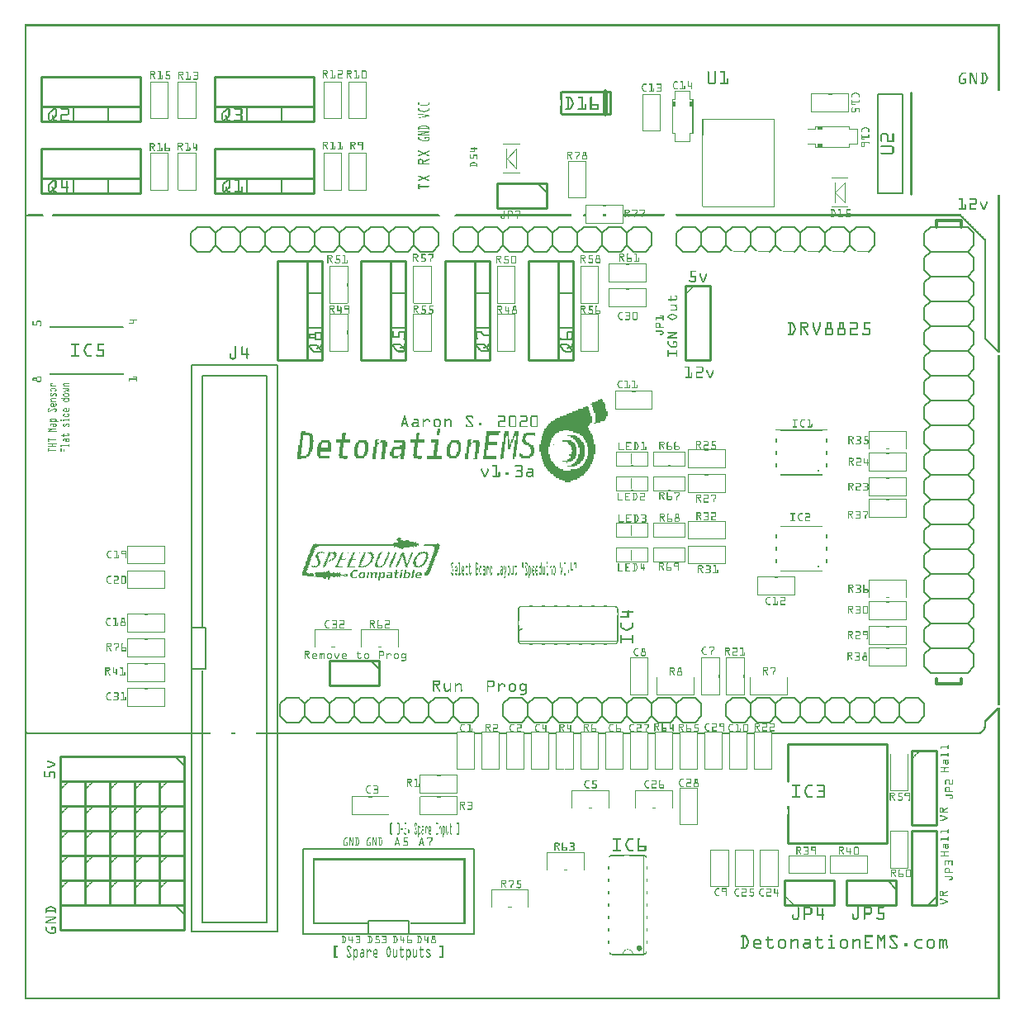
<source format=gto>
G04 MADE WITH FRITZING*
G04 WWW.FRITZING.ORG*
G04 DOUBLE SIDED*
G04 HOLES PLATED*
G04 CONTOUR ON CENTER OF CONTOUR VECTOR*
%ASAXBY*%
%FSLAX23Y23*%
%MOIN*%
%OFA0B0*%
%SFA1.0B1.0*%
%ADD10C,0.011920X0.0039196*%
%ADD11R,0.695200X0.354200X0.679200X0.338200*%
%ADD12C,0.008000*%
%ADD13R,0.173200X0.063000X0.157200X0.047000*%
%ADD14R,0.354200X2.295200X0.338200X2.279200*%
%ADD15R,0.063000X0.173200X0.047000X0.157200*%
%ADD16C,0.006000*%
%ADD17C,0.002000*%
%ADD18C,0.010000*%
%ADD19C,0.005000*%
%ADD20C,0.012000*%
%ADD21C,0.020000*%
%ADD22C,0.004861*%
%ADD23R,0.001000X0.001000*%
%LNSILK1*%
G90*
G70*
G54D10*
X3205Y2136D03*
X3205Y1749D03*
G54D12*
X1126Y610D02*
X1813Y610D01*
X1813Y264D01*
X1126Y264D01*
X1126Y610D01*
D02*
X1387Y319D02*
X1552Y319D01*
X1552Y264D01*
X1387Y264D01*
X1387Y319D01*
D02*
X676Y2563D02*
X1022Y2563D01*
X1022Y276D01*
X676Y276D01*
X676Y2563D01*
D02*
X676Y1502D02*
X731Y1502D01*
X731Y1337D01*
X676Y1337D01*
X676Y1502D01*
D02*
G54D16*
X1994Y1573D02*
X1994Y1531D01*
D02*
X1994Y1491D02*
X1994Y1449D01*
G54D17*
D02*
X1994Y1448D02*
X2394Y1448D01*
G54D16*
D02*
X2374Y182D02*
X2498Y182D01*
G54D17*
D02*
X2499Y182D02*
X2499Y582D01*
G54D18*
D02*
X644Y382D02*
X144Y382D01*
D02*
X144Y382D02*
X144Y282D01*
D02*
X144Y282D02*
X644Y282D01*
D02*
X644Y282D02*
X644Y382D01*
G54D19*
D02*
X609Y382D02*
X644Y347D01*
G54D18*
D02*
X644Y982D02*
X144Y982D01*
D02*
X144Y982D02*
X144Y882D01*
D02*
X144Y882D02*
X644Y882D01*
D02*
X644Y882D02*
X644Y982D01*
G54D19*
D02*
X609Y982D02*
X644Y947D01*
G54D18*
D02*
X144Y782D02*
X144Y682D01*
D02*
X144Y682D02*
X244Y682D01*
D02*
X244Y682D02*
X244Y782D01*
D02*
X244Y782D02*
X144Y782D01*
D02*
X244Y782D02*
X244Y682D01*
D02*
X244Y682D02*
X344Y682D01*
D02*
X344Y682D02*
X344Y782D01*
D02*
X344Y782D02*
X244Y782D01*
D02*
X344Y782D02*
X344Y682D01*
D02*
X344Y682D02*
X444Y682D01*
D02*
X444Y682D02*
X444Y782D01*
D02*
X444Y782D02*
X344Y782D01*
D02*
X444Y782D02*
X444Y682D01*
D02*
X444Y682D02*
X544Y682D01*
D02*
X544Y682D02*
X544Y782D01*
D02*
X544Y782D02*
X444Y782D01*
D02*
X444Y482D02*
X444Y382D01*
D02*
X444Y382D02*
X544Y382D01*
D02*
X544Y382D02*
X544Y482D01*
D02*
X544Y482D02*
X444Y482D01*
D02*
X444Y582D02*
X444Y482D01*
D02*
X444Y482D02*
X544Y482D01*
D02*
X544Y482D02*
X544Y582D01*
D02*
X544Y582D02*
X444Y582D01*
D02*
X144Y482D02*
X144Y382D01*
D02*
X144Y382D02*
X244Y382D01*
D02*
X244Y382D02*
X244Y482D01*
D02*
X244Y482D02*
X144Y482D01*
D02*
X144Y582D02*
X144Y482D01*
D02*
X144Y482D02*
X244Y482D01*
D02*
X244Y482D02*
X244Y582D01*
D02*
X244Y582D02*
X144Y582D01*
D02*
X244Y482D02*
X244Y382D01*
D02*
X244Y382D02*
X344Y382D01*
D02*
X344Y382D02*
X344Y482D01*
D02*
X344Y482D02*
X244Y482D01*
D02*
X244Y582D02*
X244Y482D01*
D02*
X244Y482D02*
X344Y482D01*
D02*
X344Y482D02*
X344Y582D01*
D02*
X344Y582D02*
X244Y582D01*
D02*
X344Y482D02*
X344Y382D01*
D02*
X344Y382D02*
X444Y382D01*
D02*
X444Y382D02*
X444Y482D01*
D02*
X444Y482D02*
X344Y482D01*
D02*
X344Y582D02*
X344Y482D01*
D02*
X344Y482D02*
X444Y482D01*
D02*
X444Y482D02*
X444Y582D01*
D02*
X444Y582D02*
X344Y582D01*
D02*
X544Y482D02*
X544Y382D01*
D02*
X544Y382D02*
X644Y382D01*
D02*
X644Y382D02*
X644Y482D01*
D02*
X644Y482D02*
X544Y482D01*
D02*
X544Y582D02*
X544Y482D01*
D02*
X544Y482D02*
X644Y482D01*
D02*
X644Y482D02*
X644Y582D01*
D02*
X644Y582D02*
X544Y582D01*
D02*
X144Y882D02*
X144Y782D01*
D02*
X144Y782D02*
X244Y782D01*
D02*
X244Y782D02*
X244Y882D01*
D02*
X244Y882D02*
X144Y882D01*
D02*
X244Y882D02*
X244Y782D01*
D02*
X244Y782D02*
X344Y782D01*
D02*
X344Y782D02*
X344Y882D01*
D02*
X344Y882D02*
X244Y882D01*
D02*
X344Y882D02*
X344Y782D01*
D02*
X344Y782D02*
X444Y782D01*
D02*
X444Y782D02*
X444Y882D01*
D02*
X444Y882D02*
X344Y882D01*
D02*
X444Y882D02*
X444Y782D01*
D02*
X444Y782D02*
X544Y782D01*
D02*
X544Y782D02*
X544Y882D01*
D02*
X544Y882D02*
X444Y882D01*
D02*
X444Y682D02*
X444Y582D01*
D02*
X444Y582D02*
X544Y582D01*
D02*
X544Y582D02*
X544Y682D01*
D02*
X544Y682D02*
X444Y682D01*
D02*
X544Y682D02*
X544Y582D01*
D02*
X544Y582D02*
X644Y582D01*
D02*
X644Y582D02*
X644Y682D01*
D02*
X644Y682D02*
X544Y682D01*
D02*
X1432Y1370D02*
X1232Y1370D01*
D02*
X1232Y1370D02*
X1232Y1270D01*
D02*
X1232Y1270D02*
X1432Y1270D01*
D02*
X1432Y1270D02*
X1432Y1370D01*
G54D19*
D02*
X1397Y1370D02*
X1432Y1335D01*
G54D18*
D02*
X144Y682D02*
X144Y582D01*
D02*
X144Y582D02*
X244Y582D01*
D02*
X244Y582D02*
X244Y682D01*
D02*
X244Y682D02*
X144Y682D01*
D02*
X244Y682D02*
X244Y582D01*
D02*
X244Y582D02*
X344Y582D01*
D02*
X344Y582D02*
X344Y682D01*
D02*
X344Y682D02*
X244Y682D01*
D02*
X344Y682D02*
X344Y582D01*
D02*
X344Y582D02*
X444Y582D01*
D02*
X444Y582D02*
X444Y682D01*
D02*
X444Y682D02*
X344Y682D01*
D02*
X544Y882D02*
X544Y782D01*
D02*
X544Y782D02*
X644Y782D01*
D02*
X644Y782D02*
X644Y882D01*
D02*
X644Y882D02*
X544Y882D01*
D02*
X544Y782D02*
X544Y682D01*
D02*
X544Y682D02*
X644Y682D01*
D02*
X644Y682D02*
X644Y782D01*
D02*
X644Y782D02*
X544Y782D01*
D02*
X3082Y632D02*
X3482Y632D01*
D02*
X3482Y632D02*
X3482Y1032D01*
D02*
X3482Y1032D02*
X3082Y1032D01*
D02*
X3082Y882D02*
X3082Y1032D01*
G54D20*
D02*
X3682Y1295D02*
X3682Y1275D01*
D02*
X3682Y1275D02*
X3782Y1275D01*
D02*
X3782Y1275D02*
X3782Y1295D01*
D02*
X3682Y3120D02*
X3682Y3145D01*
D02*
X3682Y3145D02*
X3782Y3145D01*
D02*
X3782Y3145D02*
X3782Y3120D01*
G54D16*
D02*
X3457Y1220D02*
X3507Y1220D01*
D02*
X3507Y1220D02*
X3532Y1195D01*
D02*
X3532Y1195D02*
X3532Y1145D01*
D02*
X3532Y1145D02*
X3507Y1120D01*
D02*
X3332Y1195D02*
X3357Y1220D01*
D02*
X3357Y1220D02*
X3407Y1220D01*
D02*
X3407Y1220D02*
X3432Y1195D01*
D02*
X3432Y1195D02*
X3432Y1145D01*
D02*
X3432Y1145D02*
X3407Y1120D01*
D02*
X3407Y1120D02*
X3357Y1120D01*
D02*
X3457Y1220D02*
X3432Y1195D01*
D02*
X3432Y1145D02*
X3457Y1120D01*
D02*
X3507Y1120D02*
X3457Y1120D01*
D02*
X3157Y1220D02*
X3207Y1220D01*
D02*
X3207Y1220D02*
X3232Y1195D01*
D02*
X3232Y1195D02*
X3232Y1145D01*
D02*
X3232Y1145D02*
X3207Y1120D01*
D02*
X3232Y1195D02*
X3257Y1220D01*
D02*
X3257Y1220D02*
X3307Y1220D01*
D02*
X3307Y1220D02*
X3332Y1195D01*
D02*
X3332Y1195D02*
X3332Y1145D01*
D02*
X3307Y1120D02*
X3257Y1120D01*
D02*
X3257Y1120D02*
X3232Y1145D01*
D02*
X3032Y1195D02*
X3057Y1220D01*
D02*
X3057Y1220D02*
X3107Y1220D01*
D02*
X3107Y1220D02*
X3132Y1195D01*
D02*
X3132Y1195D02*
X3132Y1145D01*
D02*
X3132Y1145D02*
X3107Y1120D01*
D02*
X3107Y1120D02*
X3057Y1120D01*
D02*
X3057Y1120D02*
X3032Y1145D01*
D02*
X3157Y1220D02*
X3132Y1195D01*
D02*
X3132Y1145D02*
X3157Y1120D01*
D02*
X3207Y1120D02*
X3157Y1120D01*
D02*
X2857Y1220D02*
X2907Y1220D01*
D02*
X2907Y1220D02*
X2932Y1195D01*
D02*
X2932Y1195D02*
X2932Y1145D01*
D02*
X2932Y1145D02*
X2907Y1120D01*
D02*
X2932Y1195D02*
X2957Y1220D01*
D02*
X2957Y1220D02*
X3007Y1220D01*
D02*
X3007Y1220D02*
X3032Y1195D01*
D02*
X3032Y1195D02*
X3032Y1145D01*
D02*
X3032Y1145D02*
X3007Y1120D01*
D02*
X3007Y1120D02*
X2957Y1120D01*
D02*
X2957Y1120D02*
X2932Y1145D01*
D02*
X2832Y1195D02*
X2832Y1145D01*
D02*
X2857Y1220D02*
X2832Y1195D01*
D02*
X2832Y1145D02*
X2857Y1120D01*
D02*
X2907Y1120D02*
X2857Y1120D01*
D02*
X3557Y1220D02*
X3607Y1220D01*
D02*
X3607Y1220D02*
X3632Y1195D01*
D02*
X3632Y1195D02*
X3632Y1145D01*
D02*
X3632Y1145D02*
X3607Y1120D01*
D02*
X3557Y1220D02*
X3532Y1195D01*
D02*
X3532Y1145D02*
X3557Y1120D01*
D02*
X3607Y1120D02*
X3557Y1120D01*
D02*
X2557Y1220D02*
X2607Y1220D01*
D02*
X2607Y1220D02*
X2632Y1195D01*
D02*
X2632Y1195D02*
X2632Y1145D01*
D02*
X2632Y1145D02*
X2607Y1120D01*
D02*
X2432Y1195D02*
X2457Y1220D01*
D02*
X2457Y1220D02*
X2507Y1220D01*
D02*
X2507Y1220D02*
X2532Y1195D01*
D02*
X2532Y1195D02*
X2532Y1145D01*
D02*
X2532Y1145D02*
X2507Y1120D01*
D02*
X2507Y1120D02*
X2457Y1120D01*
D02*
X2457Y1120D02*
X2432Y1145D01*
D02*
X2557Y1220D02*
X2532Y1195D01*
D02*
X2532Y1145D02*
X2557Y1120D01*
D02*
X2607Y1120D02*
X2557Y1120D01*
D02*
X2257Y1220D02*
X2307Y1220D01*
D02*
X2307Y1220D02*
X2332Y1195D01*
D02*
X2332Y1195D02*
X2332Y1145D01*
D02*
X2332Y1145D02*
X2307Y1120D01*
D02*
X2332Y1195D02*
X2357Y1220D01*
D02*
X2357Y1220D02*
X2407Y1220D01*
D02*
X2407Y1220D02*
X2432Y1195D01*
D02*
X2432Y1195D02*
X2432Y1145D01*
D02*
X2432Y1145D02*
X2407Y1120D01*
D02*
X2407Y1120D02*
X2357Y1120D01*
D02*
X2357Y1120D02*
X2332Y1145D01*
D02*
X2132Y1195D02*
X2157Y1220D01*
D02*
X2157Y1220D02*
X2207Y1220D01*
D02*
X2207Y1220D02*
X2232Y1195D01*
D02*
X2232Y1195D02*
X2232Y1145D01*
D02*
X2232Y1145D02*
X2207Y1120D01*
D02*
X2207Y1120D02*
X2157Y1120D01*
D02*
X2157Y1120D02*
X2132Y1145D01*
D02*
X2257Y1220D02*
X2232Y1195D01*
D02*
X2232Y1145D02*
X2257Y1120D01*
D02*
X2307Y1120D02*
X2257Y1120D01*
D02*
X1957Y1220D02*
X2007Y1220D01*
D02*
X2007Y1220D02*
X2032Y1195D01*
D02*
X2032Y1195D02*
X2032Y1145D01*
D02*
X2032Y1145D02*
X2007Y1120D01*
D02*
X2032Y1195D02*
X2057Y1220D01*
D02*
X2057Y1220D02*
X2107Y1220D01*
D02*
X2107Y1220D02*
X2132Y1195D01*
D02*
X2132Y1195D02*
X2132Y1145D01*
D02*
X2132Y1145D02*
X2107Y1120D01*
D02*
X2107Y1120D02*
X2057Y1120D01*
D02*
X2057Y1120D02*
X2032Y1145D01*
D02*
X1932Y1195D02*
X1932Y1145D01*
D02*
X1957Y1220D02*
X1932Y1195D01*
D02*
X1932Y1145D02*
X1957Y1120D01*
D02*
X2007Y1120D02*
X1957Y1120D01*
D02*
X2657Y1220D02*
X2707Y1220D01*
D02*
X2707Y1220D02*
X2732Y1195D01*
D02*
X2732Y1195D02*
X2732Y1145D01*
D02*
X2732Y1145D02*
X2707Y1120D01*
D02*
X2657Y1220D02*
X2632Y1195D01*
D02*
X2632Y1145D02*
X2657Y1120D01*
D02*
X2707Y1120D02*
X2657Y1120D01*
D02*
X2807Y3020D02*
X2757Y3020D01*
D02*
X2757Y3020D02*
X2732Y3045D01*
D02*
X2732Y3045D02*
X2732Y3095D01*
D02*
X2732Y3095D02*
X2757Y3120D01*
D02*
X2932Y3045D02*
X2907Y3020D01*
D02*
X2832Y3045D02*
X2832Y3095D01*
D02*
X2832Y3095D02*
X2857Y3120D01*
D02*
X2857Y3120D02*
X2907Y3120D01*
D02*
X2907Y3120D02*
X2932Y3095D01*
D02*
X2807Y3020D02*
X2832Y3045D01*
D02*
X2832Y3095D02*
X2807Y3120D01*
D02*
X2757Y3120D02*
X2807Y3120D01*
D02*
X3032Y3045D02*
X3032Y3095D01*
D02*
X3032Y3095D02*
X3057Y3120D01*
D02*
X3032Y3045D02*
X3007Y3020D01*
D02*
X2932Y3045D02*
X2932Y3095D01*
D02*
X2932Y3095D02*
X2957Y3120D01*
D02*
X2957Y3120D02*
X3007Y3120D01*
D02*
X3007Y3120D02*
X3032Y3095D01*
D02*
X3232Y3045D02*
X3207Y3020D01*
D02*
X3132Y3045D02*
X3132Y3095D01*
D02*
X3132Y3095D02*
X3157Y3120D01*
D02*
X3157Y3120D02*
X3207Y3120D01*
D02*
X3207Y3120D02*
X3232Y3095D01*
D02*
X3107Y3020D02*
X3132Y3045D01*
D02*
X3132Y3095D02*
X3107Y3120D01*
D02*
X3057Y3120D02*
X3107Y3120D01*
D02*
X3332Y3045D02*
X3332Y3095D01*
D02*
X3332Y3095D02*
X3357Y3120D01*
D02*
X3332Y3045D02*
X3307Y3020D01*
D02*
X3232Y3045D02*
X3232Y3095D01*
D02*
X3232Y3095D02*
X3257Y3120D01*
D02*
X3257Y3120D02*
X3307Y3120D01*
D02*
X3307Y3120D02*
X3332Y3095D01*
D02*
X3432Y3045D02*
X3432Y3095D01*
D02*
X3407Y3020D02*
X3432Y3045D01*
D02*
X3432Y3095D02*
X3407Y3120D01*
D02*
X3357Y3120D02*
X3407Y3120D01*
D02*
X2707Y3020D02*
X2657Y3020D01*
D02*
X2657Y3020D02*
X2632Y3045D01*
D02*
X2632Y3045D02*
X2632Y3095D01*
D02*
X2632Y3095D02*
X2657Y3120D01*
D02*
X2707Y3020D02*
X2732Y3045D01*
D02*
X2732Y3095D02*
X2707Y3120D01*
D02*
X2657Y3120D02*
X2707Y3120D01*
D02*
X1472Y3095D02*
X1497Y3120D01*
D02*
X1497Y3120D02*
X1547Y3120D01*
D02*
X1547Y3120D02*
X1572Y3095D01*
D02*
X1572Y3095D02*
X1572Y3045D01*
D02*
X1572Y3045D02*
X1547Y3020D01*
D02*
X1547Y3020D02*
X1497Y3020D01*
D02*
X1497Y3020D02*
X1472Y3045D01*
D02*
X1297Y3120D02*
X1347Y3120D01*
D02*
X1347Y3120D02*
X1372Y3095D01*
D02*
X1372Y3095D02*
X1372Y3045D01*
D02*
X1372Y3045D02*
X1347Y3020D01*
D02*
X1372Y3095D02*
X1397Y3120D01*
D02*
X1397Y3120D02*
X1447Y3120D01*
D02*
X1447Y3120D02*
X1472Y3095D01*
D02*
X1472Y3095D02*
X1472Y3045D01*
D02*
X1472Y3045D02*
X1447Y3020D01*
D02*
X1447Y3020D02*
X1397Y3020D01*
D02*
X1397Y3020D02*
X1372Y3045D01*
D02*
X1172Y3095D02*
X1197Y3120D01*
D02*
X1197Y3120D02*
X1247Y3120D01*
D02*
X1247Y3120D02*
X1272Y3095D01*
D02*
X1272Y3095D02*
X1272Y3045D01*
D02*
X1272Y3045D02*
X1247Y3020D01*
D02*
X1247Y3020D02*
X1197Y3020D01*
D02*
X1197Y3020D02*
X1172Y3045D01*
D02*
X1297Y3120D02*
X1272Y3095D01*
D02*
X1272Y3045D02*
X1297Y3020D01*
D02*
X1347Y3020D02*
X1297Y3020D01*
D02*
X997Y3120D02*
X1047Y3120D01*
D02*
X1047Y3120D02*
X1072Y3095D01*
D02*
X1072Y3095D02*
X1072Y3045D01*
D02*
X1072Y3045D02*
X1047Y3020D01*
D02*
X1072Y3095D02*
X1097Y3120D01*
D02*
X1097Y3120D02*
X1147Y3120D01*
D02*
X1147Y3120D02*
X1172Y3095D01*
D02*
X1172Y3095D02*
X1172Y3045D01*
D02*
X1172Y3045D02*
X1147Y3020D01*
D02*
X1147Y3020D02*
X1097Y3020D01*
D02*
X1097Y3020D02*
X1072Y3045D01*
D02*
X872Y3095D02*
X897Y3120D01*
D02*
X897Y3120D02*
X947Y3120D01*
D02*
X947Y3120D02*
X972Y3095D01*
D02*
X972Y3095D02*
X972Y3045D01*
D02*
X972Y3045D02*
X947Y3020D01*
D02*
X947Y3020D02*
X897Y3020D01*
D02*
X897Y3020D02*
X872Y3045D01*
D02*
X997Y3120D02*
X972Y3095D01*
D02*
X972Y3045D02*
X997Y3020D01*
D02*
X1047Y3020D02*
X997Y3020D01*
D02*
X697Y3120D02*
X747Y3120D01*
D02*
X747Y3120D02*
X772Y3095D01*
D02*
X772Y3095D02*
X772Y3045D01*
D02*
X772Y3045D02*
X747Y3020D01*
D02*
X772Y3095D02*
X797Y3120D01*
D02*
X797Y3120D02*
X847Y3120D01*
D02*
X847Y3120D02*
X872Y3095D01*
D02*
X872Y3095D02*
X872Y3045D01*
D02*
X872Y3045D02*
X847Y3020D01*
D02*
X847Y3020D02*
X797Y3020D01*
D02*
X797Y3020D02*
X772Y3045D01*
D02*
X672Y3095D02*
X672Y3045D01*
D02*
X697Y3120D02*
X672Y3095D01*
D02*
X672Y3045D02*
X697Y3020D01*
D02*
X747Y3020D02*
X697Y3020D01*
D02*
X1597Y3120D02*
X1647Y3120D01*
D02*
X1647Y3120D02*
X1672Y3095D01*
D02*
X1672Y3095D02*
X1672Y3045D01*
D02*
X1672Y3045D02*
X1647Y3020D01*
D02*
X1597Y3120D02*
X1572Y3095D01*
D02*
X1572Y3045D02*
X1597Y3020D01*
D02*
X1647Y3020D02*
X1597Y3020D01*
D02*
X1657Y1220D02*
X1707Y1220D01*
D02*
X1707Y1220D02*
X1732Y1195D01*
D02*
X1732Y1195D02*
X1732Y1145D01*
D02*
X1732Y1145D02*
X1707Y1120D01*
D02*
X1532Y1195D02*
X1557Y1220D01*
D02*
X1557Y1220D02*
X1607Y1220D01*
D02*
X1607Y1220D02*
X1632Y1195D01*
D02*
X1632Y1195D02*
X1632Y1145D01*
D02*
X1632Y1145D02*
X1607Y1120D01*
D02*
X1607Y1120D02*
X1557Y1120D01*
D02*
X1557Y1120D02*
X1532Y1145D01*
D02*
X1657Y1220D02*
X1632Y1195D01*
D02*
X1632Y1145D02*
X1657Y1120D01*
D02*
X1707Y1120D02*
X1657Y1120D01*
D02*
X1357Y1220D02*
X1407Y1220D01*
D02*
X1407Y1220D02*
X1432Y1195D01*
D02*
X1432Y1195D02*
X1432Y1145D01*
D02*
X1432Y1145D02*
X1407Y1120D01*
D02*
X1432Y1195D02*
X1457Y1220D01*
D02*
X1457Y1220D02*
X1507Y1220D01*
D02*
X1507Y1220D02*
X1532Y1195D01*
D02*
X1532Y1195D02*
X1532Y1145D01*
D02*
X1532Y1145D02*
X1507Y1120D01*
D02*
X1507Y1120D02*
X1457Y1120D01*
D02*
X1457Y1120D02*
X1432Y1145D01*
D02*
X1232Y1195D02*
X1257Y1220D01*
D02*
X1257Y1220D02*
X1307Y1220D01*
D02*
X1307Y1220D02*
X1332Y1195D01*
D02*
X1332Y1195D02*
X1332Y1145D01*
D02*
X1332Y1145D02*
X1307Y1120D01*
D02*
X1307Y1120D02*
X1257Y1120D01*
D02*
X1257Y1120D02*
X1232Y1145D01*
D02*
X1357Y1220D02*
X1332Y1195D01*
D02*
X1332Y1145D02*
X1357Y1120D01*
D02*
X1407Y1120D02*
X1357Y1120D01*
D02*
X1057Y1220D02*
X1107Y1220D01*
D02*
X1132Y1195D02*
X1132Y1145D01*
D02*
X1132Y1145D02*
X1107Y1120D01*
D02*
X1157Y1220D02*
X1207Y1220D01*
D02*
X1207Y1220D02*
X1232Y1195D01*
D02*
X1232Y1195D02*
X1232Y1145D01*
D02*
X1232Y1145D02*
X1207Y1120D01*
D02*
X1207Y1120D02*
X1157Y1120D01*
D02*
X1157Y1120D02*
X1132Y1145D01*
D02*
X1032Y1195D02*
X1032Y1145D01*
D02*
X1057Y1220D02*
X1032Y1195D01*
D02*
X1032Y1145D02*
X1057Y1120D01*
D02*
X1107Y1120D02*
X1057Y1120D01*
D02*
X1757Y1220D02*
X1807Y1220D01*
D02*
X1807Y1220D02*
X1832Y1195D01*
D02*
X1832Y1195D02*
X1832Y1145D01*
D02*
X1832Y1145D02*
X1807Y1120D01*
D02*
X1757Y1220D02*
X1732Y1195D01*
D02*
X1732Y1145D02*
X1757Y1120D01*
D02*
X1807Y1120D02*
X1757Y1120D01*
D02*
X1907Y3020D02*
X1857Y3020D01*
D02*
X1857Y3020D02*
X1832Y3045D01*
D02*
X1832Y3045D02*
X1832Y3095D01*
D02*
X1832Y3095D02*
X1857Y3120D01*
D02*
X2032Y3045D02*
X2007Y3020D01*
D02*
X2007Y3020D02*
X1957Y3020D01*
D02*
X1957Y3020D02*
X1932Y3045D01*
D02*
X1932Y3045D02*
X1932Y3095D01*
D02*
X1932Y3095D02*
X1957Y3120D01*
D02*
X1957Y3120D02*
X2007Y3120D01*
D02*
X2007Y3120D02*
X2032Y3095D01*
D02*
X1907Y3020D02*
X1932Y3045D01*
D02*
X1932Y3095D02*
X1907Y3120D01*
D02*
X1857Y3120D02*
X1907Y3120D01*
D02*
X2207Y3020D02*
X2157Y3020D01*
D02*
X2157Y3020D02*
X2132Y3045D01*
D02*
X2132Y3045D02*
X2132Y3095D01*
D02*
X2132Y3095D02*
X2157Y3120D01*
D02*
X2132Y3045D02*
X2107Y3020D01*
D02*
X2107Y3020D02*
X2057Y3020D01*
D02*
X2057Y3020D02*
X2032Y3045D01*
D02*
X2032Y3045D02*
X2032Y3095D01*
D02*
X2032Y3095D02*
X2057Y3120D01*
D02*
X2057Y3120D02*
X2107Y3120D01*
D02*
X2107Y3120D02*
X2132Y3095D01*
D02*
X2332Y3045D02*
X2307Y3020D01*
D02*
X2307Y3020D02*
X2257Y3020D01*
D02*
X2257Y3020D02*
X2232Y3045D01*
D02*
X2232Y3045D02*
X2232Y3095D01*
D02*
X2232Y3095D02*
X2257Y3120D01*
D02*
X2257Y3120D02*
X2307Y3120D01*
D02*
X2307Y3120D02*
X2332Y3095D01*
D02*
X2207Y3020D02*
X2232Y3045D01*
D02*
X2232Y3095D02*
X2207Y3120D01*
D02*
X2157Y3120D02*
X2207Y3120D01*
D02*
X2507Y3020D02*
X2457Y3020D01*
D02*
X2457Y3020D02*
X2432Y3045D01*
D02*
X2432Y3045D02*
X2432Y3095D01*
D02*
X2432Y3095D02*
X2457Y3120D01*
D02*
X2432Y3045D02*
X2407Y3020D01*
D02*
X2407Y3020D02*
X2357Y3020D01*
D02*
X2357Y3020D02*
X2332Y3045D01*
D02*
X2332Y3045D02*
X2332Y3095D01*
D02*
X2332Y3095D02*
X2357Y3120D01*
D02*
X2357Y3120D02*
X2407Y3120D01*
D02*
X2407Y3120D02*
X2432Y3095D01*
D02*
X2532Y3045D02*
X2532Y3095D01*
D02*
X2507Y3020D02*
X2532Y3045D01*
D02*
X2532Y3095D02*
X2507Y3120D01*
D02*
X2457Y3120D02*
X2507Y3120D01*
D02*
X1807Y3020D02*
X1757Y3020D01*
D02*
X1757Y3020D02*
X1732Y3045D01*
D02*
X1732Y3045D02*
X1732Y3095D01*
D02*
X1732Y3095D02*
X1757Y3120D01*
D02*
X1807Y3020D02*
X1832Y3045D01*
D02*
X1832Y3095D02*
X1807Y3120D01*
D02*
X1757Y3120D02*
X1807Y3120D01*
D02*
X3657Y3120D02*
X3632Y3095D01*
D02*
X3632Y3095D02*
X3632Y3045D01*
D02*
X3632Y3045D02*
X3657Y3020D01*
D02*
X3657Y3020D02*
X3632Y2995D01*
D02*
X3632Y2995D02*
X3632Y2945D01*
D02*
X3632Y2945D02*
X3657Y2920D01*
D02*
X3657Y2920D02*
X3632Y2895D01*
D02*
X3632Y2895D02*
X3632Y2845D01*
D02*
X3632Y2845D02*
X3657Y2820D01*
D02*
X3657Y2820D02*
X3632Y2795D01*
D02*
X3632Y2795D02*
X3632Y2745D01*
D02*
X3632Y2745D02*
X3657Y2720D01*
D02*
X3657Y2720D02*
X3632Y2695D01*
D02*
X3632Y2695D02*
X3632Y2645D01*
D02*
X3632Y2645D02*
X3657Y2620D01*
D02*
X3657Y2620D02*
X3632Y2595D01*
D02*
X3632Y2595D02*
X3632Y2545D01*
D02*
X3632Y2545D02*
X3657Y2520D01*
D02*
X3657Y3120D02*
X3807Y3120D01*
D02*
X3807Y3120D02*
X3832Y3095D01*
D02*
X3832Y3095D02*
X3832Y3045D01*
D02*
X3832Y3045D02*
X3807Y3020D01*
D02*
X3807Y3020D02*
X3832Y2995D01*
D02*
X3832Y2995D02*
X3832Y2945D01*
D02*
X3832Y2945D02*
X3807Y2920D01*
D02*
X3807Y2920D02*
X3832Y2895D01*
D02*
X3832Y2895D02*
X3832Y2845D01*
D02*
X3832Y2845D02*
X3807Y2820D01*
D02*
X3807Y2820D02*
X3832Y2795D01*
D02*
X3832Y2795D02*
X3832Y2745D01*
D02*
X3832Y2745D02*
X3807Y2720D01*
D02*
X3807Y2720D02*
X3832Y2695D01*
D02*
X3832Y2695D02*
X3832Y2645D01*
D02*
X3832Y2645D02*
X3807Y2620D01*
D02*
X3807Y2620D02*
X3832Y2595D01*
D02*
X3832Y2595D02*
X3832Y2545D01*
D02*
X3832Y2545D02*
X3807Y2520D01*
D02*
X3807Y2520D02*
X3832Y2495D01*
D02*
X3832Y2495D02*
X3832Y2445D01*
D02*
X3832Y2445D02*
X3807Y2420D01*
D02*
X3807Y2420D02*
X3832Y2395D01*
D02*
X3832Y2395D02*
X3832Y2345D01*
D02*
X3832Y2345D02*
X3807Y2320D01*
D02*
X3807Y2320D02*
X3832Y2295D01*
D02*
X3832Y2295D02*
X3832Y2245D01*
D02*
X3832Y2245D02*
X3807Y2220D01*
D02*
X3807Y2220D02*
X3832Y2195D01*
D02*
X3832Y2195D02*
X3832Y2145D01*
D02*
X3832Y2145D02*
X3807Y2120D01*
D02*
X3807Y2120D02*
X3832Y2095D01*
D02*
X3832Y2095D02*
X3832Y2045D01*
D02*
X3832Y2045D02*
X3807Y2020D01*
D02*
X3807Y2020D02*
X3832Y1995D01*
D02*
X3832Y1995D02*
X3832Y1945D01*
D02*
X3807Y1920D02*
X3832Y1945D01*
D02*
X3807Y1920D02*
X3832Y1895D01*
D02*
X3832Y1845D02*
X3832Y1895D01*
D02*
X3832Y1845D02*
X3807Y1820D01*
D02*
X3807Y1820D02*
X3832Y1795D01*
D02*
X3832Y1745D02*
X3832Y1795D01*
D02*
X3832Y1745D02*
X3807Y1720D01*
D02*
X3807Y1720D02*
X3832Y1695D01*
D02*
X3832Y1645D02*
X3832Y1695D01*
D02*
X3832Y1645D02*
X3807Y1620D01*
D02*
X3807Y1620D02*
X3832Y1595D01*
D02*
X3832Y1545D02*
X3832Y1595D01*
D02*
X3832Y1545D02*
X3807Y1520D01*
D02*
X3807Y1520D02*
X3832Y1495D01*
D02*
X3832Y1445D02*
X3832Y1495D01*
D02*
X3832Y1445D02*
X3807Y1420D01*
D02*
X3807Y1420D02*
X3832Y1395D01*
D02*
X3832Y1345D02*
X3832Y1395D01*
D02*
X3832Y1345D02*
X3807Y1320D01*
D02*
X3657Y1320D02*
X3632Y1345D01*
D02*
X3632Y1345D02*
X3632Y1395D01*
D02*
X3657Y1420D02*
X3632Y1395D01*
D02*
X3657Y1420D02*
X3632Y1445D01*
D02*
X3632Y1445D02*
X3632Y1495D01*
D02*
X3657Y1520D02*
X3632Y1495D01*
D02*
X3657Y1520D02*
X3632Y1545D01*
D02*
X3632Y1595D02*
X3632Y1545D01*
D02*
X3632Y1595D02*
X3657Y1620D01*
D02*
X3657Y1620D02*
X3632Y1645D01*
D02*
X3632Y1695D02*
X3632Y1645D01*
D02*
X3632Y1695D02*
X3657Y1720D01*
D02*
X3657Y1720D02*
X3632Y1745D01*
D02*
X3632Y1745D02*
X3632Y1795D01*
D02*
X3657Y1820D02*
X3632Y1795D01*
D02*
X3657Y1820D02*
X3632Y1845D01*
D02*
X3632Y1845D02*
X3632Y1895D01*
D02*
X3657Y1920D02*
X3632Y1895D01*
D02*
X3657Y1920D02*
X3632Y1945D01*
D02*
X3632Y1945D02*
X3632Y1995D01*
D02*
X3657Y2020D02*
X3632Y1995D01*
D02*
X3657Y2020D02*
X3632Y2045D01*
D02*
X3632Y2045D02*
X3632Y2095D01*
D02*
X3657Y2120D02*
X3632Y2095D01*
D02*
X3657Y2120D02*
X3632Y2145D01*
D02*
X3632Y2145D02*
X3632Y2195D01*
D02*
X3657Y2220D02*
X3632Y2195D01*
D02*
X3657Y2220D02*
X3632Y2245D01*
D02*
X3632Y2245D02*
X3632Y2295D01*
D02*
X3657Y2320D02*
X3632Y2295D01*
D02*
X3657Y2320D02*
X3632Y2345D01*
D02*
X3632Y2345D02*
X3632Y2395D01*
D02*
X3657Y2420D02*
X3632Y2395D01*
D02*
X3657Y2420D02*
X3632Y2445D01*
D02*
X3632Y2445D02*
X3632Y2495D01*
D02*
X3657Y2520D02*
X3632Y2495D01*
D02*
X3807Y3020D02*
X3657Y3020D01*
D02*
X3807Y2920D02*
X3657Y2920D01*
D02*
X3807Y2820D02*
X3657Y2820D01*
D02*
X3807Y2720D02*
X3657Y2720D01*
D02*
X3807Y2620D02*
X3657Y2620D01*
D02*
X3807Y2520D02*
X3657Y2520D01*
D02*
X3807Y2420D02*
X3657Y2420D01*
D02*
X3807Y2320D02*
X3657Y2320D01*
D02*
X3807Y2220D02*
X3657Y2220D01*
D02*
X3807Y2120D02*
X3657Y2120D01*
D02*
X3807Y2020D02*
X3657Y2020D01*
D02*
X3807Y1920D02*
X3657Y1920D01*
D02*
X3807Y1820D02*
X3657Y1820D01*
D02*
X3807Y1720D02*
X3657Y1720D01*
D02*
X3807Y1620D02*
X3657Y1620D01*
D02*
X3807Y1520D02*
X3657Y1520D01*
D02*
X3807Y1420D02*
X3657Y1420D01*
D02*
X3807Y1320D02*
X3657Y1320D01*
G54D18*
D02*
X1539Y2982D02*
X1539Y2582D01*
D02*
X1539Y2582D02*
X1359Y2582D01*
D02*
X1359Y2582D02*
X1359Y2982D01*
D02*
X1359Y2982D02*
X1539Y2982D01*
D02*
X1539Y2982D02*
X1539Y2582D01*
D02*
X1539Y2582D02*
X1479Y2582D01*
D02*
X1479Y2582D02*
X1479Y2982D01*
D02*
X1479Y2982D02*
X1539Y2982D01*
G54D19*
D02*
X1539Y2852D02*
X1479Y2852D01*
D02*
X1539Y2712D02*
X1479Y2712D01*
G54D18*
D02*
X2214Y2982D02*
X2214Y2582D01*
D02*
X2214Y2582D02*
X2034Y2582D01*
D02*
X2034Y2582D02*
X2034Y2982D01*
D02*
X2034Y2982D02*
X2214Y2982D01*
D02*
X2214Y2982D02*
X2214Y2582D01*
D02*
X2214Y2582D02*
X2154Y2582D01*
D02*
X2154Y2582D02*
X2154Y2982D01*
D02*
X2154Y2982D02*
X2214Y2982D01*
G54D19*
D02*
X2214Y2852D02*
X2154Y2852D01*
D02*
X2214Y2712D02*
X2154Y2712D01*
G54D18*
D02*
X1877Y2982D02*
X1877Y2582D01*
D02*
X1877Y2582D02*
X1697Y2582D01*
D02*
X1697Y2582D02*
X1697Y2982D01*
D02*
X1697Y2982D02*
X1877Y2982D01*
D02*
X1877Y2982D02*
X1877Y2582D01*
D02*
X1877Y2582D02*
X1817Y2582D01*
D02*
X1817Y2582D02*
X1817Y2982D01*
D02*
X1817Y2982D02*
X1877Y2982D01*
G54D19*
D02*
X1877Y2852D02*
X1817Y2852D01*
D02*
X1877Y2712D02*
X1817Y2712D01*
G54D18*
D02*
X1202Y2982D02*
X1202Y2582D01*
D02*
X1202Y2582D02*
X1022Y2582D01*
D02*
X1022Y2582D02*
X1022Y2982D01*
D02*
X1022Y2982D02*
X1202Y2982D01*
D02*
X1202Y2982D02*
X1202Y2582D01*
D02*
X1202Y2582D02*
X1142Y2582D01*
D02*
X1142Y2582D02*
X1142Y2982D01*
D02*
X1142Y2982D02*
X1202Y2982D01*
G54D19*
D02*
X1202Y2852D02*
X1142Y2852D01*
D02*
X1202Y2712D02*
X1142Y2712D01*
G54D18*
D02*
X3682Y382D02*
X3682Y682D01*
D02*
X3682Y682D02*
X3582Y682D01*
D02*
X3582Y682D02*
X3582Y382D01*
D02*
X3582Y382D02*
X3682Y382D01*
G54D19*
D02*
X3682Y417D02*
X3647Y382D01*
G54D18*
D02*
X3582Y1007D02*
X3582Y707D01*
D02*
X3582Y707D02*
X3682Y707D01*
D02*
X3682Y707D02*
X3682Y1007D01*
D02*
X3682Y1007D02*
X3582Y1007D01*
D02*
X2107Y3295D02*
X1907Y3295D01*
D02*
X1907Y3295D02*
X1907Y3195D01*
D02*
X1907Y3195D02*
X2107Y3195D01*
D02*
X2107Y3195D02*
X2107Y3295D01*
G54D19*
D02*
X2072Y3295D02*
X2107Y3260D01*
G54D18*
D02*
X2669Y2882D02*
X2669Y2582D01*
D02*
X2669Y2582D02*
X2769Y2582D01*
D02*
X2769Y2582D02*
X2769Y2882D01*
D02*
X2769Y2882D02*
X2669Y2882D01*
D02*
X3069Y382D02*
X3269Y382D01*
D02*
X3269Y382D02*
X3269Y482D01*
D02*
X3269Y482D02*
X3069Y482D01*
D02*
X3069Y482D02*
X3069Y382D01*
D02*
X3519Y482D02*
X3319Y482D01*
D02*
X3319Y482D02*
X3319Y382D01*
D02*
X3319Y382D02*
X3519Y382D01*
D02*
X3519Y382D02*
X3519Y482D01*
G54D19*
D02*
X3484Y482D02*
X3519Y447D01*
G54D18*
D02*
X2363Y3575D02*
X2168Y3575D01*
D02*
X2168Y3665D02*
X2363Y3665D01*
D02*
X2363Y3665D02*
X2363Y3575D01*
G54D21*
D02*
X2343Y3665D02*
X2343Y3575D01*
G54D19*
D02*
X3444Y3257D02*
X3544Y3257D01*
D02*
X3544Y3257D02*
X3544Y3657D01*
D02*
X3544Y3657D02*
X3444Y3657D01*
D02*
X3444Y3657D02*
X3444Y3257D01*
G54D18*
D02*
X469Y3257D02*
X69Y3257D01*
D02*
X69Y3257D02*
X69Y3437D01*
D02*
X69Y3437D02*
X469Y3437D01*
D02*
X469Y3437D02*
X469Y3257D01*
D02*
X469Y3257D02*
X69Y3257D01*
D02*
X69Y3257D02*
X69Y3317D01*
D02*
X69Y3317D02*
X469Y3317D01*
D02*
X469Y3317D02*
X469Y3257D01*
G54D19*
D02*
X339Y3257D02*
X339Y3317D01*
D02*
X199Y3257D02*
X199Y3317D01*
G54D18*
D02*
X1169Y3544D02*
X769Y3544D01*
D02*
X769Y3544D02*
X769Y3724D01*
D02*
X769Y3724D02*
X1169Y3724D01*
D02*
X1169Y3724D02*
X1169Y3544D01*
D02*
X1169Y3544D02*
X769Y3544D01*
D02*
X769Y3544D02*
X769Y3604D01*
D02*
X769Y3604D02*
X1169Y3604D01*
D02*
X1169Y3604D02*
X1169Y3544D01*
G54D19*
D02*
X1039Y3544D02*
X1039Y3604D01*
D02*
X899Y3544D02*
X899Y3604D01*
G54D18*
D02*
X469Y3544D02*
X69Y3544D01*
D02*
X69Y3544D02*
X69Y3724D01*
D02*
X69Y3724D02*
X469Y3724D01*
D02*
X469Y3724D02*
X469Y3544D01*
D02*
X469Y3544D02*
X69Y3544D01*
D02*
X69Y3544D02*
X69Y3604D01*
D02*
X69Y3604D02*
X469Y3604D01*
D02*
X469Y3604D02*
X469Y3544D01*
G54D19*
D02*
X339Y3544D02*
X339Y3604D01*
D02*
X199Y3544D02*
X199Y3604D01*
G54D18*
D02*
X1169Y3257D02*
X769Y3257D01*
D02*
X769Y3257D02*
X769Y3437D01*
D02*
X769Y3437D02*
X1169Y3437D01*
D02*
X1169Y3437D02*
X1169Y3257D01*
D02*
X1169Y3257D02*
X769Y3257D01*
D02*
X769Y3257D02*
X769Y3317D01*
D02*
X769Y3317D02*
X1169Y3317D01*
D02*
X1169Y3317D02*
X1169Y3257D01*
G54D19*
D02*
X1039Y3257D02*
X1039Y3317D01*
D02*
X899Y3257D02*
X899Y3317D01*
G54D18*
D02*
X3577Y3662D02*
X3577Y3252D01*
G36*
X2324Y2426D02*
X2324Y2421D01*
X2315Y2421D01*
X2315Y2416D01*
X2303Y2416D01*
X2303Y2411D01*
X2291Y2411D01*
X2291Y2406D01*
X2286Y2406D01*
X2286Y2401D01*
X2291Y2401D01*
X2291Y2391D01*
X2295Y2391D01*
X2295Y2380D01*
X2299Y2380D01*
X2299Y2370D01*
X2303Y2370D01*
X2303Y2330D01*
X2299Y2330D01*
X2299Y2324D01*
X2307Y2324D01*
X2307Y2330D01*
X2324Y2330D01*
X2324Y2335D01*
X2340Y2335D01*
X2340Y2340D01*
X2345Y2340D01*
X2345Y2345D01*
X2349Y2345D01*
X2349Y2355D01*
X2353Y2355D01*
X2353Y2375D01*
X2349Y2375D01*
X2349Y2386D01*
X2345Y2386D01*
X2345Y2406D01*
X2340Y2406D01*
X2340Y2411D01*
X2336Y2411D01*
X2336Y2421D01*
X2332Y2421D01*
X2332Y2426D01*
X2324Y2426D01*
G37*
D02*
G36*
X2266Y2396D02*
X2266Y2391D01*
X2253Y2391D01*
X2253Y2386D01*
X2236Y2386D01*
X2236Y2380D01*
X2224Y2380D01*
X2224Y2375D01*
X2212Y2375D01*
X2212Y2370D01*
X2199Y2370D01*
X2199Y2365D01*
X2187Y2365D01*
X2187Y2360D01*
X2174Y2360D01*
X2174Y2355D01*
X2162Y2355D01*
X2162Y2350D01*
X2149Y2350D01*
X2149Y2345D01*
X2141Y2345D01*
X2141Y2340D01*
X2133Y2340D01*
X2133Y2335D01*
X2124Y2335D01*
X2124Y2330D01*
X2120Y2330D01*
X2120Y2324D01*
X2116Y2324D01*
X2116Y2319D01*
X2112Y2319D01*
X2112Y2314D01*
X2108Y2314D01*
X2108Y2309D01*
X2103Y2309D01*
X2103Y2304D01*
X2099Y2304D01*
X2099Y2299D01*
X2199Y2299D01*
X2199Y2294D01*
X2216Y2294D01*
X2216Y2289D01*
X2228Y2289D01*
X2228Y2284D01*
X2241Y2284D01*
X2241Y2279D01*
X2249Y2279D01*
X2249Y2274D01*
X2253Y2274D01*
X2253Y2268D01*
X2257Y2268D01*
X2257Y2263D01*
X2261Y2263D01*
X2261Y2258D01*
X2266Y2258D01*
X2266Y2248D01*
X2270Y2248D01*
X2270Y2233D01*
X2274Y2233D01*
X2274Y2197D01*
X2270Y2197D01*
X2270Y2182D01*
X2266Y2182D01*
X2266Y2172D01*
X2261Y2172D01*
X2261Y2167D01*
X2257Y2167D01*
X2257Y2162D01*
X2253Y2162D01*
X2253Y2156D01*
X2249Y2156D01*
X2249Y2151D01*
X2241Y2151D01*
X2241Y2146D01*
X2232Y2146D01*
X2232Y2141D01*
X2203Y2141D01*
X2203Y2136D01*
X2274Y2136D01*
X2274Y2141D01*
X2278Y2141D01*
X2278Y2146D01*
X2282Y2146D01*
X2282Y2151D01*
X2286Y2151D01*
X2286Y2162D01*
X2291Y2162D01*
X2291Y2172D01*
X2295Y2172D01*
X2295Y2182D01*
X2299Y2182D01*
X2299Y2202D01*
X2303Y2202D01*
X2303Y2243D01*
X2299Y2243D01*
X2299Y2263D01*
X2295Y2263D01*
X2295Y2279D01*
X2291Y2279D01*
X2291Y2284D01*
X2286Y2284D01*
X2286Y2294D01*
X2282Y2294D01*
X2282Y2299D01*
X2278Y2299D01*
X2278Y2309D01*
X2274Y2309D01*
X2274Y2314D01*
X2278Y2314D01*
X2278Y2319D01*
X2282Y2319D01*
X2282Y2324D01*
X2286Y2324D01*
X2286Y2330D01*
X2291Y2330D01*
X2291Y2355D01*
X2286Y2355D01*
X2286Y2370D01*
X2282Y2370D01*
X2282Y2380D01*
X2278Y2380D01*
X2278Y2391D01*
X2274Y2391D01*
X2274Y2396D01*
X2266Y2396D01*
G37*
D02*
G36*
X2099Y2299D02*
X2099Y2294D01*
X2095Y2294D01*
X2095Y2284D01*
X2091Y2284D01*
X2091Y2274D01*
X2087Y2274D01*
X2087Y2258D01*
X2083Y2258D01*
X2083Y2243D01*
X2078Y2243D01*
X2078Y2212D01*
X2083Y2212D01*
X2083Y2197D01*
X2087Y2197D01*
X2087Y2182D01*
X2091Y2182D01*
X2091Y2172D01*
X2095Y2172D01*
X2095Y2162D01*
X2099Y2162D01*
X2099Y2151D01*
X2103Y2151D01*
X2103Y2146D01*
X2108Y2146D01*
X2108Y2141D01*
X2112Y2141D01*
X2112Y2136D01*
X2174Y2136D01*
X2174Y2141D01*
X2162Y2141D01*
X2162Y2146D01*
X2153Y2146D01*
X2153Y2151D01*
X2145Y2151D01*
X2145Y2156D01*
X2141Y2156D01*
X2141Y2162D01*
X2137Y2162D01*
X2137Y2167D01*
X2133Y2167D01*
X2133Y2172D01*
X2128Y2172D01*
X2128Y2177D01*
X2124Y2177D01*
X2124Y2187D01*
X2120Y2187D01*
X2120Y2202D01*
X2116Y2202D01*
X2116Y2233D01*
X2120Y2233D01*
X2120Y2248D01*
X2124Y2248D01*
X2124Y2258D01*
X2128Y2258D01*
X2128Y2268D01*
X2133Y2268D01*
X2133Y2274D01*
X2137Y2274D01*
X2137Y2279D01*
X2141Y2279D01*
X2141Y2284D01*
X2149Y2284D01*
X2149Y2289D01*
X2157Y2289D01*
X2157Y2294D01*
X2174Y2294D01*
X2174Y2299D01*
X2099Y2299D01*
G37*
D02*
G36*
X2116Y2136D02*
X2116Y2131D01*
X2270Y2131D01*
X2270Y2136D01*
X2116Y2136D01*
G37*
D02*
G36*
X2116Y2136D02*
X2116Y2131D01*
X2270Y2131D01*
X2270Y2136D01*
X2116Y2136D01*
G37*
D02*
G36*
X2120Y2131D02*
X2120Y2126D01*
X2124Y2126D01*
X2124Y2121D01*
X2133Y2121D01*
X2133Y2116D01*
X2137Y2116D01*
X2137Y2111D01*
X2145Y2111D01*
X2145Y2106D01*
X2157Y2106D01*
X2157Y2100D01*
X2170Y2100D01*
X2170Y2095D01*
X2182Y2095D01*
X2182Y2090D01*
X2203Y2090D01*
X2203Y2095D01*
X2216Y2095D01*
X2216Y2100D01*
X2232Y2100D01*
X2232Y2106D01*
X2241Y2106D01*
X2241Y2111D01*
X2249Y2111D01*
X2249Y2116D01*
X2257Y2116D01*
X2257Y2121D01*
X2261Y2121D01*
X2261Y2126D01*
X2266Y2126D01*
X2266Y2131D01*
X2120Y2131D01*
G37*
D02*
G36*
X1667Y2304D02*
X1667Y2294D01*
X1663Y2294D01*
X1663Y2279D01*
X1675Y2279D01*
X1675Y2289D01*
X1679Y2289D01*
X1679Y2304D01*
X1667Y2304D01*
G37*
D02*
G36*
X1118Y2294D02*
X1118Y2289D01*
X1114Y2289D01*
X1114Y2279D01*
X1147Y2279D01*
X1147Y2274D01*
X1151Y2274D01*
X1151Y2228D01*
X1147Y2228D01*
X1147Y2212D01*
X1143Y2212D01*
X1143Y2202D01*
X1139Y2202D01*
X1139Y2197D01*
X1151Y2197D01*
X1151Y2202D01*
X1155Y2202D01*
X1155Y2212D01*
X1160Y2212D01*
X1160Y2223D01*
X1164Y2223D01*
X1164Y2253D01*
X1168Y2253D01*
X1168Y2258D01*
X1164Y2258D01*
X1164Y2279D01*
X1160Y2279D01*
X1160Y2284D01*
X1151Y2284D01*
X1151Y2289D01*
X1135Y2289D01*
X1135Y2294D01*
X1118Y2294D01*
G37*
D02*
G36*
X1114Y2279D02*
X1114Y2263D01*
X1110Y2263D01*
X1110Y2238D01*
X1106Y2238D01*
X1106Y2212D01*
X1101Y2212D01*
X1101Y2197D01*
X1114Y2197D01*
X1114Y2202D01*
X1118Y2202D01*
X1118Y2228D01*
X1122Y2228D01*
X1122Y2258D01*
X1126Y2258D01*
X1126Y2279D01*
X1114Y2279D01*
G37*
D02*
G36*
X1101Y2197D02*
X1101Y2192D01*
X1147Y2192D01*
X1147Y2197D01*
X1101Y2197D01*
G37*
D02*
G36*
X1101Y2197D02*
X1101Y2192D01*
X1147Y2192D01*
X1147Y2197D01*
X1101Y2197D01*
G37*
D02*
G36*
X1101Y2192D02*
X1101Y2182D01*
X1118Y2182D01*
X1118Y2187D01*
X1139Y2187D01*
X1139Y2192D01*
X1101Y2192D01*
G37*
D02*
G36*
X1866Y2294D02*
X1866Y2274D01*
X1862Y2274D01*
X1862Y2248D01*
X1858Y2248D01*
X1858Y2223D01*
X1854Y2223D01*
X1854Y2197D01*
X1850Y2197D01*
X1850Y2182D01*
X1904Y2182D01*
X1904Y2197D01*
X1866Y2197D01*
X1866Y2218D01*
X1871Y2218D01*
X1871Y2238D01*
X1908Y2238D01*
X1908Y2253D01*
X1875Y2253D01*
X1875Y2274D01*
X1879Y2274D01*
X1879Y2279D01*
X1916Y2279D01*
X1916Y2289D01*
X1920Y2289D01*
X1920Y2294D01*
X1866Y2294D01*
G37*
D02*
G36*
X1937Y2294D02*
X1937Y2284D01*
X1933Y2284D01*
X1933Y2274D01*
X1950Y2274D01*
X1950Y2243D01*
X1958Y2243D01*
X1958Y2263D01*
X1954Y2263D01*
X1954Y2294D01*
X1937Y2294D01*
G37*
D02*
G36*
X1979Y2294D02*
X1979Y2284D01*
X1975Y2284D01*
X1975Y2274D01*
X1983Y2274D01*
X1983Y2258D01*
X1979Y2258D01*
X1979Y2233D01*
X1975Y2233D01*
X1975Y2207D01*
X1970Y2207D01*
X1970Y2182D01*
X1979Y2182D01*
X1979Y2192D01*
X1983Y2192D01*
X1983Y2218D01*
X1987Y2218D01*
X1987Y2243D01*
X1991Y2243D01*
X1991Y2274D01*
X1995Y2274D01*
X1995Y2294D01*
X1979Y2294D01*
G37*
D02*
G36*
X1933Y2274D02*
X1933Y2253D01*
X1929Y2253D01*
X1929Y2228D01*
X1925Y2228D01*
X1925Y2202D01*
X1920Y2202D01*
X1920Y2182D01*
X1929Y2182D01*
X1929Y2187D01*
X1933Y2187D01*
X1933Y2212D01*
X1937Y2212D01*
X1937Y2243D01*
X1941Y2243D01*
X1941Y2268D01*
X1945Y2268D01*
X1945Y2274D01*
X1933Y2274D01*
G37*
D02*
G36*
X1970Y2274D02*
X1970Y2263D01*
X1966Y2263D01*
X1966Y2253D01*
X1962Y2253D01*
X1962Y2243D01*
X1966Y2243D01*
X1966Y2248D01*
X1970Y2248D01*
X1970Y2258D01*
X1975Y2258D01*
X1975Y2268D01*
X1979Y2268D01*
X1979Y2274D01*
X1970Y2274D01*
G37*
D02*
G36*
X1950Y2243D02*
X1950Y2238D01*
X1966Y2238D01*
X1966Y2243D01*
X1950Y2243D01*
G37*
D02*
G36*
X1950Y2243D02*
X1950Y2238D01*
X1966Y2238D01*
X1966Y2243D01*
X1950Y2243D01*
G37*
D02*
G36*
X1950Y2238D02*
X1950Y2223D01*
X1962Y2223D01*
X1962Y2233D01*
X1966Y2233D01*
X1966Y2238D01*
X1950Y2238D01*
G37*
D02*
G36*
X1284Y2289D02*
X1284Y2284D01*
X1280Y2284D01*
X1280Y2263D01*
X1259Y2263D01*
X1259Y2248D01*
X1276Y2248D01*
X1276Y2233D01*
X1272Y2233D01*
X1272Y2202D01*
X1268Y2202D01*
X1268Y2197D01*
X1272Y2197D01*
X1272Y2187D01*
X1288Y2187D01*
X1288Y2182D01*
X1301Y2182D01*
X1301Y2187D01*
X1305Y2187D01*
X1305Y2197D01*
X1284Y2197D01*
X1284Y2228D01*
X1288Y2228D01*
X1288Y2248D01*
X1313Y2248D01*
X1313Y2263D01*
X1293Y2263D01*
X1293Y2279D01*
X1297Y2279D01*
X1297Y2289D01*
X1284Y2289D01*
G37*
D02*
G36*
X1584Y2289D02*
X1584Y2284D01*
X1580Y2284D01*
X1580Y2263D01*
X1559Y2263D01*
X1559Y2248D01*
X1575Y2248D01*
X1575Y2233D01*
X1571Y2233D01*
X1571Y2202D01*
X1567Y2202D01*
X1567Y2197D01*
X1571Y2197D01*
X1571Y2187D01*
X1588Y2187D01*
X1588Y2182D01*
X1600Y2182D01*
X1600Y2187D01*
X1604Y2187D01*
X1604Y2197D01*
X1584Y2197D01*
X1584Y2228D01*
X1588Y2228D01*
X1588Y2248D01*
X1613Y2248D01*
X1613Y2263D01*
X1592Y2263D01*
X1592Y2279D01*
X1596Y2279D01*
X1596Y2289D01*
X1584Y2289D01*
G37*
D02*
G36*
X2191Y2279D02*
X2191Y2274D01*
X2203Y2274D01*
X2203Y2268D01*
X2216Y2268D01*
X2216Y2263D01*
X2220Y2263D01*
X2220Y2258D01*
X2224Y2258D01*
X2224Y2253D01*
X2228Y2253D01*
X2228Y2248D01*
X2232Y2248D01*
X2232Y2243D01*
X2236Y2243D01*
X2236Y2228D01*
X2241Y2228D01*
X2241Y2202D01*
X2236Y2202D01*
X2236Y2187D01*
X2232Y2187D01*
X2232Y2182D01*
X2228Y2182D01*
X2228Y2172D01*
X2220Y2172D01*
X2220Y2167D01*
X2216Y2167D01*
X2216Y2162D01*
X2207Y2162D01*
X2207Y2156D01*
X2191Y2156D01*
X2191Y2151D01*
X2220Y2151D01*
X2220Y2156D01*
X2232Y2156D01*
X2232Y2162D01*
X2241Y2162D01*
X2241Y2167D01*
X2245Y2167D01*
X2245Y2172D01*
X2249Y2172D01*
X2249Y2177D01*
X2253Y2177D01*
X2253Y2182D01*
X2257Y2182D01*
X2257Y2192D01*
X2261Y2192D01*
X2261Y2238D01*
X2257Y2238D01*
X2257Y2248D01*
X2253Y2248D01*
X2253Y2253D01*
X2249Y2253D01*
X2249Y2258D01*
X2245Y2258D01*
X2245Y2263D01*
X2241Y2263D01*
X2241Y2268D01*
X2232Y2268D01*
X2232Y2274D01*
X2224Y2274D01*
X2224Y2279D01*
X2191Y2279D01*
G37*
D02*
G36*
X1417Y2263D02*
X1417Y2258D01*
X1413Y2258D01*
X1413Y2233D01*
X1409Y2233D01*
X1409Y2207D01*
X1405Y2207D01*
X1405Y2182D01*
X1417Y2182D01*
X1417Y2207D01*
X1422Y2207D01*
X1422Y2233D01*
X1426Y2233D01*
X1426Y2243D01*
X1430Y2243D01*
X1430Y2248D01*
X1426Y2248D01*
X1426Y2258D01*
X1430Y2258D01*
X1430Y2263D01*
X1417Y2263D01*
G37*
D02*
G36*
X1642Y2263D02*
X1642Y2248D01*
X1659Y2248D01*
X1659Y2243D01*
X1654Y2243D01*
X1654Y2218D01*
X1650Y2218D01*
X1650Y2197D01*
X1625Y2197D01*
X1625Y2182D01*
X1683Y2182D01*
X1683Y2197D01*
X1663Y2197D01*
X1663Y2212D01*
X1667Y2212D01*
X1667Y2238D01*
X1671Y2238D01*
X1671Y2263D01*
X1642Y2263D01*
G37*
D02*
G36*
X1792Y2263D02*
X1792Y2258D01*
X1787Y2258D01*
X1787Y2233D01*
X1783Y2233D01*
X1783Y2207D01*
X1779Y2207D01*
X1779Y2182D01*
X1792Y2182D01*
X1792Y2207D01*
X1796Y2207D01*
X1796Y2233D01*
X1800Y2233D01*
X1800Y2243D01*
X1804Y2243D01*
X1804Y2248D01*
X1800Y2248D01*
X1800Y2258D01*
X1804Y2258D01*
X1804Y2263D01*
X1792Y2263D01*
G37*
D02*
G36*
X1197Y2258D02*
X1197Y2253D01*
X1193Y2253D01*
X1193Y2248D01*
X1226Y2248D01*
X1226Y2228D01*
X1239Y2228D01*
X1239Y2248D01*
X1234Y2248D01*
X1234Y2253D01*
X1230Y2253D01*
X1230Y2258D01*
X1197Y2258D01*
G37*
D02*
G36*
X1189Y2248D02*
X1189Y2243D01*
X1185Y2243D01*
X1185Y2233D01*
X1180Y2233D01*
X1180Y2228D01*
X1197Y2228D01*
X1197Y2243D01*
X1201Y2243D01*
X1201Y2248D01*
X1189Y2248D01*
G37*
D02*
G36*
X1180Y2228D02*
X1180Y2223D01*
X1239Y2223D01*
X1239Y2228D01*
X1180Y2228D01*
G37*
D02*
G36*
X1180Y2228D02*
X1180Y2223D01*
X1239Y2223D01*
X1239Y2228D01*
X1180Y2228D01*
G37*
D02*
G36*
X1180Y2223D02*
X1180Y2197D01*
X1185Y2197D01*
X1185Y2192D01*
X1189Y2192D01*
X1189Y2187D01*
X1230Y2187D01*
X1230Y2197D01*
X1193Y2197D01*
X1193Y2212D01*
X1239Y2212D01*
X1239Y2223D01*
X1180Y2223D01*
G37*
D02*
G36*
X1347Y2258D02*
X1347Y2253D01*
X1343Y2253D01*
X1343Y2248D01*
X1372Y2248D01*
X1372Y2243D01*
X1376Y2243D01*
X1376Y2212D01*
X1372Y2212D01*
X1372Y2202D01*
X1367Y2202D01*
X1367Y2197D01*
X1380Y2197D01*
X1380Y2202D01*
X1384Y2202D01*
X1384Y2212D01*
X1388Y2212D01*
X1388Y2248D01*
X1384Y2248D01*
X1384Y2253D01*
X1380Y2253D01*
X1380Y2258D01*
X1347Y2258D01*
G37*
D02*
G36*
X1338Y2248D02*
X1338Y2243D01*
X1334Y2243D01*
X1334Y2233D01*
X1330Y2233D01*
X1330Y2197D01*
X1347Y2197D01*
X1347Y2202D01*
X1343Y2202D01*
X1343Y2228D01*
X1347Y2228D01*
X1347Y2243D01*
X1351Y2243D01*
X1351Y2248D01*
X1338Y2248D01*
G37*
D02*
G36*
X1334Y2197D02*
X1334Y2192D01*
X1376Y2192D01*
X1376Y2197D01*
X1334Y2197D01*
G37*
D02*
G36*
X1334Y2197D02*
X1334Y2192D01*
X1376Y2192D01*
X1376Y2197D01*
X1334Y2197D01*
G37*
D02*
G36*
X1338Y2192D02*
X1338Y2187D01*
X1372Y2187D01*
X1372Y2192D01*
X1338Y2192D01*
G37*
D02*
G36*
X1438Y2258D02*
X1438Y2253D01*
X1434Y2253D01*
X1434Y2248D01*
X1446Y2248D01*
X1446Y2212D01*
X1442Y2212D01*
X1442Y2187D01*
X1438Y2187D01*
X1438Y2182D01*
X1455Y2182D01*
X1455Y2207D01*
X1459Y2207D01*
X1459Y2233D01*
X1463Y2233D01*
X1463Y2253D01*
X1459Y2253D01*
X1459Y2258D01*
X1438Y2258D01*
G37*
D02*
G36*
X1492Y2258D02*
X1492Y2248D01*
X1525Y2248D01*
X1525Y2238D01*
X1513Y2238D01*
X1513Y2233D01*
X1488Y2233D01*
X1488Y2228D01*
X1484Y2228D01*
X1484Y2223D01*
X1521Y2223D01*
X1521Y2207D01*
X1517Y2207D01*
X1517Y2202D01*
X1513Y2202D01*
X1513Y2197D01*
X1517Y2197D01*
X1517Y2182D01*
X1530Y2182D01*
X1530Y2197D01*
X1534Y2197D01*
X1534Y2223D01*
X1538Y2223D01*
X1538Y2253D01*
X1534Y2253D01*
X1534Y2258D01*
X1492Y2258D01*
G37*
D02*
G36*
X1480Y2223D02*
X1480Y2212D01*
X1476Y2212D01*
X1476Y2197D01*
X1492Y2197D01*
X1492Y2218D01*
X1496Y2218D01*
X1496Y2223D01*
X1480Y2223D01*
G37*
D02*
G36*
X1480Y2197D02*
X1480Y2192D01*
X1484Y2192D01*
X1484Y2187D01*
X1509Y2187D01*
X1509Y2192D01*
X1513Y2192D01*
X1513Y2197D01*
X1480Y2197D01*
G37*
D02*
G36*
X1721Y2258D02*
X1721Y2253D01*
X1717Y2253D01*
X1717Y2248D01*
X1746Y2248D01*
X1746Y2243D01*
X1750Y2243D01*
X1750Y2212D01*
X1746Y2212D01*
X1746Y2202D01*
X1742Y2202D01*
X1742Y2197D01*
X1754Y2197D01*
X1754Y2202D01*
X1758Y2202D01*
X1758Y2212D01*
X1762Y2212D01*
X1762Y2248D01*
X1758Y2248D01*
X1758Y2253D01*
X1754Y2253D01*
X1754Y2258D01*
X1721Y2258D01*
G37*
D02*
G36*
X1713Y2248D02*
X1713Y2243D01*
X1708Y2243D01*
X1708Y2233D01*
X1704Y2233D01*
X1704Y2197D01*
X1721Y2197D01*
X1721Y2202D01*
X1717Y2202D01*
X1717Y2228D01*
X1721Y2228D01*
X1721Y2243D01*
X1725Y2243D01*
X1725Y2248D01*
X1713Y2248D01*
G37*
D02*
G36*
X1708Y2197D02*
X1708Y2192D01*
X1750Y2192D01*
X1750Y2197D01*
X1708Y2197D01*
G37*
D02*
G36*
X1708Y2197D02*
X1708Y2192D01*
X1750Y2192D01*
X1750Y2197D01*
X1708Y2197D01*
G37*
D02*
G36*
X1713Y2192D02*
X1713Y2187D01*
X1746Y2187D01*
X1746Y2192D01*
X1713Y2192D01*
G37*
D02*
G36*
X1812Y2258D02*
X1812Y2253D01*
X1808Y2253D01*
X1808Y2248D01*
X1821Y2248D01*
X1821Y2212D01*
X1817Y2212D01*
X1817Y2187D01*
X1812Y2187D01*
X1812Y2182D01*
X1829Y2182D01*
X1829Y2207D01*
X1833Y2207D01*
X1833Y2233D01*
X1837Y2233D01*
X1837Y2253D01*
X1833Y2253D01*
X1833Y2258D01*
X1812Y2258D01*
G37*
D02*
G36*
X2170Y2258D02*
X2170Y2253D01*
X2191Y2253D01*
X2191Y2248D01*
X2195Y2248D01*
X2195Y2243D01*
X2199Y2243D01*
X2199Y2238D01*
X2203Y2238D01*
X2203Y2233D01*
X2207Y2233D01*
X2207Y2218D01*
X2212Y2218D01*
X2212Y2212D01*
X2207Y2212D01*
X2207Y2202D01*
X2199Y2202D01*
X2199Y2197D01*
X2203Y2197D01*
X2203Y2187D01*
X2199Y2187D01*
X2199Y2182D01*
X2191Y2182D01*
X2191Y2177D01*
X2170Y2177D01*
X2170Y2172D01*
X2187Y2172D01*
X2187Y2167D01*
X2191Y2167D01*
X2191Y2172D01*
X2207Y2172D01*
X2207Y2177D01*
X2216Y2177D01*
X2216Y2182D01*
X2220Y2182D01*
X2220Y2187D01*
X2224Y2187D01*
X2224Y2197D01*
X2228Y2197D01*
X2228Y2233D01*
X2224Y2233D01*
X2224Y2243D01*
X2220Y2243D01*
X2220Y2248D01*
X2216Y2248D01*
X2216Y2253D01*
X2207Y2253D01*
X2207Y2258D01*
X2170Y2258D01*
G37*
D02*
G36*
X2133Y2243D02*
X2133Y2238D01*
X2137Y2238D01*
X2137Y2243D01*
X2133Y2243D01*
G37*
D02*
G36*
X2024Y2289D02*
X2024Y2284D01*
X2016Y2284D01*
X2016Y2279D01*
X2058Y2279D01*
X2058Y2274D01*
X2062Y2274D01*
X2062Y2289D01*
X2024Y2289D01*
G37*
D02*
G36*
X2016Y2279D02*
X2016Y2274D01*
X2012Y2274D01*
X2012Y2263D01*
X2008Y2263D01*
X2008Y2253D01*
X2012Y2253D01*
X2012Y2248D01*
X2016Y2248D01*
X2016Y2243D01*
X2020Y2243D01*
X2020Y2238D01*
X2033Y2238D01*
X2033Y2233D01*
X2041Y2233D01*
X2041Y2223D01*
X2045Y2223D01*
X2045Y2207D01*
X2041Y2207D01*
X2041Y2202D01*
X2037Y2202D01*
X2037Y2197D01*
X2054Y2197D01*
X2054Y2207D01*
X2058Y2207D01*
X2058Y2228D01*
X2054Y2228D01*
X2054Y2238D01*
X2045Y2238D01*
X2045Y2243D01*
X2037Y2243D01*
X2037Y2248D01*
X2029Y2248D01*
X2029Y2253D01*
X2024Y2253D01*
X2024Y2258D01*
X2020Y2258D01*
X2020Y2268D01*
X2024Y2268D01*
X2024Y2274D01*
X2029Y2274D01*
X2029Y2279D01*
X2016Y2279D01*
G37*
D02*
G36*
X1999Y2207D02*
X1999Y2197D01*
X2012Y2197D01*
X2012Y2202D01*
X2004Y2202D01*
X2004Y2207D01*
X1999Y2207D01*
G37*
D02*
G36*
X1999Y2197D02*
X1999Y2192D01*
X2049Y2192D01*
X2049Y2197D01*
X1999Y2197D01*
G37*
D02*
G36*
X1999Y2197D02*
X1999Y2192D01*
X2049Y2192D01*
X2049Y2197D01*
X1999Y2197D01*
G37*
D02*
G36*
X2004Y2192D02*
X2004Y2187D01*
X2041Y2187D01*
X2041Y2192D01*
X2004Y2192D01*
G37*
D02*
G36*
X1510Y1867D02*
X1510Y1866D01*
X1512Y1866D01*
X1512Y1867D01*
X1510Y1867D01*
G37*
D02*
G36*
X1509Y1866D02*
X1509Y1865D01*
X1510Y1865D01*
X1510Y1866D01*
X1509Y1866D01*
G37*
D02*
G36*
X1512Y1866D02*
X1512Y1865D01*
X1512Y1865D01*
X1512Y1866D01*
X1512Y1866D01*
G37*
D02*
G36*
X1509Y1865D02*
X1509Y1864D01*
X1509Y1864D01*
X1509Y1865D01*
X1509Y1865D01*
G37*
D02*
G36*
X1512Y1865D02*
X1512Y1864D01*
X1513Y1864D01*
X1513Y1865D01*
X1512Y1865D01*
G37*
D02*
G36*
X1508Y1864D02*
X1508Y1864D01*
X1509Y1864D01*
X1509Y1864D01*
X1508Y1864D01*
G37*
D02*
G36*
X1513Y1864D02*
X1513Y1864D01*
X1516Y1864D01*
X1516Y1863D01*
X1517Y1863D01*
X1517Y1864D01*
X1513Y1864D01*
G37*
D02*
G36*
X1507Y1864D02*
X1507Y1863D01*
X1508Y1863D01*
X1508Y1864D01*
X1507Y1864D01*
G37*
D02*
G36*
X1506Y1863D02*
X1506Y1862D01*
X1507Y1862D01*
X1507Y1863D01*
X1506Y1863D01*
G37*
D02*
G36*
X1517Y1863D02*
X1517Y1862D01*
X1517Y1862D01*
X1517Y1861D01*
X1518Y1861D01*
X1518Y1861D01*
X1519Y1861D01*
X1519Y1860D01*
X1520Y1860D01*
X1520Y1854D01*
X1520Y1854D01*
X1520Y1861D01*
X1520Y1861D01*
X1520Y1861D01*
X1519Y1861D01*
X1519Y1862D01*
X1518Y1862D01*
X1518Y1863D01*
X1517Y1863D01*
G37*
D02*
G36*
X1506Y1862D02*
X1506Y1861D01*
X1506Y1861D01*
X1506Y1862D01*
X1506Y1862D01*
G37*
D02*
G36*
X1505Y1861D02*
X1505Y1861D01*
X1506Y1861D01*
X1506Y1861D01*
X1505Y1861D01*
G37*
D02*
G36*
X1504Y1861D02*
X1504Y1860D01*
X1505Y1860D01*
X1505Y1861D01*
X1504Y1861D01*
G37*
D02*
G36*
X1503Y1860D02*
X1503Y1859D01*
X1504Y1859D01*
X1504Y1860D01*
X1503Y1860D01*
G37*
D02*
G36*
X1502Y1859D02*
X1502Y1858D01*
X1501Y1858D01*
X1501Y1857D01*
X1501Y1857D01*
X1501Y1855D01*
X1501Y1855D01*
X1501Y1857D01*
X1502Y1857D01*
X1502Y1857D01*
X1503Y1857D01*
X1503Y1858D01*
X1503Y1858D01*
X1503Y1859D01*
X1502Y1859D01*
G37*
D02*
G36*
X1501Y1855D02*
X1501Y1854D01*
X1502Y1854D01*
X1502Y1855D01*
X1501Y1855D01*
G37*
D02*
G36*
X1502Y1854D02*
X1502Y1854D01*
X1503Y1854D01*
X1503Y1854D01*
X1502Y1854D01*
G37*
D02*
G36*
X1520Y1854D02*
X1520Y1854D01*
X1521Y1854D01*
X1521Y1854D01*
X1520Y1854D01*
G37*
D02*
G36*
X1503Y1854D02*
X1503Y1853D01*
X1503Y1853D01*
X1503Y1854D01*
X1503Y1854D01*
G37*
D02*
G36*
X1521Y1854D02*
X1521Y1853D01*
X1529Y1853D01*
X1529Y1854D01*
X1521Y1854D01*
G37*
D02*
G36*
X1538Y1854D02*
X1538Y1853D01*
X1550Y1853D01*
X1550Y1854D01*
X1538Y1854D01*
G37*
D02*
G36*
X1503Y1853D02*
X1503Y1852D01*
X1504Y1852D01*
X1504Y1853D01*
X1503Y1853D01*
G37*
D02*
G36*
X1529Y1853D02*
X1529Y1852D01*
X1530Y1852D01*
X1530Y1853D01*
X1529Y1853D01*
G37*
D02*
G36*
X1537Y1853D02*
X1537Y1852D01*
X1538Y1852D01*
X1538Y1853D01*
X1537Y1853D01*
G37*
D02*
G36*
X1550Y1853D02*
X1550Y1852D01*
X1551Y1852D01*
X1551Y1853D01*
X1550Y1853D01*
G37*
D02*
G36*
X1504Y1852D02*
X1504Y1851D01*
X1505Y1851D01*
X1505Y1852D01*
X1504Y1852D01*
G37*
D02*
G36*
X1530Y1852D02*
X1530Y1851D01*
X1537Y1851D01*
X1537Y1852D01*
X1530Y1852D01*
G37*
D02*
G36*
X1551Y1852D02*
X1551Y1851D01*
X1551Y1851D01*
X1551Y1852D01*
X1551Y1852D01*
G37*
D02*
G36*
X1505Y1851D02*
X1505Y1851D01*
X1506Y1851D01*
X1506Y1851D01*
X1505Y1851D01*
G37*
D02*
G36*
X1551Y1851D02*
X1551Y1851D01*
X1552Y1851D01*
X1552Y1851D01*
X1551Y1851D01*
G37*
D02*
G36*
X1506Y1851D02*
X1506Y1850D01*
X1506Y1850D01*
X1506Y1851D01*
X1506Y1851D01*
G37*
D02*
G36*
X1552Y1851D02*
X1552Y1850D01*
X1553Y1850D01*
X1553Y1851D01*
X1552Y1851D01*
G37*
D02*
G36*
X1506Y1850D02*
X1506Y1849D01*
X1507Y1849D01*
X1507Y1850D01*
X1506Y1850D01*
G37*
D02*
G36*
X1553Y1850D02*
X1553Y1849D01*
X1553Y1849D01*
X1553Y1850D01*
X1553Y1850D01*
G37*
D02*
G36*
X1507Y1849D02*
X1507Y1846D01*
X1506Y1846D01*
X1506Y1845D01*
X1508Y1845D01*
X1508Y1847D01*
X1509Y1847D01*
X1509Y1848D01*
X1508Y1848D01*
X1508Y1849D01*
X1507Y1849D01*
G37*
D02*
G36*
X1553Y1849D02*
X1553Y1848D01*
X1554Y1848D01*
X1554Y1849D01*
X1553Y1849D01*
G37*
D02*
G36*
X1554Y1848D02*
X1554Y1848D01*
X1555Y1848D01*
X1555Y1847D01*
X1567Y1847D01*
X1567Y1848D01*
X1568Y1848D01*
X1568Y1848D01*
X1554Y1848D01*
G37*
D02*
G36*
X1578Y1848D02*
X1578Y1848D01*
X1577Y1848D01*
X1577Y1847D01*
X1578Y1847D01*
X1578Y1848D01*
X1579Y1848D01*
X1579Y1848D01*
X1578Y1848D01*
G37*
D02*
G36*
X1568Y1848D02*
X1568Y1847D01*
X1569Y1847D01*
X1569Y1846D01*
X1570Y1846D01*
X1570Y1847D01*
X1570Y1847D01*
X1570Y1848D01*
X1568Y1848D01*
G37*
D02*
G36*
X1579Y1848D02*
X1579Y1847D01*
X1580Y1847D01*
X1580Y1848D01*
X1579Y1848D01*
G37*
D02*
G36*
X1576Y1847D02*
X1576Y1846D01*
X1577Y1846D01*
X1577Y1847D01*
X1576Y1847D01*
G37*
D02*
G36*
X1580Y1847D02*
X1580Y1846D01*
X1581Y1846D01*
X1581Y1847D01*
X1580Y1847D01*
G37*
D02*
G36*
X1491Y1846D02*
X1491Y1845D01*
X1495Y1845D01*
X1495Y1846D01*
X1491Y1846D01*
G37*
D02*
G36*
X1570Y1846D02*
X1570Y1845D01*
X1576Y1845D01*
X1576Y1846D01*
X1570Y1846D01*
G37*
D02*
G36*
X1581Y1846D02*
X1581Y1845D01*
X1581Y1845D01*
X1581Y1846D01*
X1581Y1846D01*
G37*
D02*
G36*
X1490Y1845D02*
X1490Y1845D01*
X1491Y1845D01*
X1491Y1845D01*
X1490Y1845D01*
G37*
D02*
G36*
X1495Y1845D02*
X1495Y1845D01*
X1506Y1845D01*
X1506Y1845D01*
X1495Y1845D01*
G37*
D02*
G36*
X1581Y1845D02*
X1581Y1845D01*
X1582Y1845D01*
X1582Y1845D01*
X1581Y1845D01*
G37*
D02*
G36*
X1489Y1845D02*
X1489Y1844D01*
X1490Y1844D01*
X1490Y1845D01*
X1489Y1845D01*
G37*
D02*
G36*
X1510Y1864D02*
X1510Y1864D01*
X1509Y1864D01*
X1509Y1863D01*
X1509Y1863D01*
X1509Y1862D01*
X1507Y1862D01*
X1507Y1861D01*
X1506Y1861D01*
X1506Y1861D01*
X1506Y1861D01*
X1506Y1860D01*
X1505Y1860D01*
X1505Y1859D01*
X1504Y1859D01*
X1504Y1858D01*
X1503Y1858D01*
X1503Y1857D01*
X1503Y1857D01*
X1503Y1857D01*
X1502Y1857D01*
X1502Y1856D01*
X1503Y1856D01*
X1503Y1855D01*
X1503Y1855D01*
X1503Y1854D01*
X1504Y1854D01*
X1504Y1854D01*
X1505Y1854D01*
X1505Y1853D01*
X1506Y1853D01*
X1506Y1852D01*
X1506Y1852D01*
X1506Y1851D01*
X1507Y1851D01*
X1507Y1851D01*
X1530Y1851D01*
X1530Y1851D01*
X1528Y1851D01*
X1528Y1852D01*
X1521Y1852D01*
X1521Y1853D01*
X1520Y1853D01*
X1520Y1854D01*
X1520Y1854D01*
X1520Y1854D01*
X1519Y1854D01*
X1519Y1860D01*
X1518Y1860D01*
X1518Y1861D01*
X1517Y1861D01*
X1517Y1861D01*
X1517Y1861D01*
X1517Y1862D01*
X1516Y1862D01*
X1516Y1863D01*
X1513Y1863D01*
X1513Y1864D01*
X1512Y1864D01*
X1512Y1864D01*
X1510Y1864D01*
G37*
D02*
G36*
X1539Y1852D02*
X1539Y1851D01*
X1537Y1851D01*
X1537Y1851D01*
X1551Y1851D01*
X1551Y1851D01*
X1550Y1851D01*
X1550Y1852D01*
X1539Y1852D01*
G37*
D02*
G36*
X1508Y1851D02*
X1508Y1850D01*
X1551Y1850D01*
X1551Y1851D01*
X1508Y1851D01*
G37*
D02*
G36*
X1508Y1851D02*
X1508Y1850D01*
X1551Y1850D01*
X1551Y1851D01*
X1508Y1851D01*
G37*
D02*
G36*
X1508Y1850D02*
X1508Y1849D01*
X1509Y1849D01*
X1509Y1848D01*
X1509Y1848D01*
X1509Y1847D01*
X1509Y1847D01*
X1509Y1845D01*
X1508Y1845D01*
X1508Y1845D01*
X1570Y1845D01*
X1570Y1845D01*
X1569Y1845D01*
X1569Y1846D01*
X1554Y1846D01*
X1554Y1847D01*
X1553Y1847D01*
X1553Y1848D01*
X1553Y1848D01*
X1553Y1848D01*
X1552Y1848D01*
X1552Y1849D01*
X1551Y1849D01*
X1551Y1850D01*
X1508Y1850D01*
G37*
D02*
G36*
X1577Y1846D02*
X1577Y1845D01*
X1576Y1845D01*
X1576Y1845D01*
X1581Y1845D01*
X1581Y1845D01*
X1580Y1845D01*
X1580Y1846D01*
X1577Y1846D01*
G37*
D02*
G36*
X1492Y1845D02*
X1492Y1844D01*
X1495Y1844D01*
X1495Y1845D01*
X1492Y1845D01*
G37*
D02*
G36*
X1507Y1845D02*
X1507Y1844D01*
X1581Y1844D01*
X1581Y1845D01*
X1507Y1845D01*
G37*
D02*
G36*
X1507Y1845D02*
X1507Y1844D01*
X1581Y1844D01*
X1581Y1845D01*
X1507Y1845D01*
G37*
D02*
G36*
X1491Y1844D02*
X1491Y1843D01*
X1582Y1843D01*
X1582Y1844D01*
X1491Y1844D01*
G37*
D02*
G36*
X1491Y1844D02*
X1491Y1843D01*
X1582Y1843D01*
X1582Y1844D01*
X1491Y1844D01*
G37*
D02*
G36*
X1490Y1843D02*
X1490Y1842D01*
X1584Y1842D01*
X1584Y1843D01*
X1490Y1843D01*
G37*
D02*
G36*
X1585Y1843D02*
X1585Y1842D01*
X1588Y1842D01*
X1588Y1841D01*
X1589Y1841D01*
X1589Y1841D01*
X1588Y1841D01*
X1588Y1838D01*
X1590Y1838D01*
X1590Y1843D01*
X1585Y1843D01*
G37*
D02*
G36*
X1489Y1842D02*
X1489Y1841D01*
X1489Y1841D01*
X1489Y1841D01*
X1488Y1841D01*
X1488Y1840D01*
X1178Y1840D01*
X1178Y1839D01*
X1174Y1839D01*
X1174Y1838D01*
X1587Y1838D01*
X1587Y1841D01*
X1587Y1841D01*
X1587Y1841D01*
X1585Y1841D01*
X1585Y1842D01*
X1489Y1842D01*
G37*
D02*
G36*
X1171Y1838D02*
X1171Y1838D01*
X1590Y1838D01*
X1590Y1838D01*
X1171Y1838D01*
G37*
D02*
G36*
X1171Y1838D02*
X1171Y1838D01*
X1590Y1838D01*
X1590Y1838D01*
X1171Y1838D01*
G37*
D02*
G36*
X1169Y1838D02*
X1169Y1837D01*
X1167Y1837D01*
X1167Y1836D01*
X1588Y1836D01*
X1588Y1834D01*
X1589Y1834D01*
X1589Y1833D01*
X1590Y1833D01*
X1590Y1838D01*
X1169Y1838D01*
G37*
D02*
G36*
X1166Y1836D02*
X1166Y1835D01*
X1165Y1835D01*
X1165Y1835D01*
X1164Y1835D01*
X1164Y1834D01*
X1163Y1834D01*
X1163Y1833D01*
X1488Y1833D01*
X1488Y1832D01*
X1489Y1832D01*
X1489Y1832D01*
X1489Y1832D01*
X1489Y1831D01*
X1576Y1831D01*
X1576Y1830D01*
X1578Y1830D01*
X1578Y1829D01*
X1578Y1829D01*
X1578Y1829D01*
X1579Y1829D01*
X1579Y1829D01*
X1580Y1829D01*
X1580Y1830D01*
X1581Y1830D01*
X1581Y1831D01*
X1581Y1831D01*
X1581Y1832D01*
X1582Y1832D01*
X1582Y1832D01*
X1584Y1832D01*
X1584Y1833D01*
X1584Y1833D01*
X1584Y1834D01*
X1587Y1834D01*
X1587Y1836D01*
X1166Y1836D01*
G37*
D02*
G36*
X1163Y1833D02*
X1163Y1832D01*
X1162Y1832D01*
X1162Y1832D01*
X1161Y1832D01*
X1161Y1830D01*
X1161Y1830D01*
X1161Y1828D01*
X1160Y1828D01*
X1160Y1826D01*
X1159Y1826D01*
X1159Y1825D01*
X1159Y1825D01*
X1159Y1822D01*
X1158Y1822D01*
X1158Y1820D01*
X1157Y1820D01*
X1157Y1819D01*
X1156Y1819D01*
X1156Y1817D01*
X1156Y1817D01*
X1156Y1815D01*
X1155Y1815D01*
X1155Y1813D01*
X1154Y1813D01*
X1154Y1810D01*
X1153Y1810D01*
X1153Y1809D01*
X1153Y1809D01*
X1153Y1806D01*
X1152Y1806D01*
X1152Y1804D01*
X1151Y1804D01*
X1151Y1803D01*
X1150Y1803D01*
X1150Y1800D01*
X1150Y1800D01*
X1150Y1799D01*
X1149Y1799D01*
X1149Y1797D01*
X1148Y1797D01*
X1148Y1794D01*
X1148Y1794D01*
X1148Y1793D01*
X1147Y1793D01*
X1147Y1791D01*
X1146Y1791D01*
X1146Y1788D01*
X1145Y1788D01*
X1145Y1787D01*
X1145Y1787D01*
X1145Y1784D01*
X1144Y1784D01*
X1144Y1783D01*
X1143Y1783D01*
X1143Y1781D01*
X1142Y1781D01*
X1142Y1778D01*
X1142Y1778D01*
X1142Y1777D01*
X1141Y1777D01*
X1141Y1775D01*
X1140Y1775D01*
X1140Y1772D01*
X1139Y1772D01*
X1139Y1771D01*
X1139Y1771D01*
X1139Y1768D01*
X1138Y1768D01*
X1138Y1767D01*
X1137Y1767D01*
X1137Y1765D01*
X1136Y1765D01*
X1136Y1762D01*
X1136Y1762D01*
X1136Y1761D01*
X1135Y1761D01*
X1135Y1759D01*
X1134Y1759D01*
X1134Y1756D01*
X1134Y1756D01*
X1134Y1755D01*
X1133Y1755D01*
X1133Y1752D01*
X1132Y1752D01*
X1132Y1750D01*
X1131Y1750D01*
X1131Y1749D01*
X1131Y1749D01*
X1131Y1746D01*
X1130Y1746D01*
X1130Y1745D01*
X1129Y1745D01*
X1129Y1743D01*
X1128Y1743D01*
X1128Y1740D01*
X1128Y1740D01*
X1128Y1738D01*
X1127Y1738D01*
X1127Y1737D01*
X1126Y1737D01*
X1126Y1734D01*
X1125Y1734D01*
X1125Y1732D01*
X1125Y1732D01*
X1125Y1730D01*
X1124Y1730D01*
X1124Y1728D01*
X1123Y1728D01*
X1123Y1727D01*
X1123Y1727D01*
X1123Y1724D01*
X1122Y1724D01*
X1122Y1721D01*
X1121Y1721D01*
X1121Y1716D01*
X1122Y1716D01*
X1122Y1715D01*
X1123Y1715D01*
X1123Y1714D01*
X1123Y1714D01*
X1123Y1714D01*
X1125Y1714D01*
X1125Y1713D01*
X1131Y1713D01*
X1131Y1712D01*
X1165Y1712D01*
X1165Y1716D01*
X1166Y1716D01*
X1166Y1717D01*
X1167Y1717D01*
X1167Y1718D01*
X1156Y1718D01*
X1156Y1719D01*
X1150Y1719D01*
X1150Y1720D01*
X1148Y1720D01*
X1148Y1721D01*
X1145Y1721D01*
X1145Y1721D01*
X1145Y1721D01*
X1145Y1722D01*
X1143Y1722D01*
X1143Y1723D01*
X1142Y1723D01*
X1142Y1724D01*
X1142Y1724D01*
X1142Y1724D01*
X1141Y1724D01*
X1141Y1726D01*
X1140Y1726D01*
X1140Y1727D01*
X1139Y1727D01*
X1139Y1733D01*
X1140Y1733D01*
X1140Y1736D01*
X1141Y1736D01*
X1141Y1738D01*
X1142Y1738D01*
X1142Y1740D01*
X1142Y1740D01*
X1142Y1743D01*
X1143Y1743D01*
X1143Y1744D01*
X1144Y1744D01*
X1144Y1746D01*
X1145Y1746D01*
X1145Y1749D01*
X1145Y1749D01*
X1145Y1750D01*
X1146Y1750D01*
X1146Y1752D01*
X1147Y1752D01*
X1147Y1754D01*
X1148Y1754D01*
X1148Y1756D01*
X1148Y1756D01*
X1148Y1759D01*
X1149Y1759D01*
X1149Y1760D01*
X1150Y1760D01*
X1150Y1762D01*
X1150Y1762D01*
X1150Y1765D01*
X1151Y1765D01*
X1151Y1766D01*
X1152Y1766D01*
X1152Y1768D01*
X1153Y1768D01*
X1153Y1770D01*
X1153Y1770D01*
X1153Y1772D01*
X1154Y1772D01*
X1154Y1775D01*
X1155Y1775D01*
X1155Y1776D01*
X1156Y1776D01*
X1156Y1778D01*
X1156Y1778D01*
X1156Y1781D01*
X1157Y1781D01*
X1157Y1782D01*
X1158Y1782D01*
X1158Y1784D01*
X1159Y1784D01*
X1159Y1786D01*
X1159Y1786D01*
X1159Y1788D01*
X1160Y1788D01*
X1160Y1791D01*
X1161Y1791D01*
X1161Y1792D01*
X1161Y1792D01*
X1161Y1794D01*
X1162Y1794D01*
X1162Y1797D01*
X1163Y1797D01*
X1163Y1798D01*
X1164Y1798D01*
X1164Y1800D01*
X1164Y1800D01*
X1164Y1802D01*
X1165Y1802D01*
X1165Y1804D01*
X1166Y1804D01*
X1166Y1806D01*
X1167Y1806D01*
X1167Y1808D01*
X1167Y1808D01*
X1167Y1810D01*
X1168Y1810D01*
X1168Y1813D01*
X1169Y1813D01*
X1169Y1814D01*
X1170Y1814D01*
X1170Y1816D01*
X1170Y1816D01*
X1170Y1818D01*
X1171Y1818D01*
X1171Y1819D01*
X1172Y1819D01*
X1172Y1821D01*
X1173Y1821D01*
X1173Y1822D01*
X1173Y1822D01*
X1173Y1822D01*
X1174Y1822D01*
X1174Y1824D01*
X1175Y1824D01*
X1175Y1825D01*
X1175Y1825D01*
X1175Y1826D01*
X1176Y1826D01*
X1176Y1826D01*
X1177Y1826D01*
X1177Y1827D01*
X1178Y1827D01*
X1178Y1828D01*
X1179Y1828D01*
X1179Y1829D01*
X1181Y1829D01*
X1181Y1829D01*
X1181Y1829D01*
X1181Y1830D01*
X1183Y1830D01*
X1183Y1831D01*
X1185Y1831D01*
X1185Y1832D01*
X1187Y1832D01*
X1187Y1832D01*
X1192Y1832D01*
X1192Y1833D01*
X1163Y1833D01*
G37*
D02*
G36*
X1584Y1833D02*
X1584Y1832D01*
X1590Y1832D01*
X1590Y1833D01*
X1584Y1833D01*
G37*
D02*
G36*
X1584Y1832D02*
X1584Y1831D01*
X1584Y1831D01*
X1584Y1832D01*
X1585Y1832D01*
X1585Y1832D01*
X1584Y1832D01*
G37*
D02*
G36*
X1490Y1831D02*
X1490Y1830D01*
X1505Y1830D01*
X1505Y1829D01*
X1506Y1829D01*
X1506Y1829D01*
X1568Y1829D01*
X1568Y1828D01*
X1569Y1828D01*
X1569Y1829D01*
X1570Y1829D01*
X1570Y1829D01*
X1570Y1829D01*
X1570Y1830D01*
X1571Y1830D01*
X1571Y1831D01*
X1490Y1831D01*
G37*
D02*
G36*
X1491Y1830D02*
X1491Y1829D01*
X1492Y1829D01*
X1492Y1829D01*
X1493Y1829D01*
X1493Y1829D01*
X1495Y1829D01*
X1495Y1830D01*
X1491Y1830D01*
G37*
D02*
G36*
X1508Y1829D02*
X1508Y1828D01*
X1511Y1828D01*
X1511Y1827D01*
X1554Y1827D01*
X1554Y1828D01*
X1556Y1828D01*
X1556Y1829D01*
X1508Y1829D01*
G37*
D02*
G36*
X1556Y1829D02*
X1556Y1828D01*
X1557Y1828D01*
X1557Y1829D01*
X1556Y1829D01*
G37*
D02*
G36*
X1558Y1829D02*
X1558Y1828D01*
X1559Y1828D01*
X1559Y1829D01*
X1558Y1829D01*
G37*
D02*
G36*
X1565Y1829D02*
X1565Y1828D01*
X1566Y1828D01*
X1566Y1829D01*
X1565Y1829D01*
G37*
D02*
G36*
X1509Y1828D02*
X1509Y1827D01*
X1510Y1827D01*
X1510Y1828D01*
X1509Y1828D01*
G37*
D02*
G36*
X1510Y1827D02*
X1510Y1826D01*
X1512Y1826D01*
X1512Y1826D01*
X1513Y1826D01*
X1513Y1825D01*
X1514Y1825D01*
X1514Y1824D01*
X1514Y1824D01*
X1514Y1822D01*
X1527Y1822D01*
X1527Y1822D01*
X1528Y1822D01*
X1528Y1822D01*
X1529Y1822D01*
X1529Y1823D01*
X1530Y1823D01*
X1530Y1824D01*
X1551Y1824D01*
X1551Y1825D01*
X1552Y1825D01*
X1552Y1826D01*
X1553Y1826D01*
X1553Y1826D01*
X1553Y1826D01*
X1553Y1827D01*
X1510Y1827D01*
G37*
D02*
G36*
X1515Y1822D02*
X1515Y1822D01*
X1516Y1822D01*
X1516Y1821D01*
X1520Y1821D01*
X1520Y1822D01*
X1522Y1822D01*
X1522Y1822D01*
X1515Y1822D01*
G37*
D02*
G36*
X1582Y1845D02*
X1582Y1844D01*
X1584Y1844D01*
X1584Y1845D01*
X1582Y1845D01*
G37*
D02*
G36*
X1489Y1844D02*
X1489Y1843D01*
X1489Y1843D01*
X1489Y1844D01*
X1489Y1844D01*
G37*
D02*
G36*
X1584Y1844D02*
X1584Y1843D01*
X1585Y1843D01*
X1585Y1844D01*
X1584Y1844D01*
G37*
D02*
G36*
X1488Y1843D02*
X1488Y1842D01*
X1489Y1842D01*
X1489Y1843D01*
X1488Y1843D01*
G37*
D02*
G36*
X1487Y1842D02*
X1487Y1841D01*
X1488Y1841D01*
X1488Y1842D01*
X1487Y1842D01*
G37*
D02*
G36*
X1177Y1841D02*
X1177Y1841D01*
X1173Y1841D01*
X1173Y1840D01*
X1178Y1840D01*
X1178Y1841D01*
X1487Y1841D01*
X1487Y1841D01*
X1177Y1841D01*
G37*
D02*
G36*
X1615Y1841D02*
X1615Y1841D01*
X1666Y1841D01*
X1666Y1840D01*
X1670Y1840D01*
X1670Y1841D01*
X1667Y1841D01*
X1667Y1841D01*
X1615Y1841D01*
G37*
D02*
G36*
X1615Y1841D02*
X1615Y1840D01*
X1615Y1840D01*
X1615Y1838D01*
X1615Y1838D01*
X1615Y1839D01*
X1616Y1839D01*
X1616Y1841D01*
X1615Y1841D01*
G37*
D02*
G36*
X1170Y1840D02*
X1170Y1839D01*
X1173Y1839D01*
X1173Y1840D01*
X1170Y1840D01*
G37*
D02*
G36*
X1617Y1840D02*
X1617Y1839D01*
X1616Y1839D01*
X1616Y1837D01*
X1615Y1837D01*
X1615Y1835D01*
X1615Y1835D01*
X1615Y1833D01*
X1643Y1833D01*
X1643Y1832D01*
X1648Y1832D01*
X1648Y1832D01*
X1650Y1832D01*
X1650Y1831D01*
X1651Y1831D01*
X1651Y1830D01*
X1652Y1830D01*
X1652Y1829D01*
X1653Y1829D01*
X1653Y1829D01*
X1653Y1829D01*
X1653Y1828D01*
X1654Y1828D01*
X1654Y1827D01*
X1655Y1827D01*
X1655Y1826D01*
X1656Y1826D01*
X1656Y1825D01*
X1656Y1825D01*
X1656Y1819D01*
X1656Y1819D01*
X1656Y1816D01*
X1655Y1816D01*
X1655Y1813D01*
X1654Y1813D01*
X1654Y1812D01*
X1653Y1812D01*
X1653Y1810D01*
X1653Y1810D01*
X1653Y1807D01*
X1652Y1807D01*
X1652Y1805D01*
X1651Y1805D01*
X1651Y1803D01*
X1651Y1803D01*
X1651Y1801D01*
X1650Y1801D01*
X1650Y1799D01*
X1649Y1799D01*
X1649Y1797D01*
X1648Y1797D01*
X1648Y1795D01*
X1648Y1795D01*
X1648Y1794D01*
X1647Y1794D01*
X1647Y1791D01*
X1646Y1791D01*
X1646Y1789D01*
X1645Y1789D01*
X1645Y1787D01*
X1645Y1787D01*
X1645Y1785D01*
X1644Y1785D01*
X1644Y1783D01*
X1643Y1783D01*
X1643Y1781D01*
X1642Y1781D01*
X1642Y1779D01*
X1642Y1779D01*
X1642Y1778D01*
X1641Y1778D01*
X1641Y1775D01*
X1640Y1775D01*
X1640Y1773D01*
X1640Y1773D01*
X1640Y1772D01*
X1639Y1772D01*
X1639Y1769D01*
X1638Y1769D01*
X1638Y1767D01*
X1637Y1767D01*
X1637Y1765D01*
X1637Y1765D01*
X1637Y1763D01*
X1636Y1763D01*
X1636Y1762D01*
X1635Y1762D01*
X1635Y1759D01*
X1634Y1759D01*
X1634Y1757D01*
X1634Y1757D01*
X1634Y1756D01*
X1633Y1756D01*
X1633Y1753D01*
X1632Y1753D01*
X1632Y1751D01*
X1631Y1751D01*
X1631Y1749D01*
X1631Y1749D01*
X1631Y1747D01*
X1630Y1747D01*
X1630Y1746D01*
X1629Y1746D01*
X1629Y1743D01*
X1628Y1743D01*
X1628Y1741D01*
X1628Y1741D01*
X1628Y1740D01*
X1627Y1740D01*
X1627Y1737D01*
X1626Y1737D01*
X1626Y1736D01*
X1626Y1736D01*
X1626Y1733D01*
X1625Y1733D01*
X1625Y1732D01*
X1624Y1732D01*
X1624Y1731D01*
X1623Y1731D01*
X1623Y1730D01*
X1623Y1730D01*
X1623Y1729D01*
X1622Y1729D01*
X1622Y1728D01*
X1621Y1728D01*
X1621Y1727D01*
X1620Y1727D01*
X1620Y1727D01*
X1620Y1727D01*
X1620Y1726D01*
X1619Y1726D01*
X1619Y1725D01*
X1618Y1725D01*
X1618Y1724D01*
X1617Y1724D01*
X1617Y1724D01*
X1616Y1724D01*
X1616Y1712D01*
X1617Y1712D01*
X1617Y1713D01*
X1623Y1713D01*
X1623Y1714D01*
X1626Y1714D01*
X1626Y1714D01*
X1627Y1714D01*
X1627Y1715D01*
X1629Y1715D01*
X1629Y1716D01*
X1631Y1716D01*
X1631Y1717D01*
X1631Y1717D01*
X1631Y1717D01*
X1632Y1717D01*
X1632Y1718D01*
X1633Y1718D01*
X1633Y1719D01*
X1634Y1719D01*
X1634Y1721D01*
X1634Y1721D01*
X1634Y1722D01*
X1635Y1722D01*
X1635Y1723D01*
X1636Y1723D01*
X1636Y1725D01*
X1637Y1725D01*
X1637Y1727D01*
X1637Y1727D01*
X1637Y1729D01*
X1638Y1729D01*
X1638Y1730D01*
X1639Y1730D01*
X1639Y1733D01*
X1640Y1733D01*
X1640Y1735D01*
X1640Y1735D01*
X1640Y1737D01*
X1641Y1737D01*
X1641Y1739D01*
X1642Y1739D01*
X1642Y1741D01*
X1642Y1741D01*
X1642Y1743D01*
X1643Y1743D01*
X1643Y1745D01*
X1644Y1745D01*
X1644Y1746D01*
X1645Y1746D01*
X1645Y1749D01*
X1645Y1749D01*
X1645Y1751D01*
X1646Y1751D01*
X1646Y1753D01*
X1647Y1753D01*
X1647Y1755D01*
X1648Y1755D01*
X1648Y1757D01*
X1648Y1757D01*
X1648Y1759D01*
X1649Y1759D01*
X1649Y1761D01*
X1650Y1761D01*
X1650Y1763D01*
X1651Y1763D01*
X1651Y1765D01*
X1651Y1765D01*
X1651Y1767D01*
X1652Y1767D01*
X1652Y1769D01*
X1653Y1769D01*
X1653Y1771D01*
X1653Y1771D01*
X1653Y1773D01*
X1654Y1773D01*
X1654Y1775D01*
X1655Y1775D01*
X1655Y1777D01*
X1656Y1777D01*
X1656Y1779D01*
X1656Y1779D01*
X1656Y1781D01*
X1657Y1781D01*
X1657Y1784D01*
X1658Y1784D01*
X1658Y1785D01*
X1659Y1785D01*
X1659Y1787D01*
X1659Y1787D01*
X1659Y1789D01*
X1660Y1789D01*
X1660Y1791D01*
X1661Y1791D01*
X1661Y1794D01*
X1662Y1794D01*
X1662Y1795D01*
X1662Y1795D01*
X1662Y1797D01*
X1663Y1797D01*
X1663Y1800D01*
X1664Y1800D01*
X1664Y1801D01*
X1665Y1801D01*
X1665Y1803D01*
X1665Y1803D01*
X1665Y1805D01*
X1666Y1805D01*
X1666Y1807D01*
X1667Y1807D01*
X1667Y1810D01*
X1667Y1810D01*
X1667Y1811D01*
X1668Y1811D01*
X1668Y1813D01*
X1669Y1813D01*
X1669Y1816D01*
X1670Y1816D01*
X1670Y1817D01*
X1670Y1817D01*
X1670Y1819D01*
X1671Y1819D01*
X1671Y1821D01*
X1672Y1821D01*
X1672Y1823D01*
X1673Y1823D01*
X1673Y1826D01*
X1673Y1826D01*
X1673Y1827D01*
X1674Y1827D01*
X1674Y1830D01*
X1675Y1830D01*
X1675Y1836D01*
X1674Y1836D01*
X1674Y1837D01*
X1673Y1837D01*
X1673Y1838D01*
X1672Y1838D01*
X1672Y1838D01*
X1670Y1838D01*
X1670Y1839D01*
X1665Y1839D01*
X1665Y1840D01*
X1617Y1840D01*
G37*
D02*
G36*
X1670Y1840D02*
X1670Y1839D01*
X1673Y1839D01*
X1673Y1840D01*
X1670Y1840D01*
G37*
D02*
G36*
X1168Y1839D02*
X1168Y1838D01*
X1167Y1838D01*
X1167Y1838D01*
X1166Y1838D01*
X1166Y1837D01*
X1167Y1837D01*
X1167Y1838D01*
X1169Y1838D01*
X1169Y1838D01*
X1170Y1838D01*
X1170Y1839D01*
X1168Y1839D01*
G37*
D02*
G36*
X1673Y1839D02*
X1673Y1838D01*
X1674Y1838D01*
X1674Y1839D01*
X1673Y1839D01*
G37*
D02*
G36*
X1674Y1838D02*
X1674Y1838D01*
X1675Y1838D01*
X1675Y1838D01*
X1674Y1838D01*
G37*
D02*
G36*
X1614Y1838D02*
X1614Y1836D01*
X1613Y1836D01*
X1613Y1834D01*
X1614Y1834D01*
X1614Y1835D01*
X1615Y1835D01*
X1615Y1838D01*
X1614Y1838D01*
G37*
D02*
G36*
X1675Y1838D02*
X1675Y1837D01*
X1676Y1837D01*
X1676Y1838D01*
X1675Y1838D01*
G37*
D02*
G36*
X1164Y1837D02*
X1164Y1836D01*
X1166Y1836D01*
X1166Y1837D01*
X1164Y1837D01*
G37*
D02*
G36*
X1676Y1837D02*
X1676Y1829D01*
X1676Y1829D01*
X1676Y1832D01*
X1677Y1832D01*
X1677Y1835D01*
X1676Y1835D01*
X1676Y1837D01*
X1676Y1837D01*
G37*
D02*
G36*
X1164Y1836D02*
X1164Y1835D01*
X1164Y1835D01*
X1164Y1836D01*
X1164Y1836D01*
G37*
D02*
G36*
X1163Y1835D02*
X1163Y1835D01*
X1164Y1835D01*
X1164Y1835D01*
X1163Y1835D01*
G37*
D02*
G36*
X1162Y1835D02*
X1162Y1834D01*
X1163Y1834D01*
X1163Y1835D01*
X1162Y1835D01*
G37*
D02*
G36*
X1161Y1834D02*
X1161Y1833D01*
X1162Y1833D01*
X1162Y1834D01*
X1161Y1834D01*
G37*
D02*
G36*
X1612Y1834D02*
X1612Y1832D01*
X1612Y1832D01*
X1612Y1832D01*
X1642Y1832D01*
X1642Y1832D01*
X1613Y1832D01*
X1613Y1834D01*
X1612Y1834D01*
G37*
D02*
G36*
X1161Y1833D02*
X1161Y1832D01*
X1161Y1832D01*
X1161Y1833D01*
X1161Y1833D01*
G37*
D02*
G36*
X1193Y1832D02*
X1193Y1832D01*
X1188Y1832D01*
X1188Y1831D01*
X1185Y1831D01*
X1185Y1830D01*
X1184Y1830D01*
X1184Y1829D01*
X1186Y1829D01*
X1186Y1830D01*
X1189Y1830D01*
X1189Y1831D01*
X1194Y1831D01*
X1194Y1832D01*
X1487Y1832D01*
X1487Y1832D01*
X1193Y1832D01*
G37*
D02*
G36*
X1160Y1832D02*
X1160Y1830D01*
X1161Y1830D01*
X1161Y1832D01*
X1160Y1832D01*
G37*
D02*
G36*
X1487Y1832D02*
X1487Y1831D01*
X1489Y1831D01*
X1489Y1832D01*
X1487Y1832D01*
G37*
D02*
G36*
X1642Y1832D02*
X1642Y1831D01*
X1647Y1831D01*
X1647Y1830D01*
X1649Y1830D01*
X1649Y1829D01*
X1651Y1829D01*
X1651Y1829D01*
X1652Y1829D01*
X1652Y1829D01*
X1651Y1829D01*
X1651Y1830D01*
X1650Y1830D01*
X1650Y1831D01*
X1648Y1831D01*
X1648Y1832D01*
X1642Y1832D01*
G37*
D02*
G36*
X1489Y1831D02*
X1489Y1830D01*
X1489Y1830D01*
X1489Y1831D01*
X1489Y1831D01*
G37*
D02*
G36*
X1581Y1831D02*
X1581Y1830D01*
X1584Y1830D01*
X1584Y1831D01*
X1581Y1831D01*
G37*
D02*
G36*
X1159Y1830D02*
X1159Y1829D01*
X1160Y1829D01*
X1160Y1830D01*
X1159Y1830D01*
G37*
D02*
G36*
X1489Y1830D02*
X1489Y1829D01*
X1491Y1829D01*
X1491Y1829D01*
X1490Y1829D01*
X1490Y1830D01*
X1489Y1830D01*
G37*
D02*
G36*
X1572Y1830D02*
X1572Y1829D01*
X1576Y1829D01*
X1576Y1830D01*
X1572Y1830D01*
G37*
D02*
G36*
X1581Y1830D02*
X1581Y1829D01*
X1581Y1829D01*
X1581Y1830D01*
X1581Y1830D01*
G37*
D02*
G36*
X1182Y1829D02*
X1182Y1829D01*
X1184Y1829D01*
X1184Y1829D01*
X1182Y1829D01*
G37*
D02*
G36*
X1495Y1829D02*
X1495Y1829D01*
X1494Y1829D01*
X1494Y1828D01*
X1492Y1828D01*
X1492Y1827D01*
X1495Y1827D01*
X1495Y1828D01*
X1496Y1828D01*
X1496Y1829D01*
X1505Y1829D01*
X1505Y1829D01*
X1495Y1829D01*
G37*
D02*
G36*
X1570Y1829D02*
X1570Y1829D01*
X1570Y1829D01*
X1570Y1828D01*
X1569Y1828D01*
X1569Y1827D01*
X1554Y1827D01*
X1554Y1826D01*
X1570Y1826D01*
X1570Y1827D01*
X1570Y1827D01*
X1570Y1828D01*
X1571Y1828D01*
X1571Y1829D01*
X1572Y1829D01*
X1572Y1829D01*
X1570Y1829D01*
G37*
D02*
G36*
X1576Y1829D02*
X1576Y1829D01*
X1577Y1829D01*
X1577Y1829D01*
X1576Y1829D01*
G37*
D02*
G36*
X1580Y1829D02*
X1580Y1829D01*
X1581Y1829D01*
X1581Y1829D01*
X1580Y1829D01*
G37*
D02*
G36*
X1675Y1829D02*
X1675Y1827D01*
X1676Y1827D01*
X1676Y1829D01*
X1675Y1829D01*
G37*
D02*
G36*
X1159Y1829D02*
X1159Y1827D01*
X1159Y1827D01*
X1159Y1829D01*
X1159Y1829D01*
G37*
D02*
G36*
X1181Y1829D02*
X1181Y1828D01*
X1182Y1828D01*
X1182Y1829D01*
X1181Y1829D01*
G37*
D02*
G36*
X1491Y1829D02*
X1491Y1828D01*
X1492Y1828D01*
X1492Y1829D01*
X1491Y1829D01*
G37*
D02*
G36*
X1505Y1829D02*
X1505Y1828D01*
X1506Y1828D01*
X1506Y1827D01*
X1507Y1827D01*
X1507Y1828D01*
X1506Y1828D01*
X1506Y1829D01*
X1505Y1829D01*
G37*
D02*
G36*
X1577Y1829D02*
X1577Y1828D01*
X1578Y1828D01*
X1578Y1829D01*
X1577Y1829D01*
G37*
D02*
G36*
X1579Y1829D02*
X1579Y1828D01*
X1580Y1828D01*
X1580Y1829D01*
X1579Y1829D01*
G37*
D02*
G36*
X1652Y1829D02*
X1652Y1828D01*
X1653Y1828D01*
X1653Y1829D01*
X1652Y1829D01*
G37*
D02*
G36*
X1179Y1828D02*
X1179Y1827D01*
X1178Y1827D01*
X1178Y1826D01*
X1180Y1826D01*
X1180Y1827D01*
X1181Y1827D01*
X1181Y1828D01*
X1179Y1828D01*
G37*
D02*
G36*
X1578Y1828D02*
X1578Y1827D01*
X1579Y1827D01*
X1579Y1828D01*
X1578Y1828D01*
G37*
D02*
G36*
X1653Y1828D02*
X1653Y1827D01*
X1653Y1827D01*
X1653Y1828D01*
X1653Y1828D01*
G37*
D02*
G36*
X1158Y1827D02*
X1158Y1826D01*
X1157Y1826D01*
X1157Y1823D01*
X1158Y1823D01*
X1158Y1825D01*
X1159Y1825D01*
X1159Y1827D01*
X1158Y1827D01*
G37*
D02*
G36*
X1507Y1827D02*
X1507Y1826D01*
X1509Y1826D01*
X1509Y1827D01*
X1507Y1827D01*
G37*
D02*
G36*
X1653Y1827D02*
X1653Y1826D01*
X1654Y1826D01*
X1654Y1827D01*
X1653Y1827D01*
G37*
D02*
G36*
X1674Y1827D02*
X1674Y1825D01*
X1675Y1825D01*
X1675Y1827D01*
X1674Y1827D01*
G37*
D02*
G36*
X1178Y1826D02*
X1178Y1826D01*
X1178Y1826D01*
X1178Y1826D01*
X1178Y1826D01*
G37*
D02*
G36*
X1509Y1826D02*
X1509Y1826D01*
X1509Y1826D01*
X1509Y1825D01*
X1511Y1825D01*
X1511Y1824D01*
X1512Y1824D01*
X1512Y1825D01*
X1512Y1825D01*
X1512Y1826D01*
X1510Y1826D01*
X1510Y1826D01*
X1509Y1826D01*
G37*
D02*
G36*
X1553Y1826D02*
X1553Y1826D01*
X1554Y1826D01*
X1554Y1826D01*
X1553Y1826D01*
G37*
D02*
G36*
X1654Y1826D02*
X1654Y1825D01*
X1655Y1825D01*
X1655Y1826D01*
X1654Y1826D01*
G37*
D02*
G36*
X1177Y1826D02*
X1177Y1825D01*
X1178Y1825D01*
X1178Y1826D01*
X1177Y1826D01*
G37*
D02*
G36*
X1553Y1826D02*
X1553Y1825D01*
X1552Y1825D01*
X1552Y1824D01*
X1553Y1824D01*
X1553Y1823D01*
X1530Y1823D01*
X1530Y1822D01*
X1553Y1822D01*
X1553Y1826D01*
X1553Y1826D01*
G37*
D02*
G36*
X1175Y1825D02*
X1175Y1823D01*
X1176Y1823D01*
X1176Y1824D01*
X1177Y1824D01*
X1177Y1825D01*
X1175Y1825D01*
G37*
D02*
G36*
X1655Y1825D02*
X1655Y1819D01*
X1654Y1819D01*
X1654Y1816D01*
X1655Y1816D01*
X1655Y1819D01*
X1656Y1819D01*
X1656Y1825D01*
X1655Y1825D01*
G37*
D02*
G36*
X1673Y1825D02*
X1673Y1822D01*
X1674Y1822D01*
X1674Y1825D01*
X1673Y1825D01*
G37*
D02*
G36*
X1512Y1824D02*
X1512Y1823D01*
X1513Y1823D01*
X1513Y1824D01*
X1512Y1824D01*
G37*
D02*
G36*
X1156Y1823D02*
X1156Y1822D01*
X1156Y1822D01*
X1156Y1819D01*
X1156Y1819D01*
X1156Y1821D01*
X1157Y1821D01*
X1157Y1823D01*
X1156Y1823D01*
G37*
D02*
G36*
X1175Y1823D02*
X1175Y1822D01*
X1175Y1822D01*
X1175Y1823D01*
X1175Y1823D01*
G37*
D02*
G36*
X1513Y1823D02*
X1513Y1822D01*
X1514Y1822D01*
X1514Y1823D01*
X1513Y1823D01*
G37*
D02*
G36*
X1174Y1822D02*
X1174Y1822D01*
X1175Y1822D01*
X1175Y1822D01*
X1174Y1822D01*
G37*
D02*
G36*
X1514Y1822D02*
X1514Y1822D01*
X1514Y1822D01*
X1514Y1822D01*
X1514Y1822D01*
G37*
D02*
G36*
X1529Y1822D02*
X1529Y1822D01*
X1530Y1822D01*
X1530Y1822D01*
X1529Y1822D01*
G37*
D02*
G36*
X1673Y1822D02*
X1673Y1821D01*
X1672Y1821D01*
X1672Y1819D01*
X1673Y1819D01*
X1673Y1820D01*
X1673Y1820D01*
X1673Y1822D01*
X1673Y1822D01*
G37*
D02*
G36*
X1173Y1822D02*
X1173Y1820D01*
X1174Y1820D01*
X1174Y1822D01*
X1173Y1822D01*
G37*
D02*
G36*
X1514Y1822D02*
X1514Y1820D01*
X1515Y1820D01*
X1515Y1822D01*
X1514Y1822D01*
G37*
D02*
G36*
X1528Y1822D02*
X1528Y1821D01*
X1529Y1821D01*
X1529Y1822D01*
X1528Y1822D01*
G37*
D02*
G36*
X1520Y1821D02*
X1520Y1820D01*
X1528Y1820D01*
X1528Y1821D01*
X1520Y1821D01*
G37*
D02*
G36*
X1173Y1820D02*
X1173Y1819D01*
X1173Y1819D01*
X1173Y1820D01*
X1173Y1820D01*
G37*
D02*
G36*
X1515Y1820D02*
X1515Y1819D01*
X1520Y1819D01*
X1520Y1820D01*
X1515Y1820D01*
G37*
D02*
G36*
X1155Y1819D02*
X1155Y1817D01*
X1156Y1817D01*
X1156Y1819D01*
X1155Y1819D01*
G37*
D02*
G36*
X1172Y1819D02*
X1172Y1817D01*
X1173Y1817D01*
X1173Y1819D01*
X1172Y1819D01*
G37*
D02*
G36*
X1671Y1819D02*
X1671Y1817D01*
X1670Y1817D01*
X1670Y1815D01*
X1670Y1815D01*
X1670Y1813D01*
X1670Y1813D01*
X1670Y1814D01*
X1671Y1814D01*
X1671Y1816D01*
X1672Y1816D01*
X1672Y1819D01*
X1671Y1819D01*
G37*
D02*
G36*
X1154Y1817D02*
X1154Y1816D01*
X1153Y1816D01*
X1153Y1813D01*
X1154Y1813D01*
X1154Y1815D01*
X1155Y1815D01*
X1155Y1817D01*
X1154Y1817D01*
G37*
D02*
G36*
X1171Y1817D02*
X1171Y1816D01*
X1172Y1816D01*
X1172Y1817D01*
X1171Y1817D01*
G37*
D02*
G36*
X1653Y1816D02*
X1653Y1814D01*
X1654Y1814D01*
X1654Y1816D01*
X1653Y1816D01*
G37*
D02*
G36*
X1170Y1816D02*
X1170Y1814D01*
X1171Y1814D01*
X1171Y1816D01*
X1170Y1816D01*
G37*
D02*
G36*
X1170Y1814D02*
X1170Y1812D01*
X1170Y1812D01*
X1170Y1814D01*
X1170Y1814D01*
G37*
D02*
G36*
X1653Y1814D02*
X1653Y1812D01*
X1653Y1812D01*
X1653Y1814D01*
X1653Y1814D01*
G37*
D02*
G36*
X1153Y1813D02*
X1153Y1811D01*
X1153Y1811D01*
X1153Y1813D01*
X1153Y1813D01*
G37*
D02*
G36*
X1669Y1813D02*
X1669Y1811D01*
X1668Y1811D01*
X1668Y1809D01*
X1669Y1809D01*
X1669Y1810D01*
X1670Y1810D01*
X1670Y1813D01*
X1669Y1813D01*
G37*
D02*
G36*
X1169Y1812D02*
X1169Y1810D01*
X1170Y1810D01*
X1170Y1812D01*
X1169Y1812D01*
G37*
D02*
G36*
X1652Y1812D02*
X1652Y1810D01*
X1653Y1810D01*
X1653Y1812D01*
X1652Y1812D01*
G37*
D02*
G36*
X1152Y1811D02*
X1152Y1810D01*
X1153Y1810D01*
X1153Y1811D01*
X1152Y1811D01*
G37*
D02*
G36*
X1198Y1810D02*
X1198Y1810D01*
X1193Y1810D01*
X1193Y1809D01*
X1205Y1809D01*
X1205Y1810D01*
X1200Y1810D01*
X1200Y1810D01*
X1198Y1810D01*
G37*
D02*
G36*
X1612Y1810D02*
X1612Y1810D01*
X1606Y1810D01*
X1606Y1809D01*
X1618Y1809D01*
X1618Y1808D01*
X1621Y1808D01*
X1621Y1809D01*
X1619Y1809D01*
X1619Y1810D01*
X1614Y1810D01*
X1614Y1810D01*
X1612Y1810D01*
G37*
D02*
G36*
X1651Y1810D02*
X1651Y1808D01*
X1652Y1808D01*
X1652Y1810D01*
X1651Y1810D01*
G37*
D02*
G36*
X1151Y1810D02*
X1151Y1807D01*
X1152Y1807D01*
X1152Y1810D01*
X1151Y1810D01*
G37*
D02*
G36*
X1168Y1810D02*
X1168Y1808D01*
X1169Y1808D01*
X1169Y1810D01*
X1168Y1810D01*
G37*
D02*
G36*
X1190Y1809D02*
X1190Y1808D01*
X1188Y1808D01*
X1188Y1807D01*
X1186Y1807D01*
X1186Y1806D01*
X1186Y1806D01*
X1186Y1806D01*
X1187Y1806D01*
X1187Y1806D01*
X1189Y1806D01*
X1189Y1807D01*
X1191Y1807D01*
X1191Y1808D01*
X1193Y1808D01*
X1193Y1809D01*
X1190Y1809D01*
G37*
D02*
G36*
X1205Y1809D02*
X1205Y1808D01*
X1207Y1808D01*
X1207Y1809D01*
X1205Y1809D01*
G37*
D02*
G36*
X1229Y1809D02*
X1229Y1808D01*
X1248Y1808D01*
X1248Y1807D01*
X1253Y1807D01*
X1253Y1808D01*
X1249Y1808D01*
X1249Y1809D01*
X1229Y1809D01*
G37*
D02*
G36*
X1229Y1808D02*
X1229Y1807D01*
X1230Y1807D01*
X1230Y1808D01*
X1229Y1808D01*
G37*
D02*
G36*
X1280Y1809D02*
X1280Y1808D01*
X1308Y1808D01*
X1308Y1806D01*
X1309Y1806D01*
X1309Y1808D01*
X1309Y1808D01*
X1309Y1809D01*
X1280Y1809D01*
G37*
D02*
G36*
X1280Y1808D02*
X1280Y1807D01*
X1279Y1807D01*
X1279Y1805D01*
X1280Y1805D01*
X1280Y1806D01*
X1281Y1806D01*
X1281Y1808D01*
X1280Y1808D01*
G37*
D02*
G36*
X1325Y1809D02*
X1325Y1808D01*
X1353Y1808D01*
X1353Y1806D01*
X1354Y1806D01*
X1354Y1808D01*
X1355Y1808D01*
X1355Y1809D01*
X1325Y1809D01*
G37*
D02*
G36*
X1371Y1809D02*
X1371Y1808D01*
X1393Y1808D01*
X1393Y1807D01*
X1399Y1807D01*
X1399Y1808D01*
X1395Y1808D01*
X1395Y1809D01*
X1371Y1809D01*
G37*
D02*
G36*
X1434Y1809D02*
X1434Y1808D01*
X1442Y1808D01*
X1442Y1806D01*
X1443Y1806D01*
X1443Y1808D01*
X1444Y1808D01*
X1444Y1809D01*
X1434Y1809D01*
G37*
D02*
G36*
X1469Y1809D02*
X1469Y1808D01*
X1477Y1808D01*
X1477Y1806D01*
X1478Y1806D01*
X1478Y1808D01*
X1478Y1808D01*
X1478Y1809D01*
X1469Y1809D01*
G37*
D02*
G36*
X1469Y1808D02*
X1469Y1807D01*
X1468Y1807D01*
X1468Y1805D01*
X1469Y1805D01*
X1469Y1806D01*
X1470Y1806D01*
X1470Y1808D01*
X1469Y1808D01*
G37*
D02*
G36*
X1495Y1809D02*
X1495Y1808D01*
X1504Y1808D01*
X1504Y1807D01*
X1503Y1807D01*
X1503Y1805D01*
X1504Y1805D01*
X1504Y1806D01*
X1505Y1806D01*
X1505Y1808D01*
X1506Y1808D01*
X1506Y1809D01*
X1495Y1809D01*
G37*
D02*
G36*
X1495Y1808D02*
X1495Y1806D01*
X1495Y1806D01*
X1495Y1808D01*
X1495Y1808D01*
G37*
D02*
G36*
X1523Y1809D02*
X1523Y1808D01*
X1531Y1808D01*
X1531Y1806D01*
X1531Y1806D01*
X1531Y1809D01*
X1523Y1809D01*
G37*
D02*
G36*
X1523Y1808D02*
X1523Y1807D01*
X1524Y1807D01*
X1524Y1808D01*
X1523Y1808D01*
G37*
D02*
G36*
X1564Y1809D02*
X1564Y1808D01*
X1571Y1808D01*
X1571Y1806D01*
X1572Y1806D01*
X1572Y1808D01*
X1573Y1808D01*
X1573Y1809D01*
X1564Y1809D01*
G37*
D02*
G36*
X1564Y1808D02*
X1564Y1807D01*
X1564Y1807D01*
X1564Y1808D01*
X1564Y1808D01*
G37*
D02*
G36*
X1603Y1809D02*
X1603Y1808D01*
X1606Y1808D01*
X1606Y1809D01*
X1603Y1809D01*
G37*
D02*
G36*
X1667Y1809D02*
X1667Y1806D01*
X1668Y1806D01*
X1668Y1809D01*
X1667Y1809D01*
G37*
D02*
G36*
X1167Y1808D02*
X1167Y1806D01*
X1168Y1806D01*
X1168Y1808D01*
X1167Y1808D01*
G37*
D02*
G36*
X1207Y1808D02*
X1207Y1807D01*
X1209Y1807D01*
X1209Y1808D01*
X1207Y1808D01*
G37*
D02*
G36*
X1370Y1808D02*
X1370Y1806D01*
X1371Y1806D01*
X1371Y1808D01*
X1370Y1808D01*
G37*
D02*
G36*
X1433Y1808D02*
X1433Y1806D01*
X1432Y1806D01*
X1432Y1804D01*
X1433Y1804D01*
X1433Y1806D01*
X1434Y1806D01*
X1434Y1808D01*
X1433Y1808D01*
G37*
D02*
G36*
X1601Y1808D02*
X1601Y1807D01*
X1603Y1807D01*
X1603Y1808D01*
X1601Y1808D01*
G37*
D02*
G36*
X1607Y1808D02*
X1607Y1807D01*
X1603Y1807D01*
X1603Y1806D01*
X1601Y1806D01*
X1601Y1806D01*
X1599Y1806D01*
X1599Y1805D01*
X1598Y1805D01*
X1598Y1804D01*
X1596Y1804D01*
X1596Y1803D01*
X1613Y1803D01*
X1613Y1803D01*
X1615Y1803D01*
X1615Y1802D01*
X1616Y1802D01*
X1616Y1801D01*
X1617Y1801D01*
X1617Y1800D01*
X1617Y1800D01*
X1617Y1800D01*
X1618Y1800D01*
X1618Y1799D01*
X1619Y1799D01*
X1619Y1798D01*
X1620Y1798D01*
X1620Y1797D01*
X1620Y1797D01*
X1620Y1795D01*
X1621Y1795D01*
X1621Y1791D01*
X1622Y1791D01*
X1622Y1791D01*
X1621Y1791D01*
X1621Y1784D01*
X1620Y1784D01*
X1620Y1781D01*
X1620Y1781D01*
X1620Y1778D01*
X1619Y1778D01*
X1619Y1776D01*
X1618Y1776D01*
X1618Y1775D01*
X1617Y1775D01*
X1617Y1773D01*
X1617Y1773D01*
X1617Y1771D01*
X1616Y1771D01*
X1616Y1769D01*
X1615Y1769D01*
X1615Y1768D01*
X1615Y1768D01*
X1615Y1767D01*
X1614Y1767D01*
X1614Y1765D01*
X1613Y1765D01*
X1613Y1765D01*
X1612Y1765D01*
X1612Y1764D01*
X1612Y1764D01*
X1612Y1762D01*
X1611Y1762D01*
X1611Y1762D01*
X1610Y1762D01*
X1610Y1761D01*
X1609Y1761D01*
X1609Y1760D01*
X1609Y1760D01*
X1609Y1759D01*
X1608Y1759D01*
X1608Y1759D01*
X1607Y1759D01*
X1607Y1758D01*
X1606Y1758D01*
X1606Y1757D01*
X1606Y1757D01*
X1606Y1756D01*
X1605Y1756D01*
X1605Y1756D01*
X1604Y1756D01*
X1604Y1755D01*
X1603Y1755D01*
X1603Y1754D01*
X1602Y1754D01*
X1602Y1753D01*
X1601Y1753D01*
X1601Y1752D01*
X1600Y1752D01*
X1600Y1752D01*
X1598Y1752D01*
X1598Y1751D01*
X1595Y1751D01*
X1595Y1750D01*
X1606Y1750D01*
X1606Y1751D01*
X1606Y1751D01*
X1606Y1752D01*
X1608Y1752D01*
X1608Y1752D01*
X1609Y1752D01*
X1609Y1753D01*
X1610Y1753D01*
X1610Y1754D01*
X1611Y1754D01*
X1611Y1755D01*
X1612Y1755D01*
X1612Y1756D01*
X1612Y1756D01*
X1612Y1756D01*
X1613Y1756D01*
X1613Y1757D01*
X1614Y1757D01*
X1614Y1758D01*
X1615Y1758D01*
X1615Y1759D01*
X1615Y1759D01*
X1615Y1759D01*
X1616Y1759D01*
X1616Y1760D01*
X1617Y1760D01*
X1617Y1761D01*
X1617Y1761D01*
X1617Y1762D01*
X1618Y1762D01*
X1618Y1762D01*
X1619Y1762D01*
X1619Y1764D01*
X1620Y1764D01*
X1620Y1765D01*
X1620Y1765D01*
X1620Y1765D01*
X1621Y1765D01*
X1621Y1767D01*
X1622Y1767D01*
X1622Y1768D01*
X1623Y1768D01*
X1623Y1769D01*
X1623Y1769D01*
X1623Y1771D01*
X1624Y1771D01*
X1624Y1772D01*
X1625Y1772D01*
X1625Y1775D01*
X1626Y1775D01*
X1626Y1776D01*
X1626Y1776D01*
X1626Y1778D01*
X1627Y1778D01*
X1627Y1781D01*
X1628Y1781D01*
X1628Y1784D01*
X1628Y1784D01*
X1628Y1787D01*
X1629Y1787D01*
X1629Y1795D01*
X1628Y1795D01*
X1628Y1798D01*
X1628Y1798D01*
X1628Y1800D01*
X1627Y1800D01*
X1627Y1802D01*
X1626Y1802D01*
X1626Y1803D01*
X1626Y1803D01*
X1626Y1804D01*
X1625Y1804D01*
X1625Y1805D01*
X1623Y1805D01*
X1623Y1806D01*
X1623Y1806D01*
X1623Y1806D01*
X1620Y1806D01*
X1620Y1807D01*
X1618Y1807D01*
X1618Y1808D01*
X1607Y1808D01*
G37*
D02*
G36*
X1595Y1803D02*
X1595Y1803D01*
X1593Y1803D01*
X1593Y1802D01*
X1592Y1802D01*
X1592Y1801D01*
X1591Y1801D01*
X1591Y1800D01*
X1590Y1800D01*
X1590Y1800D01*
X1589Y1800D01*
X1589Y1799D01*
X1588Y1799D01*
X1588Y1798D01*
X1587Y1798D01*
X1587Y1797D01*
X1587Y1797D01*
X1587Y1797D01*
X1586Y1797D01*
X1586Y1796D01*
X1585Y1796D01*
X1585Y1795D01*
X1584Y1795D01*
X1584Y1794D01*
X1584Y1794D01*
X1584Y1794D01*
X1583Y1794D01*
X1583Y1793D01*
X1582Y1793D01*
X1582Y1792D01*
X1581Y1792D01*
X1581Y1791D01*
X1581Y1791D01*
X1581Y1790D01*
X1580Y1790D01*
X1580Y1789D01*
X1579Y1789D01*
X1579Y1788D01*
X1578Y1788D01*
X1578Y1787D01*
X1578Y1787D01*
X1578Y1785D01*
X1577Y1785D01*
X1577Y1784D01*
X1576Y1784D01*
X1576Y1783D01*
X1576Y1783D01*
X1576Y1781D01*
X1575Y1781D01*
X1575Y1780D01*
X1574Y1780D01*
X1574Y1778D01*
X1573Y1778D01*
X1573Y1777D01*
X1573Y1777D01*
X1573Y1774D01*
X1572Y1774D01*
X1572Y1772D01*
X1571Y1772D01*
X1571Y1768D01*
X1570Y1768D01*
X1570Y1758D01*
X1571Y1758D01*
X1571Y1756D01*
X1572Y1756D01*
X1572Y1754D01*
X1573Y1754D01*
X1573Y1752D01*
X1573Y1752D01*
X1573Y1751D01*
X1574Y1751D01*
X1574Y1750D01*
X1587Y1750D01*
X1587Y1751D01*
X1585Y1751D01*
X1585Y1752D01*
X1584Y1752D01*
X1584Y1752D01*
X1583Y1752D01*
X1583Y1753D01*
X1582Y1753D01*
X1582Y1754D01*
X1581Y1754D01*
X1581Y1756D01*
X1581Y1756D01*
X1581Y1756D01*
X1580Y1756D01*
X1580Y1758D01*
X1579Y1758D01*
X1579Y1759D01*
X1578Y1759D01*
X1578Y1762D01*
X1578Y1762D01*
X1578Y1767D01*
X1578Y1767D01*
X1578Y1772D01*
X1579Y1772D01*
X1579Y1774D01*
X1580Y1774D01*
X1580Y1777D01*
X1581Y1777D01*
X1581Y1779D01*
X1581Y1779D01*
X1581Y1781D01*
X1582Y1781D01*
X1582Y1782D01*
X1583Y1782D01*
X1583Y1784D01*
X1584Y1784D01*
X1584Y1785D01*
X1584Y1785D01*
X1584Y1787D01*
X1585Y1787D01*
X1585Y1787D01*
X1586Y1787D01*
X1586Y1788D01*
X1587Y1788D01*
X1587Y1790D01*
X1587Y1790D01*
X1587Y1791D01*
X1588Y1791D01*
X1588Y1791D01*
X1589Y1791D01*
X1589Y1792D01*
X1590Y1792D01*
X1590Y1794D01*
X1590Y1794D01*
X1590Y1794D01*
X1591Y1794D01*
X1591Y1795D01*
X1592Y1795D01*
X1592Y1796D01*
X1592Y1796D01*
X1592Y1797D01*
X1594Y1797D01*
X1594Y1797D01*
X1595Y1797D01*
X1595Y1798D01*
X1595Y1798D01*
X1595Y1799D01*
X1597Y1799D01*
X1597Y1800D01*
X1598Y1800D01*
X1598Y1800D01*
X1599Y1800D01*
X1599Y1801D01*
X1601Y1801D01*
X1601Y1802D01*
X1602Y1802D01*
X1602Y1803D01*
X1604Y1803D01*
X1604Y1803D01*
X1595Y1803D01*
G37*
D02*
G36*
X1575Y1750D02*
X1575Y1749D01*
X1604Y1749D01*
X1604Y1750D01*
X1575Y1750D01*
G37*
D02*
G36*
X1575Y1750D02*
X1575Y1749D01*
X1604Y1749D01*
X1604Y1750D01*
X1575Y1750D01*
G37*
D02*
G36*
X1576Y1749D02*
X1576Y1749D01*
X1576Y1749D01*
X1576Y1748D01*
X1578Y1748D01*
X1578Y1747D01*
X1579Y1747D01*
X1579Y1746D01*
X1583Y1746D01*
X1583Y1746D01*
X1593Y1746D01*
X1593Y1746D01*
X1597Y1746D01*
X1597Y1747D01*
X1599Y1747D01*
X1599Y1748D01*
X1601Y1748D01*
X1601Y1749D01*
X1603Y1749D01*
X1603Y1749D01*
X1576Y1749D01*
G37*
D02*
G36*
X1621Y1808D02*
X1621Y1807D01*
X1623Y1807D01*
X1623Y1808D01*
X1621Y1808D01*
G37*
D02*
G36*
X1651Y1808D02*
X1651Y1806D01*
X1651Y1806D01*
X1651Y1808D01*
X1651Y1808D01*
G37*
D02*
G36*
X1150Y1807D02*
X1150Y1805D01*
X1151Y1805D01*
X1151Y1807D01*
X1150Y1807D01*
G37*
D02*
G36*
X1209Y1807D02*
X1209Y1806D01*
X1210Y1806D01*
X1210Y1807D01*
X1209Y1807D01*
G37*
D02*
G36*
X1228Y1807D02*
X1228Y1806D01*
X1228Y1806D01*
X1228Y1803D01*
X1228Y1803D01*
X1228Y1805D01*
X1229Y1805D01*
X1229Y1807D01*
X1228Y1807D01*
G37*
D02*
G36*
X1231Y1807D02*
X1231Y1806D01*
X1230Y1806D01*
X1230Y1805D01*
X1229Y1805D01*
X1229Y1803D01*
X1245Y1803D01*
X1245Y1803D01*
X1247Y1803D01*
X1247Y1802D01*
X1248Y1802D01*
X1248Y1801D01*
X1248Y1801D01*
X1248Y1800D01*
X1249Y1800D01*
X1249Y1800D01*
X1250Y1800D01*
X1250Y1799D01*
X1250Y1799D01*
X1250Y1798D01*
X1251Y1798D01*
X1251Y1791D01*
X1250Y1791D01*
X1250Y1788D01*
X1250Y1788D01*
X1250Y1787D01*
X1249Y1787D01*
X1249Y1785D01*
X1248Y1785D01*
X1248Y1784D01*
X1248Y1784D01*
X1248Y1783D01*
X1247Y1783D01*
X1247Y1782D01*
X1246Y1782D01*
X1246Y1781D01*
X1245Y1781D01*
X1245Y1781D01*
X1245Y1781D01*
X1245Y1780D01*
X1244Y1780D01*
X1244Y1779D01*
X1243Y1779D01*
X1243Y1778D01*
X1242Y1778D01*
X1242Y1778D01*
X1241Y1778D01*
X1241Y1777D01*
X1239Y1777D01*
X1239Y1776D01*
X1237Y1776D01*
X1237Y1775D01*
X1234Y1775D01*
X1234Y1775D01*
X1232Y1775D01*
X1232Y1774D01*
X1231Y1774D01*
X1231Y1772D01*
X1233Y1772D01*
X1233Y1772D01*
X1237Y1772D01*
X1237Y1773D01*
X1239Y1773D01*
X1239Y1774D01*
X1242Y1774D01*
X1242Y1775D01*
X1244Y1775D01*
X1244Y1775D01*
X1245Y1775D01*
X1245Y1776D01*
X1247Y1776D01*
X1247Y1777D01*
X1248Y1777D01*
X1248Y1778D01*
X1249Y1778D01*
X1249Y1778D01*
X1250Y1778D01*
X1250Y1779D01*
X1251Y1779D01*
X1251Y1780D01*
X1252Y1780D01*
X1252Y1781D01*
X1253Y1781D01*
X1253Y1781D01*
X1253Y1781D01*
X1253Y1782D01*
X1254Y1782D01*
X1254Y1783D01*
X1255Y1783D01*
X1255Y1784D01*
X1256Y1784D01*
X1256Y1785D01*
X1256Y1785D01*
X1256Y1787D01*
X1257Y1787D01*
X1257Y1789D01*
X1258Y1789D01*
X1258Y1791D01*
X1259Y1791D01*
X1259Y1794D01*
X1259Y1794D01*
X1259Y1799D01*
X1259Y1799D01*
X1259Y1801D01*
X1258Y1801D01*
X1258Y1803D01*
X1257Y1803D01*
X1257Y1804D01*
X1256Y1804D01*
X1256Y1805D01*
X1254Y1805D01*
X1254Y1806D01*
X1252Y1806D01*
X1252Y1806D01*
X1246Y1806D01*
X1246Y1807D01*
X1231Y1807D01*
G37*
D02*
G36*
X1228Y1803D02*
X1228Y1801D01*
X1228Y1801D01*
X1228Y1800D01*
X1227Y1800D01*
X1227Y1798D01*
X1226Y1798D01*
X1226Y1797D01*
X1225Y1797D01*
X1225Y1794D01*
X1225Y1794D01*
X1225Y1793D01*
X1224Y1793D01*
X1224Y1791D01*
X1223Y1791D01*
X1223Y1789D01*
X1223Y1789D01*
X1223Y1787D01*
X1222Y1787D01*
X1222Y1785D01*
X1221Y1785D01*
X1221Y1784D01*
X1220Y1784D01*
X1220Y1782D01*
X1220Y1782D01*
X1220Y1780D01*
X1219Y1780D01*
X1219Y1778D01*
X1218Y1778D01*
X1218Y1777D01*
X1217Y1777D01*
X1217Y1775D01*
X1217Y1775D01*
X1217Y1773D01*
X1216Y1773D01*
X1216Y1772D01*
X1215Y1772D01*
X1215Y1770D01*
X1214Y1770D01*
X1214Y1768D01*
X1214Y1768D01*
X1214Y1766D01*
X1213Y1766D01*
X1213Y1765D01*
X1212Y1765D01*
X1212Y1762D01*
X1211Y1762D01*
X1211Y1761D01*
X1211Y1761D01*
X1211Y1759D01*
X1210Y1759D01*
X1210Y1757D01*
X1209Y1757D01*
X1209Y1756D01*
X1209Y1756D01*
X1209Y1754D01*
X1208Y1754D01*
X1208Y1752D01*
X1207Y1752D01*
X1207Y1750D01*
X1206Y1750D01*
X1206Y1749D01*
X1206Y1749D01*
X1206Y1747D01*
X1205Y1747D01*
X1205Y1746D01*
X1212Y1746D01*
X1212Y1749D01*
X1213Y1749D01*
X1213Y1750D01*
X1214Y1750D01*
X1214Y1752D01*
X1214Y1752D01*
X1214Y1753D01*
X1215Y1753D01*
X1215Y1756D01*
X1216Y1756D01*
X1216Y1757D01*
X1217Y1757D01*
X1217Y1759D01*
X1217Y1759D01*
X1217Y1760D01*
X1218Y1760D01*
X1218Y1762D01*
X1219Y1762D01*
X1219Y1764D01*
X1220Y1764D01*
X1220Y1765D01*
X1220Y1765D01*
X1220Y1768D01*
X1221Y1768D01*
X1221Y1769D01*
X1222Y1769D01*
X1222Y1772D01*
X1223Y1772D01*
X1223Y1773D01*
X1223Y1773D01*
X1223Y1775D01*
X1224Y1775D01*
X1224Y1777D01*
X1225Y1777D01*
X1225Y1778D01*
X1225Y1778D01*
X1225Y1780D01*
X1226Y1780D01*
X1226Y1781D01*
X1227Y1781D01*
X1227Y1784D01*
X1228Y1784D01*
X1228Y1785D01*
X1228Y1785D01*
X1228Y1787D01*
X1229Y1787D01*
X1229Y1788D01*
X1230Y1788D01*
X1230Y1791D01*
X1231Y1791D01*
X1231Y1793D01*
X1231Y1793D01*
X1231Y1794D01*
X1232Y1794D01*
X1232Y1796D01*
X1233Y1796D01*
X1233Y1797D01*
X1234Y1797D01*
X1234Y1800D01*
X1234Y1800D01*
X1234Y1801D01*
X1235Y1801D01*
X1235Y1802D01*
X1236Y1802D01*
X1236Y1803D01*
X1236Y1803D01*
X1236Y1803D01*
X1228Y1803D01*
G37*
D02*
G36*
X1253Y1807D02*
X1253Y1806D01*
X1255Y1806D01*
X1255Y1807D01*
X1253Y1807D01*
G37*
D02*
G36*
X1281Y1807D02*
X1281Y1806D01*
X1281Y1806D01*
X1281Y1805D01*
X1280Y1805D01*
X1280Y1804D01*
X1305Y1804D01*
X1305Y1803D01*
X1306Y1803D01*
X1306Y1804D01*
X1306Y1804D01*
X1306Y1806D01*
X1307Y1806D01*
X1307Y1807D01*
X1281Y1807D01*
G37*
D02*
G36*
X1280Y1804D02*
X1280Y1803D01*
X1279Y1803D01*
X1279Y1801D01*
X1278Y1801D01*
X1278Y1799D01*
X1278Y1799D01*
X1278Y1797D01*
X1277Y1797D01*
X1277Y1796D01*
X1276Y1796D01*
X1276Y1794D01*
X1275Y1794D01*
X1275Y1792D01*
X1275Y1792D01*
X1275Y1791D01*
X1274Y1791D01*
X1274Y1789D01*
X1273Y1789D01*
X1273Y1787D01*
X1273Y1787D01*
X1273Y1785D01*
X1272Y1785D01*
X1272Y1784D01*
X1271Y1784D01*
X1271Y1782D01*
X1278Y1782D01*
X1278Y1784D01*
X1278Y1784D01*
X1278Y1785D01*
X1279Y1785D01*
X1279Y1787D01*
X1280Y1787D01*
X1280Y1788D01*
X1281Y1788D01*
X1281Y1791D01*
X1281Y1791D01*
X1281Y1792D01*
X1282Y1792D01*
X1282Y1794D01*
X1283Y1794D01*
X1283Y1796D01*
X1284Y1796D01*
X1284Y1797D01*
X1284Y1797D01*
X1284Y1799D01*
X1285Y1799D01*
X1285Y1801D01*
X1286Y1801D01*
X1286Y1802D01*
X1287Y1802D01*
X1287Y1803D01*
X1287Y1803D01*
X1287Y1803D01*
X1288Y1803D01*
X1288Y1804D01*
X1280Y1804D01*
G37*
D02*
G36*
X1279Y1784D02*
X1279Y1783D01*
X1278Y1783D01*
X1278Y1782D01*
X1280Y1782D01*
X1280Y1781D01*
X1298Y1781D01*
X1298Y1782D01*
X1280Y1782D01*
X1280Y1784D01*
X1279Y1784D01*
G37*
D02*
G36*
X1270Y1782D02*
X1270Y1781D01*
X1279Y1781D01*
X1279Y1782D01*
X1270Y1782D01*
G37*
D02*
G36*
X1270Y1782D02*
X1270Y1781D01*
X1279Y1781D01*
X1279Y1782D01*
X1270Y1782D01*
G37*
D02*
G36*
X1270Y1781D02*
X1270Y1781D01*
X1298Y1781D01*
X1298Y1781D01*
X1270Y1781D01*
G37*
D02*
G36*
X1270Y1781D02*
X1270Y1781D01*
X1298Y1781D01*
X1298Y1781D01*
X1270Y1781D01*
G37*
D02*
G36*
X1270Y1781D02*
X1270Y1778D01*
X1269Y1778D01*
X1269Y1777D01*
X1268Y1777D01*
X1268Y1775D01*
X1275Y1775D01*
X1275Y1776D01*
X1276Y1776D01*
X1276Y1777D01*
X1294Y1777D01*
X1294Y1778D01*
X1295Y1778D01*
X1295Y1779D01*
X1295Y1779D01*
X1295Y1780D01*
X1280Y1780D01*
X1280Y1781D01*
X1270Y1781D01*
G37*
D02*
G36*
X1296Y1781D02*
X1296Y1779D01*
X1297Y1779D01*
X1297Y1781D01*
X1296Y1781D01*
G37*
D02*
G36*
X1295Y1779D02*
X1295Y1778D01*
X1296Y1778D01*
X1296Y1779D01*
X1295Y1779D01*
G37*
D02*
G36*
X1295Y1778D02*
X1295Y1776D01*
X1295Y1776D01*
X1295Y1777D01*
X1296Y1777D01*
X1296Y1778D01*
X1295Y1778D01*
G37*
D02*
G36*
X1276Y1776D02*
X1276Y1775D01*
X1294Y1775D01*
X1294Y1775D01*
X1295Y1775D01*
X1295Y1775D01*
X1295Y1775D01*
X1295Y1776D01*
X1276Y1776D01*
G37*
D02*
G36*
X1267Y1775D02*
X1267Y1775D01*
X1277Y1775D01*
X1277Y1775D01*
X1267Y1775D01*
G37*
D02*
G36*
X1267Y1775D02*
X1267Y1775D01*
X1277Y1775D01*
X1277Y1775D01*
X1267Y1775D01*
G37*
D02*
G36*
X1267Y1775D02*
X1267Y1773D01*
X1267Y1773D01*
X1267Y1772D01*
X1266Y1772D01*
X1266Y1769D01*
X1265Y1769D01*
X1265Y1768D01*
X1264Y1768D01*
X1264Y1766D01*
X1264Y1766D01*
X1264Y1764D01*
X1263Y1764D01*
X1263Y1762D01*
X1262Y1762D01*
X1262Y1761D01*
X1261Y1761D01*
X1261Y1759D01*
X1261Y1759D01*
X1261Y1757D01*
X1260Y1757D01*
X1260Y1756D01*
X1259Y1756D01*
X1259Y1754D01*
X1259Y1754D01*
X1259Y1752D01*
X1258Y1752D01*
X1258Y1751D01*
X1266Y1751D01*
X1266Y1752D01*
X1265Y1752D01*
X1265Y1753D01*
X1266Y1753D01*
X1266Y1756D01*
X1267Y1756D01*
X1267Y1757D01*
X1267Y1757D01*
X1267Y1759D01*
X1268Y1759D01*
X1268Y1760D01*
X1269Y1760D01*
X1269Y1762D01*
X1270Y1762D01*
X1270Y1764D01*
X1270Y1764D01*
X1270Y1765D01*
X1271Y1765D01*
X1271Y1768D01*
X1272Y1768D01*
X1272Y1769D01*
X1273Y1769D01*
X1273Y1771D01*
X1273Y1771D01*
X1273Y1772D01*
X1274Y1772D01*
X1274Y1775D01*
X1267Y1775D01*
G37*
D02*
G36*
X1275Y1775D02*
X1275Y1774D01*
X1276Y1774D01*
X1276Y1775D01*
X1275Y1775D01*
G37*
D02*
G36*
X1267Y1752D02*
X1267Y1751D01*
X1288Y1751D01*
X1288Y1750D01*
X1289Y1750D01*
X1289Y1752D01*
X1267Y1752D01*
G37*
D02*
G36*
X1258Y1751D02*
X1258Y1750D01*
X1267Y1750D01*
X1267Y1751D01*
X1258Y1751D01*
G37*
D02*
G36*
X1258Y1751D02*
X1258Y1750D01*
X1267Y1750D01*
X1267Y1751D01*
X1258Y1751D01*
G37*
D02*
G36*
X1257Y1750D02*
X1257Y1749D01*
X1256Y1749D01*
X1256Y1747D01*
X1256Y1747D01*
X1256Y1746D01*
X1285Y1746D01*
X1285Y1747D01*
X1286Y1747D01*
X1286Y1749D01*
X1287Y1749D01*
X1287Y1750D01*
X1257Y1750D01*
G37*
D02*
G36*
X1325Y1807D02*
X1325Y1806D01*
X1325Y1806D01*
X1325Y1807D01*
X1325Y1807D01*
G37*
D02*
G36*
X1326Y1807D02*
X1326Y1806D01*
X1325Y1806D01*
X1325Y1803D01*
X1325Y1803D01*
X1325Y1802D01*
X1324Y1802D01*
X1324Y1800D01*
X1323Y1800D01*
X1323Y1798D01*
X1323Y1798D01*
X1323Y1797D01*
X1322Y1797D01*
X1322Y1794D01*
X1321Y1794D01*
X1321Y1793D01*
X1320Y1793D01*
X1320Y1791D01*
X1320Y1791D01*
X1320Y1789D01*
X1319Y1789D01*
X1319Y1787D01*
X1318Y1787D01*
X1318Y1786D01*
X1317Y1786D01*
X1317Y1785D01*
X1325Y1785D01*
X1325Y1784D01*
X1325Y1784D01*
X1325Y1785D01*
X1325Y1785D01*
X1325Y1787D01*
X1325Y1787D01*
X1325Y1789D01*
X1326Y1789D01*
X1326Y1791D01*
X1327Y1791D01*
X1327Y1793D01*
X1328Y1793D01*
X1328Y1794D01*
X1328Y1794D01*
X1328Y1796D01*
X1329Y1796D01*
X1329Y1797D01*
X1330Y1797D01*
X1330Y1800D01*
X1331Y1800D01*
X1331Y1802D01*
X1332Y1802D01*
X1332Y1803D01*
X1333Y1803D01*
X1333Y1803D01*
X1334Y1803D01*
X1334Y1804D01*
X1351Y1804D01*
X1351Y1805D01*
X1352Y1805D01*
X1352Y1807D01*
X1326Y1807D01*
G37*
D02*
G36*
X1317Y1785D02*
X1317Y1784D01*
X1317Y1784D01*
X1317Y1782D01*
X1323Y1782D01*
X1323Y1784D01*
X1324Y1784D01*
X1324Y1785D01*
X1317Y1785D01*
G37*
D02*
G36*
X1324Y1784D02*
X1324Y1782D01*
X1325Y1782D01*
X1325Y1783D01*
X1325Y1783D01*
X1325Y1784D01*
X1324Y1784D01*
G37*
D02*
G36*
X1316Y1782D02*
X1316Y1781D01*
X1325Y1781D01*
X1325Y1782D01*
X1316Y1782D01*
G37*
D02*
G36*
X1316Y1782D02*
X1316Y1781D01*
X1325Y1781D01*
X1325Y1782D01*
X1316Y1782D01*
G37*
D02*
G36*
X1325Y1782D02*
X1325Y1781D01*
X1342Y1781D01*
X1342Y1780D01*
X1341Y1780D01*
X1341Y1778D01*
X1342Y1778D01*
X1342Y1779D01*
X1342Y1779D01*
X1342Y1781D01*
X1343Y1781D01*
X1343Y1782D01*
X1325Y1782D01*
G37*
D02*
G36*
X1316Y1781D02*
X1316Y1781D01*
X1341Y1781D01*
X1341Y1781D01*
X1316Y1781D01*
G37*
D02*
G36*
X1316Y1781D02*
X1316Y1781D01*
X1341Y1781D01*
X1341Y1781D01*
X1316Y1781D01*
G37*
D02*
G36*
X1315Y1781D02*
X1315Y1779D01*
X1314Y1779D01*
X1314Y1777D01*
X1314Y1777D01*
X1314Y1775D01*
X1313Y1775D01*
X1313Y1774D01*
X1312Y1774D01*
X1312Y1772D01*
X1312Y1772D01*
X1312Y1770D01*
X1311Y1770D01*
X1311Y1768D01*
X1310Y1768D01*
X1310Y1766D01*
X1309Y1766D01*
X1309Y1765D01*
X1309Y1765D01*
X1309Y1763D01*
X1308Y1763D01*
X1308Y1761D01*
X1307Y1761D01*
X1307Y1759D01*
X1306Y1759D01*
X1306Y1758D01*
X1306Y1758D01*
X1306Y1756D01*
X1305Y1756D01*
X1305Y1754D01*
X1304Y1754D01*
X1304Y1752D01*
X1303Y1752D01*
X1303Y1751D01*
X1303Y1751D01*
X1303Y1749D01*
X1302Y1749D01*
X1302Y1747D01*
X1301Y1747D01*
X1301Y1746D01*
X1331Y1746D01*
X1331Y1748D01*
X1331Y1748D01*
X1331Y1749D01*
X1332Y1749D01*
X1332Y1750D01*
X1312Y1750D01*
X1312Y1751D01*
X1312Y1751D01*
X1312Y1752D01*
X1311Y1752D01*
X1311Y1754D01*
X1312Y1754D01*
X1312Y1756D01*
X1312Y1756D01*
X1312Y1757D01*
X1313Y1757D01*
X1313Y1759D01*
X1314Y1759D01*
X1314Y1761D01*
X1314Y1761D01*
X1314Y1762D01*
X1315Y1762D01*
X1315Y1765D01*
X1316Y1765D01*
X1316Y1766D01*
X1317Y1766D01*
X1317Y1768D01*
X1317Y1768D01*
X1317Y1769D01*
X1318Y1769D01*
X1318Y1772D01*
X1319Y1772D01*
X1319Y1773D01*
X1320Y1773D01*
X1320Y1775D01*
X1320Y1775D01*
X1320Y1775D01*
X1321Y1775D01*
X1321Y1776D01*
X1322Y1776D01*
X1322Y1777D01*
X1339Y1777D01*
X1339Y1778D01*
X1340Y1778D01*
X1340Y1780D01*
X1325Y1780D01*
X1325Y1781D01*
X1315Y1781D01*
G37*
D02*
G36*
X1372Y1807D02*
X1372Y1806D01*
X1371Y1806D01*
X1371Y1804D01*
X1385Y1804D01*
X1385Y1803D01*
X1390Y1803D01*
X1390Y1803D01*
X1392Y1803D01*
X1392Y1802D01*
X1394Y1802D01*
X1394Y1801D01*
X1395Y1801D01*
X1395Y1800D01*
X1396Y1800D01*
X1396Y1800D01*
X1397Y1800D01*
X1397Y1799D01*
X1398Y1799D01*
X1398Y1798D01*
X1398Y1798D01*
X1398Y1797D01*
X1399Y1797D01*
X1399Y1797D01*
X1400Y1797D01*
X1400Y1794D01*
X1400Y1794D01*
X1400Y1792D01*
X1401Y1792D01*
X1401Y1785D01*
X1400Y1785D01*
X1400Y1782D01*
X1400Y1782D01*
X1400Y1779D01*
X1399Y1779D01*
X1399Y1777D01*
X1398Y1777D01*
X1398Y1775D01*
X1398Y1775D01*
X1398Y1774D01*
X1397Y1774D01*
X1397Y1772D01*
X1396Y1772D01*
X1396Y1771D01*
X1395Y1771D01*
X1395Y1770D01*
X1395Y1770D01*
X1395Y1769D01*
X1394Y1769D01*
X1394Y1768D01*
X1393Y1768D01*
X1393Y1767D01*
X1392Y1767D01*
X1392Y1766D01*
X1392Y1766D01*
X1392Y1765D01*
X1391Y1765D01*
X1391Y1765D01*
X1390Y1765D01*
X1390Y1763D01*
X1389Y1763D01*
X1389Y1762D01*
X1389Y1762D01*
X1389Y1762D01*
X1387Y1762D01*
X1387Y1761D01*
X1387Y1761D01*
X1387Y1760D01*
X1386Y1760D01*
X1386Y1759D01*
X1385Y1759D01*
X1385Y1759D01*
X1384Y1759D01*
X1384Y1758D01*
X1383Y1758D01*
X1383Y1757D01*
X1382Y1757D01*
X1382Y1756D01*
X1381Y1756D01*
X1381Y1756D01*
X1380Y1756D01*
X1380Y1755D01*
X1378Y1755D01*
X1378Y1754D01*
X1377Y1754D01*
X1377Y1753D01*
X1375Y1753D01*
X1375Y1752D01*
X1373Y1752D01*
X1373Y1752D01*
X1372Y1752D01*
X1372Y1751D01*
X1369Y1751D01*
X1369Y1750D01*
X1381Y1750D01*
X1381Y1751D01*
X1383Y1751D01*
X1383Y1752D01*
X1384Y1752D01*
X1384Y1752D01*
X1386Y1752D01*
X1386Y1753D01*
X1387Y1753D01*
X1387Y1754D01*
X1388Y1754D01*
X1388Y1755D01*
X1389Y1755D01*
X1389Y1756D01*
X1390Y1756D01*
X1390Y1756D01*
X1392Y1756D01*
X1392Y1757D01*
X1392Y1757D01*
X1392Y1758D01*
X1393Y1758D01*
X1393Y1759D01*
X1394Y1759D01*
X1394Y1759D01*
X1395Y1759D01*
X1395Y1760D01*
X1395Y1760D01*
X1395Y1761D01*
X1396Y1761D01*
X1396Y1762D01*
X1397Y1762D01*
X1397Y1762D01*
X1398Y1762D01*
X1398Y1763D01*
X1398Y1763D01*
X1398Y1764D01*
X1399Y1764D01*
X1399Y1765D01*
X1400Y1765D01*
X1400Y1765D01*
X1400Y1765D01*
X1400Y1767D01*
X1401Y1767D01*
X1401Y1768D01*
X1402Y1768D01*
X1402Y1769D01*
X1403Y1769D01*
X1403Y1770D01*
X1403Y1770D01*
X1403Y1772D01*
X1404Y1772D01*
X1404Y1773D01*
X1405Y1773D01*
X1405Y1775D01*
X1406Y1775D01*
X1406Y1777D01*
X1406Y1777D01*
X1406Y1778D01*
X1407Y1778D01*
X1407Y1781D01*
X1408Y1781D01*
X1408Y1784D01*
X1409Y1784D01*
X1409Y1789D01*
X1409Y1789D01*
X1409Y1794D01*
X1409Y1794D01*
X1409Y1797D01*
X1408Y1797D01*
X1408Y1799D01*
X1407Y1799D01*
X1407Y1800D01*
X1406Y1800D01*
X1406Y1802D01*
X1406Y1802D01*
X1406Y1803D01*
X1405Y1803D01*
X1405Y1803D01*
X1404Y1803D01*
X1404Y1804D01*
X1403Y1804D01*
X1403Y1805D01*
X1401Y1805D01*
X1401Y1806D01*
X1398Y1806D01*
X1398Y1806D01*
X1390Y1806D01*
X1390Y1807D01*
X1372Y1807D01*
G37*
D02*
G36*
X1370Y1804D02*
X1370Y1803D01*
X1370Y1803D01*
X1370Y1802D01*
X1377Y1802D01*
X1377Y1800D01*
X1378Y1800D01*
X1378Y1802D01*
X1389Y1802D01*
X1389Y1803D01*
X1378Y1803D01*
X1378Y1803D01*
X1379Y1803D01*
X1379Y1804D01*
X1370Y1804D01*
G37*
D02*
G36*
X1370Y1802D02*
X1370Y1800D01*
X1369Y1800D01*
X1369Y1799D01*
X1368Y1799D01*
X1368Y1797D01*
X1367Y1797D01*
X1367Y1795D01*
X1367Y1795D01*
X1367Y1794D01*
X1366Y1794D01*
X1366Y1792D01*
X1365Y1792D01*
X1365Y1790D01*
X1364Y1790D01*
X1364Y1788D01*
X1364Y1788D01*
X1364Y1786D01*
X1363Y1786D01*
X1363Y1784D01*
X1362Y1784D01*
X1362Y1783D01*
X1362Y1783D01*
X1362Y1781D01*
X1361Y1781D01*
X1361Y1779D01*
X1360Y1779D01*
X1360Y1778D01*
X1359Y1778D01*
X1359Y1776D01*
X1359Y1776D01*
X1359Y1775D01*
X1358Y1775D01*
X1358Y1772D01*
X1357Y1772D01*
X1357Y1771D01*
X1356Y1771D01*
X1356Y1769D01*
X1356Y1769D01*
X1356Y1767D01*
X1355Y1767D01*
X1355Y1765D01*
X1354Y1765D01*
X1354Y1764D01*
X1353Y1764D01*
X1353Y1762D01*
X1353Y1762D01*
X1353Y1760D01*
X1352Y1760D01*
X1352Y1758D01*
X1351Y1758D01*
X1351Y1756D01*
X1350Y1756D01*
X1350Y1755D01*
X1350Y1755D01*
X1350Y1753D01*
X1349Y1753D01*
X1349Y1751D01*
X1348Y1751D01*
X1348Y1750D01*
X1358Y1750D01*
X1358Y1751D01*
X1357Y1751D01*
X1357Y1752D01*
X1356Y1752D01*
X1356Y1754D01*
X1357Y1754D01*
X1357Y1756D01*
X1358Y1756D01*
X1358Y1758D01*
X1359Y1758D01*
X1359Y1759D01*
X1359Y1759D01*
X1359Y1761D01*
X1360Y1761D01*
X1360Y1763D01*
X1361Y1763D01*
X1361Y1765D01*
X1362Y1765D01*
X1362Y1766D01*
X1362Y1766D01*
X1362Y1768D01*
X1363Y1768D01*
X1363Y1771D01*
X1364Y1771D01*
X1364Y1772D01*
X1364Y1772D01*
X1364Y1774D01*
X1365Y1774D01*
X1365Y1775D01*
X1366Y1775D01*
X1366Y1778D01*
X1367Y1778D01*
X1367Y1779D01*
X1367Y1779D01*
X1367Y1781D01*
X1368Y1781D01*
X1368Y1783D01*
X1369Y1783D01*
X1369Y1784D01*
X1370Y1784D01*
X1370Y1786D01*
X1370Y1786D01*
X1370Y1787D01*
X1371Y1787D01*
X1371Y1790D01*
X1372Y1790D01*
X1372Y1791D01*
X1373Y1791D01*
X1373Y1794D01*
X1373Y1794D01*
X1373Y1795D01*
X1374Y1795D01*
X1374Y1797D01*
X1375Y1797D01*
X1375Y1799D01*
X1375Y1799D01*
X1375Y1800D01*
X1376Y1800D01*
X1376Y1802D01*
X1370Y1802D01*
G37*
D02*
G36*
X1348Y1750D02*
X1348Y1749D01*
X1379Y1749D01*
X1379Y1750D01*
X1348Y1750D01*
G37*
D02*
G36*
X1348Y1750D02*
X1348Y1749D01*
X1379Y1749D01*
X1379Y1750D01*
X1348Y1750D01*
G37*
D02*
G36*
X1348Y1749D02*
X1348Y1748D01*
X1347Y1748D01*
X1347Y1746D01*
X1364Y1746D01*
X1364Y1747D01*
X1372Y1747D01*
X1372Y1748D01*
X1375Y1748D01*
X1375Y1749D01*
X1377Y1749D01*
X1377Y1749D01*
X1348Y1749D01*
G37*
D02*
G36*
X1399Y1807D02*
X1399Y1806D01*
X1401Y1806D01*
X1401Y1807D01*
X1399Y1807D01*
G37*
D02*
G36*
X1434Y1807D02*
X1434Y1806D01*
X1434Y1806D01*
X1434Y1804D01*
X1433Y1804D01*
X1433Y1803D01*
X1432Y1803D01*
X1432Y1800D01*
X1431Y1800D01*
X1431Y1798D01*
X1431Y1798D01*
X1431Y1797D01*
X1430Y1797D01*
X1430Y1795D01*
X1429Y1795D01*
X1429Y1794D01*
X1428Y1794D01*
X1428Y1791D01*
X1428Y1791D01*
X1428Y1790D01*
X1427Y1790D01*
X1427Y1788D01*
X1426Y1788D01*
X1426Y1786D01*
X1425Y1786D01*
X1425Y1784D01*
X1425Y1784D01*
X1425Y1783D01*
X1424Y1783D01*
X1424Y1781D01*
X1423Y1781D01*
X1423Y1779D01*
X1423Y1779D01*
X1423Y1777D01*
X1422Y1777D01*
X1422Y1775D01*
X1421Y1775D01*
X1421Y1774D01*
X1420Y1774D01*
X1420Y1772D01*
X1420Y1772D01*
X1420Y1770D01*
X1419Y1770D01*
X1419Y1768D01*
X1418Y1768D01*
X1418Y1766D01*
X1417Y1766D01*
X1417Y1764D01*
X1417Y1764D01*
X1417Y1762D01*
X1416Y1762D01*
X1416Y1759D01*
X1415Y1759D01*
X1415Y1752D01*
X1416Y1752D01*
X1416Y1750D01*
X1429Y1750D01*
X1429Y1751D01*
X1428Y1751D01*
X1428Y1752D01*
X1427Y1752D01*
X1427Y1752D01*
X1426Y1752D01*
X1426Y1753D01*
X1425Y1753D01*
X1425Y1754D01*
X1425Y1754D01*
X1425Y1755D01*
X1424Y1755D01*
X1424Y1756D01*
X1423Y1756D01*
X1423Y1764D01*
X1424Y1764D01*
X1424Y1766D01*
X1425Y1766D01*
X1425Y1768D01*
X1425Y1768D01*
X1425Y1770D01*
X1426Y1770D01*
X1426Y1772D01*
X1427Y1772D01*
X1427Y1774D01*
X1428Y1774D01*
X1428Y1775D01*
X1428Y1775D01*
X1428Y1777D01*
X1429Y1777D01*
X1429Y1779D01*
X1430Y1779D01*
X1430Y1781D01*
X1431Y1781D01*
X1431Y1783D01*
X1431Y1783D01*
X1431Y1784D01*
X1432Y1784D01*
X1432Y1786D01*
X1433Y1786D01*
X1433Y1787D01*
X1434Y1787D01*
X1434Y1790D01*
X1434Y1790D01*
X1434Y1791D01*
X1435Y1791D01*
X1435Y1793D01*
X1436Y1793D01*
X1436Y1795D01*
X1437Y1795D01*
X1437Y1797D01*
X1437Y1797D01*
X1437Y1798D01*
X1438Y1798D01*
X1438Y1800D01*
X1439Y1800D01*
X1439Y1802D01*
X1439Y1802D01*
X1439Y1803D01*
X1440Y1803D01*
X1440Y1806D01*
X1441Y1806D01*
X1441Y1807D01*
X1434Y1807D01*
G37*
D02*
G36*
X1470Y1807D02*
X1470Y1806D01*
X1470Y1806D01*
X1470Y1804D01*
X1469Y1804D01*
X1469Y1803D01*
X1468Y1803D01*
X1468Y1801D01*
X1467Y1801D01*
X1467Y1799D01*
X1467Y1799D01*
X1467Y1797D01*
X1466Y1797D01*
X1466Y1796D01*
X1465Y1796D01*
X1465Y1794D01*
X1464Y1794D01*
X1464Y1792D01*
X1464Y1792D01*
X1464Y1790D01*
X1463Y1790D01*
X1463Y1789D01*
X1462Y1789D01*
X1462Y1787D01*
X1462Y1787D01*
X1462Y1785D01*
X1461Y1785D01*
X1461Y1783D01*
X1460Y1783D01*
X1460Y1781D01*
X1459Y1781D01*
X1459Y1780D01*
X1459Y1780D01*
X1459Y1778D01*
X1458Y1778D01*
X1458Y1776D01*
X1457Y1776D01*
X1457Y1775D01*
X1456Y1775D01*
X1456Y1773D01*
X1456Y1773D01*
X1456Y1772D01*
X1455Y1772D01*
X1455Y1769D01*
X1454Y1769D01*
X1454Y1768D01*
X1453Y1768D01*
X1453Y1767D01*
X1453Y1767D01*
X1453Y1765D01*
X1452Y1765D01*
X1452Y1764D01*
X1451Y1764D01*
X1451Y1762D01*
X1451Y1762D01*
X1451Y1762D01*
X1450Y1762D01*
X1450Y1760D01*
X1449Y1760D01*
X1449Y1759D01*
X1448Y1759D01*
X1448Y1759D01*
X1448Y1759D01*
X1448Y1758D01*
X1447Y1758D01*
X1447Y1757D01*
X1446Y1757D01*
X1446Y1756D01*
X1445Y1756D01*
X1445Y1756D01*
X1445Y1756D01*
X1445Y1755D01*
X1444Y1755D01*
X1444Y1754D01*
X1443Y1754D01*
X1443Y1753D01*
X1442Y1753D01*
X1442Y1752D01*
X1441Y1752D01*
X1441Y1752D01*
X1439Y1752D01*
X1439Y1751D01*
X1437Y1751D01*
X1437Y1750D01*
X1446Y1750D01*
X1446Y1751D01*
X1447Y1751D01*
X1447Y1752D01*
X1448Y1752D01*
X1448Y1752D01*
X1449Y1752D01*
X1449Y1753D01*
X1450Y1753D01*
X1450Y1754D01*
X1451Y1754D01*
X1451Y1755D01*
X1451Y1755D01*
X1451Y1756D01*
X1452Y1756D01*
X1452Y1756D01*
X1453Y1756D01*
X1453Y1757D01*
X1453Y1757D01*
X1453Y1758D01*
X1454Y1758D01*
X1454Y1759D01*
X1455Y1759D01*
X1455Y1760D01*
X1456Y1760D01*
X1456Y1761D01*
X1456Y1761D01*
X1456Y1762D01*
X1457Y1762D01*
X1457Y1764D01*
X1458Y1764D01*
X1458Y1765D01*
X1459Y1765D01*
X1459Y1767D01*
X1459Y1767D01*
X1459Y1768D01*
X1460Y1768D01*
X1460Y1771D01*
X1461Y1771D01*
X1461Y1772D01*
X1462Y1772D01*
X1462Y1774D01*
X1462Y1774D01*
X1462Y1775D01*
X1463Y1775D01*
X1463Y1778D01*
X1464Y1778D01*
X1464Y1779D01*
X1464Y1779D01*
X1464Y1781D01*
X1465Y1781D01*
X1465Y1782D01*
X1466Y1782D01*
X1466Y1784D01*
X1467Y1784D01*
X1467Y1786D01*
X1467Y1786D01*
X1467Y1787D01*
X1468Y1787D01*
X1468Y1790D01*
X1469Y1790D01*
X1469Y1791D01*
X1470Y1791D01*
X1470Y1793D01*
X1470Y1793D01*
X1470Y1795D01*
X1471Y1795D01*
X1471Y1797D01*
X1472Y1797D01*
X1472Y1799D01*
X1473Y1799D01*
X1473Y1800D01*
X1473Y1800D01*
X1473Y1802D01*
X1474Y1802D01*
X1474Y1803D01*
X1475Y1803D01*
X1475Y1806D01*
X1476Y1806D01*
X1476Y1807D01*
X1470Y1807D01*
G37*
D02*
G36*
X1417Y1750D02*
X1417Y1749D01*
X1445Y1749D01*
X1445Y1750D01*
X1417Y1750D01*
G37*
D02*
G36*
X1417Y1750D02*
X1417Y1749D01*
X1445Y1749D01*
X1445Y1750D01*
X1417Y1750D01*
G37*
D02*
G36*
X1417Y1749D02*
X1417Y1749D01*
X1418Y1749D01*
X1418Y1748D01*
X1419Y1748D01*
X1419Y1747D01*
X1421Y1747D01*
X1421Y1746D01*
X1424Y1746D01*
X1424Y1746D01*
X1434Y1746D01*
X1434Y1746D01*
X1438Y1746D01*
X1438Y1747D01*
X1440Y1747D01*
X1440Y1748D01*
X1442Y1748D01*
X1442Y1749D01*
X1443Y1749D01*
X1443Y1749D01*
X1417Y1749D01*
G37*
D02*
G36*
X1496Y1807D02*
X1496Y1806D01*
X1495Y1806D01*
X1495Y1804D01*
X1495Y1804D01*
X1495Y1803D01*
X1494Y1803D01*
X1494Y1800D01*
X1493Y1800D01*
X1493Y1799D01*
X1492Y1799D01*
X1492Y1797D01*
X1492Y1797D01*
X1492Y1796D01*
X1491Y1796D01*
X1491Y1794D01*
X1490Y1794D01*
X1490Y1791D01*
X1489Y1791D01*
X1489Y1790D01*
X1489Y1790D01*
X1489Y1788D01*
X1488Y1788D01*
X1488Y1787D01*
X1487Y1787D01*
X1487Y1784D01*
X1487Y1784D01*
X1487Y1783D01*
X1486Y1783D01*
X1486Y1781D01*
X1485Y1781D01*
X1485Y1780D01*
X1484Y1780D01*
X1484Y1778D01*
X1484Y1778D01*
X1484Y1776D01*
X1483Y1776D01*
X1483Y1775D01*
X1482Y1775D01*
X1482Y1772D01*
X1481Y1772D01*
X1481Y1771D01*
X1481Y1771D01*
X1481Y1769D01*
X1480Y1769D01*
X1480Y1768D01*
X1479Y1768D01*
X1479Y1765D01*
X1478Y1765D01*
X1478Y1764D01*
X1478Y1764D01*
X1478Y1762D01*
X1477Y1762D01*
X1477Y1760D01*
X1476Y1760D01*
X1476Y1759D01*
X1476Y1759D01*
X1476Y1756D01*
X1475Y1756D01*
X1475Y1755D01*
X1474Y1755D01*
X1474Y1753D01*
X1473Y1753D01*
X1473Y1752D01*
X1473Y1752D01*
X1473Y1749D01*
X1472Y1749D01*
X1472Y1748D01*
X1471Y1748D01*
X1471Y1746D01*
X1478Y1746D01*
X1478Y1748D01*
X1478Y1748D01*
X1478Y1749D01*
X1479Y1749D01*
X1479Y1751D01*
X1480Y1751D01*
X1480Y1752D01*
X1481Y1752D01*
X1481Y1755D01*
X1481Y1755D01*
X1481Y1756D01*
X1482Y1756D01*
X1482Y1758D01*
X1483Y1758D01*
X1483Y1760D01*
X1484Y1760D01*
X1484Y1762D01*
X1484Y1762D01*
X1484Y1763D01*
X1485Y1763D01*
X1485Y1765D01*
X1486Y1765D01*
X1486Y1767D01*
X1487Y1767D01*
X1487Y1769D01*
X1487Y1769D01*
X1487Y1771D01*
X1488Y1771D01*
X1488Y1772D01*
X1489Y1772D01*
X1489Y1774D01*
X1489Y1774D01*
X1489Y1776D01*
X1490Y1776D01*
X1490Y1778D01*
X1491Y1778D01*
X1491Y1779D01*
X1492Y1779D01*
X1492Y1781D01*
X1492Y1781D01*
X1492Y1783D01*
X1493Y1783D01*
X1493Y1784D01*
X1494Y1784D01*
X1494Y1786D01*
X1495Y1786D01*
X1495Y1787D01*
X1495Y1787D01*
X1495Y1790D01*
X1496Y1790D01*
X1496Y1791D01*
X1497Y1791D01*
X1497Y1793D01*
X1498Y1793D01*
X1498Y1795D01*
X1498Y1795D01*
X1498Y1797D01*
X1499Y1797D01*
X1499Y1799D01*
X1500Y1799D01*
X1500Y1800D01*
X1501Y1800D01*
X1501Y1802D01*
X1501Y1802D01*
X1501Y1804D01*
X1502Y1804D01*
X1502Y1806D01*
X1503Y1806D01*
X1503Y1807D01*
X1496Y1807D01*
G37*
D02*
G36*
X1523Y1807D02*
X1523Y1806D01*
X1523Y1806D01*
X1523Y1807D01*
X1523Y1807D01*
G37*
D02*
G36*
X1524Y1807D02*
X1524Y1806D01*
X1523Y1806D01*
X1523Y1803D01*
X1523Y1803D01*
X1523Y1801D01*
X1522Y1801D01*
X1522Y1800D01*
X1521Y1800D01*
X1521Y1798D01*
X1520Y1798D01*
X1520Y1797D01*
X1520Y1797D01*
X1520Y1794D01*
X1526Y1794D01*
X1526Y1794D01*
X1534Y1794D01*
X1534Y1794D01*
X1533Y1794D01*
X1533Y1797D01*
X1532Y1797D01*
X1532Y1800D01*
X1531Y1800D01*
X1531Y1802D01*
X1531Y1802D01*
X1531Y1805D01*
X1530Y1805D01*
X1530Y1807D01*
X1524Y1807D01*
G37*
D02*
G36*
X1564Y1807D02*
X1564Y1805D01*
X1564Y1805D01*
X1564Y1803D01*
X1563Y1803D01*
X1563Y1802D01*
X1562Y1802D01*
X1562Y1800D01*
X1562Y1800D01*
X1562Y1798D01*
X1561Y1798D01*
X1561Y1796D01*
X1560Y1796D01*
X1560Y1794D01*
X1559Y1794D01*
X1559Y1793D01*
X1559Y1793D01*
X1559Y1791D01*
X1558Y1791D01*
X1558Y1789D01*
X1557Y1789D01*
X1557Y1787D01*
X1556Y1787D01*
X1556Y1786D01*
X1556Y1786D01*
X1556Y1784D01*
X1555Y1784D01*
X1555Y1782D01*
X1554Y1782D01*
X1554Y1781D01*
X1553Y1781D01*
X1553Y1778D01*
X1553Y1778D01*
X1553Y1777D01*
X1552Y1777D01*
X1552Y1775D01*
X1551Y1775D01*
X1551Y1773D01*
X1551Y1773D01*
X1551Y1772D01*
X1550Y1772D01*
X1550Y1769D01*
X1549Y1769D01*
X1549Y1768D01*
X1548Y1768D01*
X1548Y1766D01*
X1548Y1766D01*
X1548Y1765D01*
X1547Y1765D01*
X1547Y1762D01*
X1551Y1762D01*
X1551Y1763D01*
X1552Y1763D01*
X1552Y1765D01*
X1553Y1765D01*
X1553Y1766D01*
X1553Y1766D01*
X1553Y1768D01*
X1554Y1768D01*
X1554Y1770D01*
X1555Y1770D01*
X1555Y1772D01*
X1556Y1772D01*
X1556Y1774D01*
X1556Y1774D01*
X1556Y1775D01*
X1557Y1775D01*
X1557Y1778D01*
X1558Y1778D01*
X1558Y1779D01*
X1559Y1779D01*
X1559Y1781D01*
X1559Y1781D01*
X1559Y1782D01*
X1560Y1782D01*
X1560Y1784D01*
X1561Y1784D01*
X1561Y1786D01*
X1562Y1786D01*
X1562Y1787D01*
X1562Y1787D01*
X1562Y1789D01*
X1563Y1789D01*
X1563Y1791D01*
X1564Y1791D01*
X1564Y1793D01*
X1564Y1793D01*
X1564Y1794D01*
X1565Y1794D01*
X1565Y1797D01*
X1566Y1797D01*
X1566Y1798D01*
X1567Y1798D01*
X1567Y1800D01*
X1567Y1800D01*
X1567Y1802D01*
X1568Y1802D01*
X1568Y1803D01*
X1569Y1803D01*
X1569Y1806D01*
X1570Y1806D01*
X1570Y1807D01*
X1564Y1807D01*
G37*
D02*
G36*
X1519Y1794D02*
X1519Y1794D01*
X1525Y1794D01*
X1525Y1794D01*
X1519Y1794D01*
G37*
D02*
G36*
X1519Y1794D02*
X1519Y1793D01*
X1534Y1793D01*
X1534Y1794D01*
X1519Y1794D01*
G37*
D02*
G36*
X1519Y1794D02*
X1519Y1793D01*
X1534Y1793D01*
X1534Y1794D01*
X1519Y1794D01*
G37*
D02*
G36*
X1518Y1793D02*
X1518Y1792D01*
X1523Y1792D01*
X1523Y1790D01*
X1524Y1790D01*
X1524Y1793D01*
X1518Y1793D01*
G37*
D02*
G36*
X1526Y1793D02*
X1526Y1792D01*
X1528Y1792D01*
X1528Y1791D01*
X1528Y1791D01*
X1528Y1787D01*
X1529Y1787D01*
X1529Y1783D01*
X1530Y1783D01*
X1530Y1780D01*
X1531Y1780D01*
X1531Y1778D01*
X1531Y1778D01*
X1531Y1775D01*
X1532Y1775D01*
X1532Y1772D01*
X1533Y1772D01*
X1533Y1768D01*
X1534Y1768D01*
X1534Y1766D01*
X1534Y1766D01*
X1534Y1763D01*
X1535Y1763D01*
X1535Y1761D01*
X1542Y1761D01*
X1542Y1762D01*
X1542Y1762D01*
X1542Y1762D01*
X1541Y1762D01*
X1541Y1765D01*
X1540Y1765D01*
X1540Y1768D01*
X1539Y1768D01*
X1539Y1772D01*
X1539Y1772D01*
X1539Y1775D01*
X1538Y1775D01*
X1538Y1778D01*
X1537Y1778D01*
X1537Y1780D01*
X1537Y1780D01*
X1537Y1784D01*
X1536Y1784D01*
X1536Y1786D01*
X1535Y1786D01*
X1535Y1789D01*
X1534Y1789D01*
X1534Y1791D01*
X1534Y1791D01*
X1534Y1793D01*
X1526Y1793D01*
G37*
D02*
G36*
X1518Y1792D02*
X1518Y1791D01*
X1517Y1791D01*
X1517Y1789D01*
X1517Y1789D01*
X1517Y1787D01*
X1516Y1787D01*
X1516Y1786D01*
X1515Y1786D01*
X1515Y1784D01*
X1514Y1784D01*
X1514Y1782D01*
X1514Y1782D01*
X1514Y1781D01*
X1513Y1781D01*
X1513Y1779D01*
X1512Y1779D01*
X1512Y1778D01*
X1512Y1778D01*
X1512Y1775D01*
X1511Y1775D01*
X1511Y1774D01*
X1510Y1774D01*
X1510Y1772D01*
X1509Y1772D01*
X1509Y1770D01*
X1509Y1770D01*
X1509Y1768D01*
X1508Y1768D01*
X1508Y1766D01*
X1507Y1766D01*
X1507Y1765D01*
X1506Y1765D01*
X1506Y1763D01*
X1506Y1763D01*
X1506Y1762D01*
X1505Y1762D01*
X1505Y1759D01*
X1504Y1759D01*
X1504Y1758D01*
X1503Y1758D01*
X1503Y1756D01*
X1503Y1756D01*
X1503Y1755D01*
X1502Y1755D01*
X1502Y1752D01*
X1501Y1752D01*
X1501Y1751D01*
X1501Y1751D01*
X1501Y1749D01*
X1500Y1749D01*
X1500Y1747D01*
X1499Y1747D01*
X1499Y1746D01*
X1504Y1746D01*
X1504Y1748D01*
X1505Y1748D01*
X1505Y1749D01*
X1506Y1749D01*
X1506Y1751D01*
X1506Y1751D01*
X1506Y1752D01*
X1507Y1752D01*
X1507Y1755D01*
X1508Y1755D01*
X1508Y1756D01*
X1509Y1756D01*
X1509Y1758D01*
X1509Y1758D01*
X1509Y1760D01*
X1510Y1760D01*
X1510Y1762D01*
X1511Y1762D01*
X1511Y1763D01*
X1512Y1763D01*
X1512Y1765D01*
X1512Y1765D01*
X1512Y1767D01*
X1513Y1767D01*
X1513Y1769D01*
X1514Y1769D01*
X1514Y1771D01*
X1514Y1771D01*
X1514Y1772D01*
X1515Y1772D01*
X1515Y1774D01*
X1516Y1774D01*
X1516Y1776D01*
X1517Y1776D01*
X1517Y1778D01*
X1517Y1778D01*
X1517Y1779D01*
X1518Y1779D01*
X1518Y1781D01*
X1519Y1781D01*
X1519Y1784D01*
X1520Y1784D01*
X1520Y1785D01*
X1520Y1785D01*
X1520Y1787D01*
X1521Y1787D01*
X1521Y1788D01*
X1522Y1788D01*
X1522Y1791D01*
X1523Y1791D01*
X1523Y1792D01*
X1518Y1792D01*
G37*
D02*
G36*
X1526Y1792D02*
X1526Y1789D01*
X1527Y1789D01*
X1527Y1786D01*
X1528Y1786D01*
X1528Y1790D01*
X1527Y1790D01*
X1527Y1792D01*
X1526Y1792D01*
G37*
D02*
G36*
X1545Y1765D02*
X1545Y1763D01*
X1545Y1763D01*
X1545Y1762D01*
X1545Y1762D01*
X1545Y1762D01*
X1546Y1762D01*
X1546Y1765D01*
X1545Y1765D01*
G37*
D02*
G36*
X1546Y1762D02*
X1546Y1762D01*
X1551Y1762D01*
X1551Y1762D01*
X1546Y1762D01*
G37*
D02*
G36*
X1545Y1762D02*
X1545Y1761D01*
X1551Y1761D01*
X1551Y1762D01*
X1545Y1762D01*
G37*
D02*
G36*
X1545Y1762D02*
X1545Y1761D01*
X1551Y1761D01*
X1551Y1762D01*
X1545Y1762D01*
G37*
D02*
G36*
X1536Y1761D02*
X1536Y1760D01*
X1551Y1760D01*
X1551Y1761D01*
X1536Y1761D01*
G37*
D02*
G36*
X1536Y1761D02*
X1536Y1760D01*
X1551Y1760D01*
X1551Y1761D01*
X1536Y1761D01*
G37*
D02*
G36*
X1536Y1760D02*
X1536Y1759D01*
X1543Y1759D01*
X1543Y1760D01*
X1536Y1760D01*
G37*
D02*
G36*
X1545Y1760D02*
X1545Y1759D01*
X1551Y1759D01*
X1551Y1760D01*
X1545Y1760D01*
G37*
D02*
G36*
X1536Y1759D02*
X1536Y1759D01*
X1550Y1759D01*
X1550Y1759D01*
X1536Y1759D01*
G37*
D02*
G36*
X1536Y1759D02*
X1536Y1759D01*
X1550Y1759D01*
X1550Y1759D01*
X1536Y1759D01*
G37*
D02*
G36*
X1536Y1759D02*
X1536Y1758D01*
X1537Y1758D01*
X1537Y1756D01*
X1537Y1756D01*
X1537Y1753D01*
X1538Y1753D01*
X1538Y1750D01*
X1539Y1750D01*
X1539Y1748D01*
X1539Y1748D01*
X1539Y1746D01*
X1545Y1746D01*
X1545Y1747D01*
X1545Y1747D01*
X1545Y1749D01*
X1546Y1749D01*
X1546Y1751D01*
X1547Y1751D01*
X1547Y1752D01*
X1548Y1752D01*
X1548Y1754D01*
X1548Y1754D01*
X1548Y1756D01*
X1549Y1756D01*
X1549Y1758D01*
X1550Y1758D01*
X1550Y1759D01*
X1536Y1759D01*
G37*
D02*
G36*
X1563Y1807D02*
X1563Y1806D01*
X1564Y1806D01*
X1564Y1807D01*
X1563Y1807D01*
G37*
D02*
G36*
X1598Y1807D02*
X1598Y1806D01*
X1601Y1806D01*
X1601Y1807D01*
X1598Y1807D01*
G37*
D02*
G36*
X1623Y1807D02*
X1623Y1806D01*
X1624Y1806D01*
X1624Y1807D01*
X1623Y1807D01*
G37*
D02*
G36*
X1210Y1806D02*
X1210Y1806D01*
X1211Y1806D01*
X1211Y1806D01*
X1210Y1806D01*
G37*
D02*
G36*
X1255Y1806D02*
X1255Y1806D01*
X1256Y1806D01*
X1256Y1806D01*
X1255Y1806D01*
G37*
D02*
G36*
X1353Y1806D02*
X1353Y1805D01*
X1353Y1805D01*
X1353Y1806D01*
X1353Y1806D01*
G37*
D02*
G36*
X1370Y1806D02*
X1370Y1805D01*
X1369Y1805D01*
X1369Y1803D01*
X1370Y1803D01*
X1370Y1804D01*
X1370Y1804D01*
X1370Y1806D01*
X1370Y1806D01*
G37*
D02*
G36*
X1401Y1806D02*
X1401Y1806D01*
X1403Y1806D01*
X1403Y1806D01*
X1401Y1806D01*
G37*
D02*
G36*
X1442Y1806D02*
X1442Y1805D01*
X1442Y1805D01*
X1442Y1806D01*
X1442Y1806D01*
G37*
D02*
G36*
X1476Y1806D02*
X1476Y1805D01*
X1477Y1805D01*
X1477Y1806D01*
X1476Y1806D01*
G37*
D02*
G36*
X1494Y1806D02*
X1494Y1805D01*
X1493Y1805D01*
X1493Y1803D01*
X1494Y1803D01*
X1494Y1804D01*
X1495Y1804D01*
X1495Y1806D01*
X1494Y1806D01*
G37*
D02*
G36*
X1570Y1806D02*
X1570Y1805D01*
X1571Y1805D01*
X1571Y1806D01*
X1570Y1806D01*
G37*
D02*
G36*
X1597Y1806D02*
X1597Y1806D01*
X1598Y1806D01*
X1598Y1806D01*
X1597Y1806D01*
G37*
D02*
G36*
X1624Y1806D02*
X1624Y1806D01*
X1625Y1806D01*
X1625Y1806D01*
X1624Y1806D01*
G37*
D02*
G36*
X1667Y1806D02*
X1667Y1804D01*
X1667Y1804D01*
X1667Y1806D01*
X1667Y1806D01*
G37*
D02*
G36*
X1167Y1806D02*
X1167Y1804D01*
X1166Y1804D01*
X1166Y1802D01*
X1167Y1802D01*
X1167Y1803D01*
X1167Y1803D01*
X1167Y1806D01*
X1167Y1806D01*
G37*
D02*
G36*
X1184Y1806D02*
X1184Y1805D01*
X1186Y1805D01*
X1186Y1806D01*
X1184Y1806D01*
G37*
D02*
G36*
X1211Y1806D02*
X1211Y1805D01*
X1211Y1805D01*
X1211Y1806D01*
X1211Y1806D01*
G37*
D02*
G36*
X1256Y1806D02*
X1256Y1805D01*
X1257Y1805D01*
X1257Y1806D01*
X1256Y1806D01*
G37*
D02*
G36*
X1307Y1806D02*
X1307Y1804D01*
X1308Y1804D01*
X1308Y1806D01*
X1307Y1806D01*
G37*
D02*
G36*
X1324Y1806D02*
X1324Y1804D01*
X1325Y1804D01*
X1325Y1806D01*
X1324Y1806D01*
G37*
D02*
G36*
X1403Y1806D02*
X1403Y1805D01*
X1404Y1805D01*
X1404Y1806D01*
X1403Y1806D01*
G37*
D02*
G36*
X1522Y1806D02*
X1522Y1804D01*
X1523Y1804D01*
X1523Y1806D01*
X1522Y1806D01*
G37*
D02*
G36*
X1531Y1806D02*
X1531Y1803D01*
X1532Y1803D01*
X1532Y1806D01*
X1531Y1806D01*
G37*
D02*
G36*
X1562Y1806D02*
X1562Y1804D01*
X1562Y1804D01*
X1562Y1802D01*
X1562Y1802D01*
X1562Y1803D01*
X1563Y1803D01*
X1563Y1806D01*
X1562Y1806D01*
G37*
D02*
G36*
X1595Y1806D02*
X1595Y1805D01*
X1597Y1805D01*
X1597Y1806D01*
X1595Y1806D01*
G37*
D02*
G36*
X1625Y1806D02*
X1625Y1805D01*
X1626Y1805D01*
X1626Y1806D01*
X1625Y1806D01*
G37*
D02*
G36*
X1650Y1806D02*
X1650Y1804D01*
X1649Y1804D01*
X1649Y1802D01*
X1650Y1802D01*
X1650Y1803D01*
X1651Y1803D01*
X1651Y1806D01*
X1650Y1806D01*
G37*
D02*
G36*
X1150Y1805D02*
X1150Y1803D01*
X1149Y1803D01*
X1149Y1801D01*
X1150Y1801D01*
X1150Y1803D01*
X1150Y1803D01*
X1150Y1805D01*
X1150Y1805D01*
G37*
D02*
G36*
X1184Y1805D02*
X1184Y1804D01*
X1184Y1804D01*
X1184Y1805D01*
X1184Y1805D01*
G37*
D02*
G36*
X1209Y1805D02*
X1209Y1804D01*
X1209Y1804D01*
X1209Y1803D01*
X1208Y1803D01*
X1208Y1803D01*
X1207Y1803D01*
X1207Y1802D01*
X1206Y1802D01*
X1206Y1801D01*
X1208Y1801D01*
X1208Y1802D01*
X1209Y1802D01*
X1209Y1803D01*
X1209Y1803D01*
X1209Y1803D01*
X1210Y1803D01*
X1210Y1804D01*
X1211Y1804D01*
X1211Y1805D01*
X1209Y1805D01*
G37*
D02*
G36*
X1257Y1805D02*
X1257Y1804D01*
X1258Y1804D01*
X1258Y1805D01*
X1257Y1805D01*
G37*
D02*
G36*
X1278Y1805D02*
X1278Y1803D01*
X1279Y1803D01*
X1279Y1805D01*
X1278Y1805D01*
G37*
D02*
G36*
X1352Y1805D02*
X1352Y1803D01*
X1353Y1803D01*
X1353Y1805D01*
X1352Y1805D01*
G37*
D02*
G36*
X1404Y1805D02*
X1404Y1804D01*
X1405Y1804D01*
X1405Y1805D01*
X1404Y1805D01*
G37*
D02*
G36*
X1441Y1805D02*
X1441Y1803D01*
X1440Y1803D01*
X1440Y1801D01*
X1441Y1801D01*
X1441Y1803D01*
X1442Y1803D01*
X1442Y1805D01*
X1441Y1805D01*
G37*
D02*
G36*
X1467Y1805D02*
X1467Y1803D01*
X1468Y1803D01*
X1468Y1805D01*
X1467Y1805D01*
G37*
D02*
G36*
X1476Y1805D02*
X1476Y1803D01*
X1475Y1803D01*
X1475Y1801D01*
X1476Y1801D01*
X1476Y1803D01*
X1476Y1803D01*
X1476Y1805D01*
X1476Y1805D01*
G37*
D02*
G36*
X1503Y1805D02*
X1503Y1803D01*
X1503Y1803D01*
X1503Y1805D01*
X1503Y1805D01*
G37*
D02*
G36*
X1570Y1805D02*
X1570Y1803D01*
X1570Y1803D01*
X1570Y1805D01*
X1570Y1805D01*
G37*
D02*
G36*
X1594Y1805D02*
X1594Y1804D01*
X1595Y1804D01*
X1595Y1805D01*
X1594Y1805D01*
G37*
D02*
G36*
X1626Y1805D02*
X1626Y1804D01*
X1626Y1804D01*
X1626Y1805D01*
X1626Y1805D01*
G37*
D02*
G36*
X1182Y1804D02*
X1182Y1803D01*
X1181Y1803D01*
X1181Y1803D01*
X1181Y1803D01*
X1181Y1802D01*
X1180Y1802D01*
X1180Y1800D01*
X1181Y1800D01*
X1181Y1801D01*
X1181Y1801D01*
X1181Y1802D01*
X1182Y1802D01*
X1182Y1803D01*
X1183Y1803D01*
X1183Y1803D01*
X1184Y1803D01*
X1184Y1804D01*
X1182Y1804D01*
G37*
D02*
G36*
X1197Y1804D02*
X1197Y1803D01*
X1194Y1803D01*
X1194Y1803D01*
X1203Y1803D01*
X1203Y1803D01*
X1200Y1803D01*
X1200Y1804D01*
X1197Y1804D01*
G37*
D02*
G36*
X1258Y1804D02*
X1258Y1803D01*
X1259Y1803D01*
X1259Y1804D01*
X1258Y1804D01*
G37*
D02*
G36*
X1306Y1804D02*
X1306Y1803D01*
X1287Y1803D01*
X1287Y1802D01*
X1307Y1802D01*
X1307Y1804D01*
X1306Y1804D01*
G37*
D02*
G36*
X1323Y1804D02*
X1323Y1803D01*
X1323Y1803D01*
X1323Y1800D01*
X1323Y1800D01*
X1323Y1802D01*
X1324Y1802D01*
X1324Y1804D01*
X1323Y1804D01*
G37*
D02*
G36*
X1405Y1804D02*
X1405Y1803D01*
X1406Y1803D01*
X1406Y1803D01*
X1406Y1803D01*
X1406Y1802D01*
X1407Y1802D01*
X1407Y1803D01*
X1406Y1803D01*
X1406Y1804D01*
X1405Y1804D01*
G37*
D02*
G36*
X1431Y1804D02*
X1431Y1803D01*
X1432Y1803D01*
X1432Y1804D01*
X1431Y1804D01*
G37*
D02*
G36*
X1521Y1804D02*
X1521Y1803D01*
X1520Y1803D01*
X1520Y1800D01*
X1521Y1800D01*
X1521Y1802D01*
X1522Y1802D01*
X1522Y1804D01*
X1521Y1804D01*
G37*
D02*
G36*
X1592Y1804D02*
X1592Y1803D01*
X1592Y1803D01*
X1592Y1803D01*
X1593Y1803D01*
X1593Y1803D01*
X1594Y1803D01*
X1594Y1804D01*
X1592Y1804D01*
G37*
D02*
G36*
X1626Y1804D02*
X1626Y1803D01*
X1627Y1803D01*
X1627Y1804D01*
X1626Y1804D01*
G37*
D02*
G36*
X1666Y1804D02*
X1666Y1803D01*
X1667Y1803D01*
X1667Y1804D01*
X1666Y1804D01*
G37*
D02*
G36*
X1227Y1803D02*
X1227Y1802D01*
X1228Y1802D01*
X1228Y1803D01*
X1227Y1803D01*
G37*
D02*
G36*
X1259Y1803D02*
X1259Y1802D01*
X1259Y1802D01*
X1259Y1803D01*
X1259Y1803D01*
G37*
D02*
G36*
X1278Y1803D02*
X1278Y1802D01*
X1278Y1802D01*
X1278Y1803D01*
X1278Y1803D01*
G37*
D02*
G36*
X1467Y1803D02*
X1467Y1802D01*
X1466Y1802D01*
X1466Y1800D01*
X1467Y1800D01*
X1467Y1801D01*
X1467Y1801D01*
X1467Y1803D01*
X1467Y1803D01*
G37*
D02*
G36*
X1502Y1803D02*
X1502Y1802D01*
X1501Y1802D01*
X1501Y1800D01*
X1502Y1800D01*
X1502Y1801D01*
X1503Y1801D01*
X1503Y1803D01*
X1502Y1803D01*
G37*
D02*
G36*
X1627Y1803D02*
X1627Y1802D01*
X1628Y1802D01*
X1628Y1801D01*
X1628Y1801D01*
X1628Y1803D01*
X1628Y1803D01*
X1628Y1803D01*
X1627Y1803D01*
G37*
D02*
G36*
X1192Y1803D02*
X1192Y1802D01*
X1194Y1802D01*
X1194Y1803D01*
X1192Y1803D01*
G37*
D02*
G36*
X1203Y1803D02*
X1203Y1802D01*
X1204Y1802D01*
X1204Y1803D01*
X1203Y1803D01*
G37*
D02*
G36*
X1236Y1803D02*
X1236Y1802D01*
X1245Y1802D01*
X1245Y1803D01*
X1236Y1803D01*
G37*
D02*
G36*
X1333Y1803D02*
X1333Y1802D01*
X1352Y1802D01*
X1352Y1803D01*
X1333Y1803D01*
G37*
D02*
G36*
X1368Y1803D02*
X1368Y1801D01*
X1369Y1801D01*
X1369Y1803D01*
X1368Y1803D01*
G37*
D02*
G36*
X1431Y1803D02*
X1431Y1801D01*
X1431Y1801D01*
X1431Y1803D01*
X1431Y1803D01*
G37*
D02*
G36*
X1492Y1803D02*
X1492Y1801D01*
X1493Y1801D01*
X1493Y1803D01*
X1492Y1803D01*
G37*
D02*
G36*
X1532Y1803D02*
X1532Y1800D01*
X1533Y1800D01*
X1533Y1803D01*
X1532Y1803D01*
G37*
D02*
G36*
X1569Y1803D02*
X1569Y1801D01*
X1570Y1801D01*
X1570Y1803D01*
X1569Y1803D01*
G37*
D02*
G36*
X1590Y1803D02*
X1590Y1802D01*
X1590Y1802D01*
X1590Y1801D01*
X1591Y1801D01*
X1591Y1802D01*
X1592Y1802D01*
X1592Y1803D01*
X1590Y1803D01*
G37*
D02*
G36*
X1605Y1803D02*
X1605Y1802D01*
X1602Y1802D01*
X1602Y1801D01*
X1601Y1801D01*
X1601Y1800D01*
X1603Y1800D01*
X1603Y1801D01*
X1606Y1801D01*
X1606Y1802D01*
X1612Y1802D01*
X1612Y1803D01*
X1605Y1803D01*
G37*
D02*
G36*
X1665Y1803D02*
X1665Y1800D01*
X1666Y1800D01*
X1666Y1803D01*
X1665Y1803D01*
G37*
D02*
G36*
X1165Y1802D02*
X1165Y1800D01*
X1166Y1800D01*
X1166Y1802D01*
X1165Y1802D01*
G37*
D02*
G36*
X1192Y1802D02*
X1192Y1801D01*
X1192Y1801D01*
X1192Y1802D01*
X1192Y1802D01*
G37*
D02*
G36*
X1204Y1802D02*
X1204Y1801D01*
X1205Y1801D01*
X1205Y1802D01*
X1204Y1802D01*
G37*
D02*
G36*
X1226Y1802D02*
X1226Y1800D01*
X1225Y1800D01*
X1225Y1798D01*
X1226Y1798D01*
X1226Y1800D01*
X1227Y1800D01*
X1227Y1802D01*
X1226Y1802D01*
G37*
D02*
G36*
X1236Y1802D02*
X1236Y1800D01*
X1236Y1800D01*
X1236Y1802D01*
X1236Y1802D01*
G37*
D02*
G36*
X1245Y1802D02*
X1245Y1801D01*
X1246Y1801D01*
X1246Y1800D01*
X1248Y1800D01*
X1248Y1801D01*
X1247Y1801D01*
X1247Y1802D01*
X1245Y1802D01*
G37*
D02*
G36*
X1259Y1802D02*
X1259Y1800D01*
X1260Y1800D01*
X1260Y1802D01*
X1259Y1802D01*
G37*
D02*
G36*
X1277Y1802D02*
X1277Y1800D01*
X1276Y1800D01*
X1276Y1798D01*
X1277Y1798D01*
X1277Y1800D01*
X1278Y1800D01*
X1278Y1802D01*
X1277Y1802D01*
G37*
D02*
G36*
X1287Y1802D02*
X1287Y1800D01*
X1287Y1800D01*
X1287Y1802D01*
X1287Y1802D01*
G37*
D02*
G36*
X1332Y1802D02*
X1332Y1801D01*
X1333Y1801D01*
X1333Y1802D01*
X1332Y1802D01*
G37*
D02*
G36*
X1389Y1802D02*
X1389Y1801D01*
X1392Y1801D01*
X1392Y1802D01*
X1389Y1802D01*
G37*
D02*
G36*
X1407Y1802D02*
X1407Y1801D01*
X1408Y1801D01*
X1408Y1802D01*
X1407Y1802D01*
G37*
D02*
G36*
X1561Y1802D02*
X1561Y1800D01*
X1562Y1800D01*
X1562Y1802D01*
X1561Y1802D01*
G37*
D02*
G36*
X1612Y1802D02*
X1612Y1801D01*
X1615Y1801D01*
X1615Y1802D01*
X1612Y1802D01*
G37*
D02*
G36*
X1648Y1802D02*
X1648Y1800D01*
X1649Y1800D01*
X1649Y1802D01*
X1648Y1802D01*
G37*
D02*
G36*
X1148Y1801D02*
X1148Y1800D01*
X1148Y1800D01*
X1148Y1797D01*
X1148Y1797D01*
X1148Y1799D01*
X1149Y1799D01*
X1149Y1801D01*
X1148Y1801D01*
G37*
D02*
G36*
X1190Y1801D02*
X1190Y1800D01*
X1189Y1800D01*
X1189Y1800D01*
X1191Y1800D01*
X1191Y1800D01*
X1192Y1800D01*
X1192Y1801D01*
X1190Y1801D01*
G37*
D02*
G36*
X1205Y1801D02*
X1205Y1800D01*
X1206Y1800D01*
X1206Y1801D01*
X1205Y1801D01*
G37*
D02*
G36*
X1331Y1801D02*
X1331Y1800D01*
X1331Y1800D01*
X1331Y1797D01*
X1331Y1797D01*
X1331Y1799D01*
X1332Y1799D01*
X1332Y1801D01*
X1331Y1801D01*
G37*
D02*
G36*
X1367Y1801D02*
X1367Y1799D01*
X1368Y1799D01*
X1368Y1801D01*
X1367Y1801D01*
G37*
D02*
G36*
X1392Y1801D02*
X1392Y1800D01*
X1394Y1800D01*
X1394Y1801D01*
X1392Y1801D01*
G37*
D02*
G36*
X1408Y1801D02*
X1408Y1800D01*
X1409Y1800D01*
X1409Y1801D01*
X1408Y1801D01*
G37*
D02*
G36*
X1430Y1801D02*
X1430Y1800D01*
X1429Y1800D01*
X1429Y1797D01*
X1430Y1797D01*
X1430Y1799D01*
X1431Y1799D01*
X1431Y1801D01*
X1430Y1801D01*
G37*
D02*
G36*
X1439Y1801D02*
X1439Y1800D01*
X1440Y1800D01*
X1440Y1801D01*
X1439Y1801D01*
G37*
D02*
G36*
X1474Y1801D02*
X1474Y1800D01*
X1475Y1800D01*
X1475Y1801D01*
X1474Y1801D01*
G37*
D02*
G36*
X1492Y1801D02*
X1492Y1800D01*
X1491Y1800D01*
X1491Y1797D01*
X1492Y1797D01*
X1492Y1799D01*
X1492Y1799D01*
X1492Y1801D01*
X1492Y1801D01*
G37*
D02*
G36*
X1568Y1801D02*
X1568Y1800D01*
X1569Y1800D01*
X1569Y1801D01*
X1568Y1801D01*
G37*
D02*
G36*
X1589Y1801D02*
X1589Y1800D01*
X1590Y1800D01*
X1590Y1801D01*
X1589Y1801D01*
G37*
D02*
G36*
X1615Y1801D02*
X1615Y1800D01*
X1615Y1800D01*
X1615Y1800D01*
X1617Y1800D01*
X1617Y1800D01*
X1616Y1800D01*
X1616Y1801D01*
X1615Y1801D01*
G37*
D02*
G36*
X1628Y1801D02*
X1628Y1799D01*
X1629Y1799D01*
X1629Y1801D01*
X1628Y1801D01*
G37*
D02*
G36*
X1179Y1800D02*
X1179Y1800D01*
X1180Y1800D01*
X1180Y1800D01*
X1179Y1800D01*
G37*
D02*
G36*
X1235Y1800D02*
X1235Y1799D01*
X1236Y1799D01*
X1236Y1800D01*
X1235Y1800D01*
G37*
D02*
G36*
X1248Y1800D02*
X1248Y1800D01*
X1248Y1800D01*
X1248Y1800D01*
X1248Y1800D01*
G37*
D02*
G36*
X1286Y1800D02*
X1286Y1799D01*
X1287Y1799D01*
X1287Y1800D01*
X1286Y1800D01*
G37*
D02*
G36*
X1322Y1800D02*
X1322Y1799D01*
X1323Y1799D01*
X1323Y1800D01*
X1322Y1800D01*
G37*
D02*
G36*
X1394Y1800D02*
X1394Y1800D01*
X1395Y1800D01*
X1395Y1799D01*
X1396Y1799D01*
X1396Y1800D01*
X1395Y1800D01*
X1395Y1800D01*
X1394Y1800D01*
G37*
D02*
G36*
X1520Y1800D02*
X1520Y1799D01*
X1520Y1799D01*
X1520Y1800D01*
X1520Y1800D01*
G37*
D02*
G36*
X1533Y1800D02*
X1533Y1797D01*
X1534Y1797D01*
X1534Y1795D01*
X1534Y1795D01*
X1534Y1798D01*
X1534Y1798D01*
X1534Y1800D01*
X1533Y1800D01*
G37*
D02*
G36*
X1560Y1800D02*
X1560Y1799D01*
X1559Y1799D01*
X1559Y1797D01*
X1560Y1797D01*
X1560Y1798D01*
X1561Y1798D01*
X1561Y1800D01*
X1560Y1800D01*
G37*
D02*
G36*
X1588Y1800D02*
X1588Y1800D01*
X1589Y1800D01*
X1589Y1800D01*
X1588Y1800D01*
G37*
D02*
G36*
X1599Y1800D02*
X1599Y1800D01*
X1601Y1800D01*
X1601Y1800D01*
X1599Y1800D01*
G37*
D02*
G36*
X1665Y1800D02*
X1665Y1799D01*
X1664Y1799D01*
X1664Y1797D01*
X1665Y1797D01*
X1665Y1798D01*
X1665Y1798D01*
X1665Y1800D01*
X1665Y1800D01*
G37*
D02*
G36*
X1164Y1800D02*
X1164Y1798D01*
X1164Y1798D01*
X1164Y1796D01*
X1164Y1796D01*
X1164Y1797D01*
X1165Y1797D01*
X1165Y1800D01*
X1164Y1800D01*
G37*
D02*
G36*
X1178Y1800D02*
X1178Y1799D01*
X1178Y1799D01*
X1178Y1797D01*
X1177Y1797D01*
X1177Y1795D01*
X1176Y1795D01*
X1176Y1791D01*
X1175Y1791D01*
X1175Y1790D01*
X1176Y1790D01*
X1176Y1785D01*
X1177Y1785D01*
X1177Y1794D01*
X1178Y1794D01*
X1178Y1797D01*
X1178Y1797D01*
X1178Y1798D01*
X1179Y1798D01*
X1179Y1800D01*
X1178Y1800D01*
G37*
D02*
G36*
X1189Y1800D02*
X1189Y1799D01*
X1188Y1799D01*
X1188Y1797D01*
X1189Y1797D01*
X1189Y1798D01*
X1189Y1798D01*
X1189Y1800D01*
X1189Y1800D01*
G37*
D02*
G36*
X1248Y1800D02*
X1248Y1799D01*
X1249Y1799D01*
X1249Y1800D01*
X1248Y1800D01*
G37*
D02*
G36*
X1260Y1800D02*
X1260Y1794D01*
X1261Y1794D01*
X1261Y1800D01*
X1260Y1800D01*
G37*
D02*
G36*
X1376Y1800D02*
X1376Y1798D01*
X1377Y1798D01*
X1377Y1800D01*
X1376Y1800D01*
G37*
D02*
G36*
X1409Y1800D02*
X1409Y1797D01*
X1409Y1797D01*
X1409Y1794D01*
X1410Y1794D01*
X1410Y1788D01*
X1409Y1788D01*
X1409Y1784D01*
X1409Y1784D01*
X1409Y1781D01*
X1409Y1781D01*
X1409Y1783D01*
X1410Y1783D01*
X1410Y1787D01*
X1411Y1787D01*
X1411Y1795D01*
X1410Y1795D01*
X1410Y1798D01*
X1409Y1798D01*
X1409Y1800D01*
X1409Y1800D01*
G37*
D02*
G36*
X1439Y1800D02*
X1439Y1798D01*
X1439Y1798D01*
X1439Y1800D01*
X1439Y1800D01*
G37*
D02*
G36*
X1465Y1800D02*
X1465Y1798D01*
X1466Y1798D01*
X1466Y1800D01*
X1465Y1800D01*
G37*
D02*
G36*
X1473Y1800D02*
X1473Y1798D01*
X1473Y1798D01*
X1473Y1796D01*
X1473Y1796D01*
X1473Y1797D01*
X1474Y1797D01*
X1474Y1800D01*
X1473Y1800D01*
G37*
D02*
G36*
X1501Y1800D02*
X1501Y1798D01*
X1501Y1798D01*
X1501Y1800D01*
X1501Y1800D01*
G37*
D02*
G36*
X1567Y1800D02*
X1567Y1798D01*
X1567Y1798D01*
X1567Y1796D01*
X1567Y1796D01*
X1567Y1797D01*
X1568Y1797D01*
X1568Y1800D01*
X1567Y1800D01*
G37*
D02*
G36*
X1587Y1800D02*
X1587Y1799D01*
X1586Y1799D01*
X1586Y1798D01*
X1587Y1798D01*
X1587Y1799D01*
X1588Y1799D01*
X1588Y1800D01*
X1587Y1800D01*
G37*
D02*
G36*
X1598Y1800D02*
X1598Y1799D01*
X1597Y1799D01*
X1597Y1798D01*
X1598Y1798D01*
X1598Y1799D01*
X1599Y1799D01*
X1599Y1800D01*
X1598Y1800D01*
G37*
D02*
G36*
X1617Y1800D02*
X1617Y1799D01*
X1617Y1799D01*
X1617Y1800D01*
X1617Y1800D01*
G37*
D02*
G36*
X1648Y1800D02*
X1648Y1798D01*
X1647Y1798D01*
X1647Y1796D01*
X1648Y1796D01*
X1648Y1797D01*
X1648Y1797D01*
X1648Y1800D01*
X1648Y1800D01*
G37*
D02*
G36*
X1234Y1799D02*
X1234Y1797D01*
X1234Y1797D01*
X1234Y1795D01*
X1234Y1795D01*
X1234Y1797D01*
X1235Y1797D01*
X1235Y1799D01*
X1234Y1799D01*
G37*
D02*
G36*
X1249Y1799D02*
X1249Y1797D01*
X1250Y1797D01*
X1250Y1799D01*
X1249Y1799D01*
G37*
D02*
G36*
X1285Y1799D02*
X1285Y1797D01*
X1284Y1797D01*
X1284Y1795D01*
X1285Y1795D01*
X1285Y1797D01*
X1286Y1797D01*
X1286Y1799D01*
X1285Y1799D01*
G37*
D02*
G36*
X1321Y1799D02*
X1321Y1797D01*
X1320Y1797D01*
X1320Y1795D01*
X1321Y1795D01*
X1321Y1797D01*
X1322Y1797D01*
X1322Y1799D01*
X1321Y1799D01*
G37*
D02*
G36*
X1367Y1799D02*
X1367Y1797D01*
X1367Y1797D01*
X1367Y1799D01*
X1367Y1799D01*
G37*
D02*
G36*
X1396Y1799D02*
X1396Y1798D01*
X1397Y1798D01*
X1397Y1799D01*
X1396Y1799D01*
G37*
D02*
G36*
X1519Y1799D02*
X1519Y1797D01*
X1518Y1797D01*
X1518Y1795D01*
X1519Y1795D01*
X1519Y1797D01*
X1520Y1797D01*
X1520Y1799D01*
X1519Y1799D01*
G37*
D02*
G36*
X1617Y1799D02*
X1617Y1798D01*
X1618Y1798D01*
X1618Y1799D01*
X1617Y1799D01*
G37*
D02*
G36*
X1629Y1799D02*
X1629Y1796D01*
X1630Y1796D01*
X1630Y1787D01*
X1629Y1787D01*
X1629Y1783D01*
X1628Y1783D01*
X1628Y1780D01*
X1629Y1780D01*
X1629Y1782D01*
X1630Y1782D01*
X1630Y1786D01*
X1631Y1786D01*
X1631Y1797D01*
X1630Y1797D01*
X1630Y1799D01*
X1629Y1799D01*
G37*
D02*
G36*
X1225Y1798D02*
X1225Y1797D01*
X1225Y1797D01*
X1225Y1798D01*
X1225Y1798D01*
G37*
D02*
G36*
X1275Y1798D02*
X1275Y1797D01*
X1276Y1797D01*
X1276Y1798D01*
X1275Y1798D01*
G37*
D02*
G36*
X1375Y1798D02*
X1375Y1797D01*
X1375Y1797D01*
X1375Y1794D01*
X1375Y1794D01*
X1375Y1796D01*
X1376Y1796D01*
X1376Y1798D01*
X1375Y1798D01*
G37*
D02*
G36*
X1397Y1798D02*
X1397Y1797D01*
X1398Y1797D01*
X1398Y1798D01*
X1397Y1798D01*
G37*
D02*
G36*
X1438Y1798D02*
X1438Y1797D01*
X1437Y1797D01*
X1437Y1794D01*
X1438Y1794D01*
X1438Y1796D01*
X1439Y1796D01*
X1439Y1798D01*
X1438Y1798D01*
G37*
D02*
G36*
X1464Y1798D02*
X1464Y1797D01*
X1464Y1797D01*
X1464Y1794D01*
X1464Y1794D01*
X1464Y1796D01*
X1465Y1796D01*
X1465Y1798D01*
X1464Y1798D01*
G37*
D02*
G36*
X1500Y1798D02*
X1500Y1797D01*
X1501Y1797D01*
X1501Y1798D01*
X1500Y1798D01*
G37*
D02*
G36*
X1585Y1798D02*
X1585Y1797D01*
X1586Y1797D01*
X1586Y1798D01*
X1585Y1798D01*
G37*
D02*
G36*
X1595Y1798D02*
X1595Y1797D01*
X1595Y1797D01*
X1595Y1797D01*
X1596Y1797D01*
X1596Y1797D01*
X1597Y1797D01*
X1597Y1798D01*
X1595Y1798D01*
G37*
D02*
G36*
X1618Y1798D02*
X1618Y1797D01*
X1619Y1797D01*
X1619Y1798D01*
X1618Y1798D01*
G37*
D02*
G36*
X1147Y1797D02*
X1147Y1795D01*
X1148Y1795D01*
X1148Y1797D01*
X1147Y1797D01*
G37*
D02*
G36*
X1187Y1797D02*
X1187Y1797D01*
X1186Y1797D01*
X1186Y1794D01*
X1186Y1794D01*
X1186Y1791D01*
X1186Y1791D01*
X1186Y1794D01*
X1187Y1794D01*
X1187Y1796D01*
X1188Y1796D01*
X1188Y1797D01*
X1187Y1797D01*
G37*
D02*
G36*
X1250Y1797D02*
X1250Y1791D01*
X1250Y1791D01*
X1250Y1797D01*
X1250Y1797D01*
G37*
D02*
G36*
X1330Y1797D02*
X1330Y1796D01*
X1331Y1796D01*
X1331Y1797D01*
X1330Y1797D01*
G37*
D02*
G36*
X1366Y1797D02*
X1366Y1796D01*
X1367Y1796D01*
X1367Y1797D01*
X1366Y1797D01*
G37*
D02*
G36*
X1398Y1797D02*
X1398Y1796D01*
X1398Y1796D01*
X1398Y1797D01*
X1398Y1797D01*
G37*
D02*
G36*
X1428Y1797D02*
X1428Y1796D01*
X1429Y1796D01*
X1429Y1797D01*
X1428Y1797D01*
G37*
D02*
G36*
X1490Y1797D02*
X1490Y1796D01*
X1491Y1796D01*
X1491Y1797D01*
X1490Y1797D01*
G37*
D02*
G36*
X1584Y1797D02*
X1584Y1797D01*
X1585Y1797D01*
X1585Y1797D01*
X1584Y1797D01*
G37*
D02*
G36*
X1224Y1797D02*
X1224Y1795D01*
X1225Y1795D01*
X1225Y1797D01*
X1224Y1797D01*
G37*
D02*
G36*
X1275Y1797D02*
X1275Y1795D01*
X1274Y1795D01*
X1274Y1793D01*
X1275Y1793D01*
X1275Y1794D01*
X1275Y1794D01*
X1275Y1797D01*
X1275Y1797D01*
G37*
D02*
G36*
X1499Y1797D02*
X1499Y1794D01*
X1500Y1794D01*
X1500Y1797D01*
X1499Y1797D01*
G37*
D02*
G36*
X1559Y1797D02*
X1559Y1795D01*
X1559Y1795D01*
X1559Y1797D01*
X1559Y1797D01*
G37*
D02*
G36*
X1584Y1797D02*
X1584Y1796D01*
X1584Y1796D01*
X1584Y1797D01*
X1584Y1797D01*
G37*
D02*
G36*
X1594Y1797D02*
X1594Y1796D01*
X1595Y1796D01*
X1595Y1797D01*
X1594Y1797D01*
G37*
D02*
G36*
X1619Y1797D02*
X1619Y1794D01*
X1620Y1794D01*
X1620Y1797D01*
X1619Y1797D01*
G37*
D02*
G36*
X1663Y1797D02*
X1663Y1794D01*
X1664Y1794D01*
X1664Y1797D01*
X1663Y1797D01*
G37*
D02*
G36*
X1163Y1796D02*
X1163Y1794D01*
X1164Y1794D01*
X1164Y1796D01*
X1163Y1796D01*
G37*
D02*
G36*
X1329Y1796D02*
X1329Y1794D01*
X1328Y1794D01*
X1328Y1792D01*
X1329Y1792D01*
X1329Y1794D01*
X1330Y1794D01*
X1330Y1796D01*
X1329Y1796D01*
G37*
D02*
G36*
X1365Y1796D02*
X1365Y1794D01*
X1364Y1794D01*
X1364Y1792D01*
X1365Y1792D01*
X1365Y1794D01*
X1366Y1794D01*
X1366Y1796D01*
X1365Y1796D01*
G37*
D02*
G36*
X1398Y1796D02*
X1398Y1794D01*
X1399Y1794D01*
X1399Y1796D01*
X1398Y1796D01*
G37*
D02*
G36*
X1428Y1796D02*
X1428Y1794D01*
X1427Y1794D01*
X1427Y1792D01*
X1428Y1792D01*
X1428Y1794D01*
X1428Y1794D01*
X1428Y1796D01*
X1428Y1796D01*
G37*
D02*
G36*
X1472Y1796D02*
X1472Y1794D01*
X1473Y1794D01*
X1473Y1796D01*
X1472Y1796D01*
G37*
D02*
G36*
X1489Y1796D02*
X1489Y1794D01*
X1490Y1794D01*
X1490Y1796D01*
X1489Y1796D01*
G37*
D02*
G36*
X1566Y1796D02*
X1566Y1794D01*
X1567Y1794D01*
X1567Y1796D01*
X1566Y1796D01*
G37*
D02*
G36*
X1583Y1796D02*
X1583Y1795D01*
X1584Y1795D01*
X1584Y1796D01*
X1583Y1796D01*
G37*
D02*
G36*
X1593Y1796D02*
X1593Y1795D01*
X1594Y1795D01*
X1594Y1796D01*
X1593Y1796D01*
G37*
D02*
G36*
X1646Y1796D02*
X1646Y1794D01*
X1645Y1794D01*
X1645Y1792D01*
X1646Y1792D01*
X1646Y1794D01*
X1647Y1794D01*
X1647Y1796D01*
X1646Y1796D01*
G37*
D02*
G36*
X1146Y1795D02*
X1146Y1794D01*
X1145Y1794D01*
X1145Y1791D01*
X1146Y1791D01*
X1146Y1793D01*
X1147Y1793D01*
X1147Y1795D01*
X1146Y1795D01*
G37*
D02*
G36*
X1223Y1795D02*
X1223Y1793D01*
X1224Y1793D01*
X1224Y1795D01*
X1223Y1795D01*
G37*
D02*
G36*
X1233Y1795D02*
X1233Y1794D01*
X1234Y1794D01*
X1234Y1795D01*
X1233Y1795D01*
G37*
D02*
G36*
X1284Y1795D02*
X1284Y1794D01*
X1284Y1794D01*
X1284Y1795D01*
X1284Y1795D01*
G37*
D02*
G36*
X1320Y1795D02*
X1320Y1794D01*
X1320Y1794D01*
X1320Y1795D01*
X1320Y1795D01*
G37*
D02*
G36*
X1517Y1795D02*
X1517Y1794D01*
X1518Y1794D01*
X1518Y1795D01*
X1517Y1795D01*
G37*
D02*
G36*
X1534Y1795D02*
X1534Y1792D01*
X1535Y1792D01*
X1535Y1789D01*
X1536Y1789D01*
X1536Y1787D01*
X1537Y1787D01*
X1537Y1790D01*
X1536Y1790D01*
X1536Y1793D01*
X1535Y1793D01*
X1535Y1795D01*
X1534Y1795D01*
G37*
D02*
G36*
X1558Y1795D02*
X1558Y1793D01*
X1559Y1793D01*
X1559Y1795D01*
X1558Y1795D01*
G37*
D02*
G36*
X1582Y1795D02*
X1582Y1794D01*
X1583Y1794D01*
X1583Y1795D01*
X1582Y1795D01*
G37*
D02*
G36*
X1592Y1795D02*
X1592Y1794D01*
X1593Y1794D01*
X1593Y1795D01*
X1592Y1795D01*
G37*
D02*
G36*
X1374Y1794D02*
X1374Y1793D01*
X1375Y1793D01*
X1375Y1794D01*
X1374Y1794D01*
G37*
D02*
G36*
X1399Y1794D02*
X1399Y1791D01*
X1400Y1791D01*
X1400Y1787D01*
X1399Y1787D01*
X1399Y1783D01*
X1398Y1783D01*
X1398Y1780D01*
X1399Y1780D01*
X1399Y1782D01*
X1400Y1782D01*
X1400Y1786D01*
X1400Y1786D01*
X1400Y1791D01*
X1400Y1791D01*
X1400Y1794D01*
X1399Y1794D01*
G37*
D02*
G36*
X1437Y1794D02*
X1437Y1793D01*
X1437Y1793D01*
X1437Y1794D01*
X1437Y1794D01*
G37*
D02*
G36*
X1463Y1794D02*
X1463Y1793D01*
X1464Y1793D01*
X1464Y1794D01*
X1463Y1794D01*
G37*
D02*
G36*
X1471Y1794D02*
X1471Y1793D01*
X1472Y1793D01*
X1472Y1794D01*
X1471Y1794D01*
G37*
D02*
G36*
X1489Y1794D02*
X1489Y1792D01*
X1489Y1792D01*
X1489Y1794D01*
X1489Y1794D01*
G37*
D02*
G36*
X1498Y1794D02*
X1498Y1793D01*
X1499Y1793D01*
X1499Y1794D01*
X1498Y1794D01*
G37*
D02*
G36*
X1565Y1794D02*
X1565Y1793D01*
X1564Y1793D01*
X1564Y1791D01*
X1565Y1791D01*
X1565Y1792D01*
X1566Y1792D01*
X1566Y1794D01*
X1565Y1794D01*
G37*
D02*
G36*
X1581Y1794D02*
X1581Y1794D01*
X1581Y1794D01*
X1581Y1792D01*
X1581Y1792D01*
X1581Y1793D01*
X1582Y1793D01*
X1582Y1794D01*
X1581Y1794D01*
G37*
D02*
G36*
X1592Y1794D02*
X1592Y1794D01*
X1592Y1794D01*
X1592Y1794D01*
X1592Y1794D01*
G37*
D02*
G36*
X1620Y1794D02*
X1620Y1785D01*
X1620Y1785D01*
X1620Y1794D01*
X1620Y1794D01*
G37*
D02*
G36*
X1662Y1794D02*
X1662Y1793D01*
X1663Y1793D01*
X1663Y1794D01*
X1662Y1794D01*
G37*
D02*
G36*
X1162Y1794D02*
X1162Y1792D01*
X1163Y1792D01*
X1163Y1794D01*
X1162Y1794D01*
G37*
D02*
G36*
X1232Y1794D02*
X1232Y1792D01*
X1231Y1792D01*
X1231Y1790D01*
X1232Y1790D01*
X1232Y1791D01*
X1233Y1791D01*
X1233Y1794D01*
X1232Y1794D01*
G37*
D02*
G36*
X1259Y1794D02*
X1259Y1791D01*
X1260Y1791D01*
X1260Y1794D01*
X1259Y1794D01*
G37*
D02*
G36*
X1283Y1794D02*
X1283Y1792D01*
X1282Y1792D01*
X1282Y1790D01*
X1283Y1790D01*
X1283Y1791D01*
X1284Y1791D01*
X1284Y1794D01*
X1283Y1794D01*
G37*
D02*
G36*
X1319Y1794D02*
X1319Y1792D01*
X1320Y1792D01*
X1320Y1794D01*
X1319Y1794D01*
G37*
D02*
G36*
X1517Y1794D02*
X1517Y1792D01*
X1517Y1792D01*
X1517Y1794D01*
X1517Y1794D01*
G37*
D02*
G36*
X1591Y1794D02*
X1591Y1793D01*
X1592Y1793D01*
X1592Y1794D01*
X1591Y1794D01*
G37*
D02*
G36*
X1223Y1793D02*
X1223Y1791D01*
X1223Y1791D01*
X1223Y1793D01*
X1223Y1793D01*
G37*
D02*
G36*
X1273Y1793D02*
X1273Y1791D01*
X1274Y1791D01*
X1274Y1793D01*
X1273Y1793D01*
G37*
D02*
G36*
X1373Y1793D02*
X1373Y1791D01*
X1373Y1791D01*
X1373Y1789D01*
X1373Y1789D01*
X1373Y1791D01*
X1374Y1791D01*
X1374Y1793D01*
X1373Y1793D01*
G37*
D02*
G36*
X1436Y1793D02*
X1436Y1791D01*
X1435Y1791D01*
X1435Y1789D01*
X1436Y1789D01*
X1436Y1791D01*
X1437Y1791D01*
X1437Y1793D01*
X1436Y1793D01*
G37*
D02*
G36*
X1462Y1793D02*
X1462Y1791D01*
X1462Y1791D01*
X1462Y1789D01*
X1462Y1789D01*
X1462Y1791D01*
X1463Y1791D01*
X1463Y1793D01*
X1462Y1793D01*
G37*
D02*
G36*
X1470Y1793D02*
X1470Y1791D01*
X1470Y1791D01*
X1470Y1789D01*
X1470Y1789D01*
X1470Y1791D01*
X1471Y1791D01*
X1471Y1793D01*
X1470Y1793D01*
G37*
D02*
G36*
X1498Y1793D02*
X1498Y1791D01*
X1498Y1791D01*
X1498Y1793D01*
X1498Y1793D01*
G37*
D02*
G36*
X1557Y1793D02*
X1557Y1791D01*
X1558Y1791D01*
X1558Y1793D01*
X1557Y1793D01*
G37*
D02*
G36*
X1590Y1793D02*
X1590Y1792D01*
X1591Y1792D01*
X1591Y1793D01*
X1590Y1793D01*
G37*
D02*
G36*
X1662Y1793D02*
X1662Y1791D01*
X1662Y1791D01*
X1662Y1793D01*
X1662Y1793D01*
G37*
D02*
G36*
X1161Y1792D02*
X1161Y1790D01*
X1162Y1790D01*
X1162Y1792D01*
X1161Y1792D01*
G37*
D02*
G36*
X1318Y1792D02*
X1318Y1790D01*
X1319Y1790D01*
X1319Y1792D01*
X1318Y1792D01*
G37*
D02*
G36*
X1328Y1792D02*
X1328Y1791D01*
X1328Y1791D01*
X1328Y1792D01*
X1328Y1792D01*
G37*
D02*
G36*
X1364Y1792D02*
X1364Y1791D01*
X1364Y1791D01*
X1364Y1792D01*
X1364Y1792D01*
G37*
D02*
G36*
X1426Y1792D02*
X1426Y1791D01*
X1427Y1791D01*
X1427Y1792D01*
X1426Y1792D01*
G37*
D02*
G36*
X1488Y1792D02*
X1488Y1791D01*
X1489Y1791D01*
X1489Y1792D01*
X1488Y1792D01*
G37*
D02*
G36*
X1516Y1792D02*
X1516Y1790D01*
X1517Y1790D01*
X1517Y1792D01*
X1516Y1792D01*
G37*
D02*
G36*
X1580Y1792D02*
X1580Y1791D01*
X1581Y1791D01*
X1581Y1792D01*
X1580Y1792D01*
G37*
D02*
G36*
X1590Y1792D02*
X1590Y1791D01*
X1590Y1791D01*
X1590Y1792D01*
X1590Y1792D01*
G37*
D02*
G36*
X1645Y1792D02*
X1645Y1790D01*
X1645Y1790D01*
X1645Y1792D01*
X1645Y1792D01*
G37*
D02*
G36*
X1145Y1791D02*
X1145Y1789D01*
X1145Y1789D01*
X1145Y1791D01*
X1145Y1791D01*
G37*
D02*
G36*
X1222Y1791D02*
X1222Y1790D01*
X1223Y1790D01*
X1223Y1791D01*
X1222Y1791D01*
G37*
D02*
G36*
X1249Y1791D02*
X1249Y1789D01*
X1250Y1789D01*
X1250Y1791D01*
X1249Y1791D01*
G37*
D02*
G36*
X1273Y1791D02*
X1273Y1790D01*
X1272Y1790D01*
X1272Y1787D01*
X1273Y1787D01*
X1273Y1789D01*
X1273Y1789D01*
X1273Y1791D01*
X1273Y1791D01*
G37*
D02*
G36*
X1497Y1791D02*
X1497Y1789D01*
X1498Y1789D01*
X1498Y1791D01*
X1497Y1791D01*
G37*
D02*
G36*
X1556Y1791D02*
X1556Y1790D01*
X1557Y1790D01*
X1557Y1791D01*
X1556Y1791D01*
G37*
D02*
G36*
X1579Y1791D02*
X1579Y1791D01*
X1580Y1791D01*
X1580Y1791D01*
X1579Y1791D01*
G37*
D02*
G36*
X1589Y1791D02*
X1589Y1791D01*
X1590Y1791D01*
X1590Y1791D01*
X1589Y1791D01*
G37*
D02*
G36*
X1186Y1791D02*
X1186Y1787D01*
X1187Y1787D01*
X1187Y1791D01*
X1186Y1791D01*
G37*
D02*
G36*
X1259Y1791D02*
X1259Y1788D01*
X1259Y1788D01*
X1259Y1791D01*
X1259Y1791D01*
G37*
D02*
G36*
X1327Y1791D02*
X1327Y1789D01*
X1326Y1789D01*
X1326Y1787D01*
X1327Y1787D01*
X1327Y1788D01*
X1328Y1788D01*
X1328Y1791D01*
X1327Y1791D01*
G37*
D02*
G36*
X1363Y1791D02*
X1363Y1789D01*
X1364Y1789D01*
X1364Y1791D01*
X1363Y1791D01*
G37*
D02*
G36*
X1425Y1791D02*
X1425Y1789D01*
X1425Y1789D01*
X1425Y1787D01*
X1425Y1787D01*
X1425Y1788D01*
X1426Y1788D01*
X1426Y1791D01*
X1425Y1791D01*
G37*
D02*
G36*
X1487Y1791D02*
X1487Y1789D01*
X1488Y1789D01*
X1488Y1791D01*
X1487Y1791D01*
G37*
D02*
G36*
X1564Y1791D02*
X1564Y1789D01*
X1564Y1789D01*
X1564Y1791D01*
X1564Y1791D01*
G37*
D02*
G36*
X1578Y1791D02*
X1578Y1790D01*
X1578Y1790D01*
X1578Y1788D01*
X1578Y1788D01*
X1578Y1789D01*
X1579Y1789D01*
X1579Y1791D01*
X1578Y1791D01*
G37*
D02*
G36*
X1588Y1791D02*
X1588Y1790D01*
X1587Y1790D01*
X1587Y1788D01*
X1588Y1788D01*
X1588Y1789D01*
X1589Y1789D01*
X1589Y1791D01*
X1588Y1791D01*
G37*
D02*
G36*
X1661Y1791D02*
X1661Y1788D01*
X1662Y1788D01*
X1662Y1791D01*
X1661Y1791D01*
G37*
D02*
G36*
X1161Y1790D02*
X1161Y1788D01*
X1160Y1788D01*
X1160Y1786D01*
X1161Y1786D01*
X1161Y1787D01*
X1161Y1787D01*
X1161Y1790D01*
X1161Y1790D01*
G37*
D02*
G36*
X1221Y1790D02*
X1221Y1787D01*
X1222Y1787D01*
X1222Y1790D01*
X1221Y1790D01*
G37*
D02*
G36*
X1231Y1790D02*
X1231Y1788D01*
X1231Y1788D01*
X1231Y1790D01*
X1231Y1790D01*
G37*
D02*
G36*
X1281Y1790D02*
X1281Y1788D01*
X1282Y1788D01*
X1282Y1790D01*
X1281Y1790D01*
G37*
D02*
G36*
X1317Y1790D02*
X1317Y1788D01*
X1318Y1788D01*
X1318Y1790D01*
X1317Y1790D01*
G37*
D02*
G36*
X1515Y1790D02*
X1515Y1788D01*
X1516Y1788D01*
X1516Y1790D01*
X1515Y1790D01*
G37*
D02*
G36*
X1523Y1790D02*
X1523Y1788D01*
X1523Y1788D01*
X1523Y1790D01*
X1523Y1790D01*
G37*
D02*
G36*
X1556Y1790D02*
X1556Y1788D01*
X1555Y1788D01*
X1555Y1786D01*
X1556Y1786D01*
X1556Y1787D01*
X1556Y1787D01*
X1556Y1790D01*
X1556Y1790D01*
G37*
D02*
G36*
X1644Y1790D02*
X1644Y1788D01*
X1643Y1788D01*
X1643Y1786D01*
X1644Y1786D01*
X1644Y1787D01*
X1645Y1787D01*
X1645Y1790D01*
X1644Y1790D01*
G37*
D02*
G36*
X1144Y1789D02*
X1144Y1787D01*
X1143Y1787D01*
X1143Y1785D01*
X1144Y1785D01*
X1144Y1787D01*
X1145Y1787D01*
X1145Y1789D01*
X1144Y1789D01*
G37*
D02*
G36*
X1248Y1789D02*
X1248Y1787D01*
X1248Y1787D01*
X1248Y1786D01*
X1247Y1786D01*
X1247Y1784D01*
X1248Y1784D01*
X1248Y1785D01*
X1248Y1785D01*
X1248Y1787D01*
X1249Y1787D01*
X1249Y1789D01*
X1248Y1789D01*
G37*
D02*
G36*
X1362Y1789D02*
X1362Y1787D01*
X1363Y1787D01*
X1363Y1789D01*
X1362Y1789D01*
G37*
D02*
G36*
X1372Y1789D02*
X1372Y1787D01*
X1373Y1787D01*
X1373Y1789D01*
X1372Y1789D01*
G37*
D02*
G36*
X1434Y1789D02*
X1434Y1787D01*
X1435Y1787D01*
X1435Y1789D01*
X1434Y1789D01*
G37*
D02*
G36*
X1461Y1789D02*
X1461Y1787D01*
X1462Y1787D01*
X1462Y1789D01*
X1461Y1789D01*
G37*
D02*
G36*
X1469Y1789D02*
X1469Y1787D01*
X1470Y1787D01*
X1470Y1789D01*
X1469Y1789D01*
G37*
D02*
G36*
X1487Y1789D02*
X1487Y1787D01*
X1486Y1787D01*
X1486Y1785D01*
X1487Y1785D01*
X1487Y1787D01*
X1487Y1787D01*
X1487Y1789D01*
X1487Y1789D01*
G37*
D02*
G36*
X1496Y1789D02*
X1496Y1787D01*
X1497Y1787D01*
X1497Y1789D01*
X1496Y1789D01*
G37*
D02*
G36*
X1563Y1789D02*
X1563Y1787D01*
X1562Y1787D01*
X1562Y1785D01*
X1563Y1785D01*
X1563Y1787D01*
X1564Y1787D01*
X1564Y1789D01*
X1563Y1789D01*
G37*
D02*
G36*
X1230Y1788D02*
X1230Y1787D01*
X1229Y1787D01*
X1229Y1785D01*
X1228Y1785D01*
X1228Y1783D01*
X1229Y1783D01*
X1229Y1784D01*
X1230Y1784D01*
X1230Y1786D01*
X1231Y1786D01*
X1231Y1788D01*
X1230Y1788D01*
G37*
D02*
G36*
X1258Y1788D02*
X1258Y1787D01*
X1259Y1787D01*
X1259Y1788D01*
X1258Y1788D01*
G37*
D02*
G36*
X1281Y1788D02*
X1281Y1786D01*
X1281Y1786D01*
X1281Y1788D01*
X1281Y1788D01*
G37*
D02*
G36*
X1317Y1788D02*
X1317Y1787D01*
X1317Y1787D01*
X1317Y1788D01*
X1317Y1788D01*
G37*
D02*
G36*
X1514Y1788D02*
X1514Y1787D01*
X1515Y1787D01*
X1515Y1788D01*
X1514Y1788D01*
G37*
D02*
G36*
X1522Y1788D02*
X1522Y1786D01*
X1523Y1786D01*
X1523Y1788D01*
X1522Y1788D01*
G37*
D02*
G36*
X1577Y1788D02*
X1577Y1787D01*
X1576Y1787D01*
X1576Y1786D01*
X1577Y1786D01*
X1577Y1787D01*
X1578Y1787D01*
X1578Y1788D01*
X1577Y1788D01*
G37*
D02*
G36*
X1587Y1788D02*
X1587Y1787D01*
X1587Y1787D01*
X1587Y1788D01*
X1587Y1788D01*
G37*
D02*
G36*
X1660Y1788D02*
X1660Y1787D01*
X1661Y1787D01*
X1661Y1788D01*
X1660Y1788D01*
G37*
D02*
G36*
X1187Y1787D02*
X1187Y1785D01*
X1188Y1785D01*
X1188Y1784D01*
X1189Y1784D01*
X1189Y1786D01*
X1188Y1786D01*
X1188Y1787D01*
X1187Y1787D01*
G37*
D02*
G36*
X1220Y1787D02*
X1220Y1786D01*
X1221Y1786D01*
X1221Y1787D01*
X1220Y1787D01*
G37*
D02*
G36*
X1271Y1787D02*
X1271Y1786D01*
X1272Y1786D01*
X1272Y1787D01*
X1271Y1787D01*
G37*
D02*
G36*
X1371Y1787D02*
X1371Y1786D01*
X1370Y1786D01*
X1370Y1784D01*
X1371Y1784D01*
X1371Y1785D01*
X1372Y1785D01*
X1372Y1787D01*
X1371Y1787D01*
G37*
D02*
G36*
X1434Y1787D02*
X1434Y1785D01*
X1434Y1785D01*
X1434Y1787D01*
X1434Y1787D01*
G37*
D02*
G36*
X1460Y1787D02*
X1460Y1786D01*
X1459Y1786D01*
X1459Y1784D01*
X1460Y1784D01*
X1460Y1785D01*
X1461Y1785D01*
X1461Y1787D01*
X1460Y1787D01*
G37*
D02*
G36*
X1468Y1787D02*
X1468Y1786D01*
X1467Y1786D01*
X1467Y1784D01*
X1468Y1784D01*
X1468Y1785D01*
X1469Y1785D01*
X1469Y1787D01*
X1468Y1787D01*
G37*
D02*
G36*
X1495Y1787D02*
X1495Y1786D01*
X1496Y1786D01*
X1496Y1787D01*
X1495Y1787D01*
G37*
D02*
G36*
X1586Y1787D02*
X1586Y1786D01*
X1587Y1786D01*
X1587Y1787D01*
X1586Y1787D01*
G37*
D02*
G36*
X1257Y1787D02*
X1257Y1785D01*
X1258Y1785D01*
X1258Y1787D01*
X1257Y1787D01*
G37*
D02*
G36*
X1316Y1787D02*
X1316Y1785D01*
X1315Y1785D01*
X1315Y1783D01*
X1316Y1783D01*
X1316Y1784D01*
X1317Y1784D01*
X1317Y1787D01*
X1316Y1787D01*
G37*
D02*
G36*
X1325Y1787D02*
X1325Y1785D01*
X1326Y1785D01*
X1326Y1787D01*
X1325Y1787D01*
G37*
D02*
G36*
X1362Y1787D02*
X1362Y1785D01*
X1362Y1785D01*
X1362Y1787D01*
X1362Y1787D01*
G37*
D02*
G36*
X1424Y1787D02*
X1424Y1785D01*
X1425Y1785D01*
X1425Y1787D01*
X1424Y1787D01*
G37*
D02*
G36*
X1514Y1787D02*
X1514Y1785D01*
X1513Y1785D01*
X1513Y1783D01*
X1514Y1783D01*
X1514Y1784D01*
X1514Y1784D01*
X1514Y1787D01*
X1514Y1787D01*
G37*
D02*
G36*
X1537Y1787D02*
X1537Y1784D01*
X1537Y1784D01*
X1537Y1781D01*
X1538Y1781D01*
X1538Y1778D01*
X1539Y1778D01*
X1539Y1781D01*
X1538Y1781D01*
X1538Y1784D01*
X1537Y1784D01*
X1537Y1787D01*
X1537Y1787D01*
G37*
D02*
G36*
X1659Y1787D02*
X1659Y1784D01*
X1660Y1784D01*
X1660Y1787D01*
X1659Y1787D01*
G37*
D02*
G36*
X1159Y1786D02*
X1159Y1784D01*
X1160Y1784D01*
X1160Y1786D01*
X1159Y1786D01*
G37*
D02*
G36*
X1220Y1786D02*
X1220Y1784D01*
X1220Y1784D01*
X1220Y1786D01*
X1220Y1786D01*
G37*
D02*
G36*
X1270Y1786D02*
X1270Y1784D01*
X1270Y1784D01*
X1270Y1782D01*
X1270Y1782D01*
X1270Y1784D01*
X1271Y1784D01*
X1271Y1786D01*
X1270Y1786D01*
G37*
D02*
G36*
X1280Y1786D02*
X1280Y1784D01*
X1281Y1784D01*
X1281Y1786D01*
X1280Y1786D01*
G37*
D02*
G36*
X1495Y1786D02*
X1495Y1784D01*
X1494Y1784D01*
X1494Y1782D01*
X1495Y1782D01*
X1495Y1784D01*
X1495Y1784D01*
X1495Y1786D01*
X1495Y1786D01*
G37*
D02*
G36*
X1521Y1786D02*
X1521Y1784D01*
X1522Y1784D01*
X1522Y1786D01*
X1521Y1786D01*
G37*
D02*
G36*
X1528Y1786D02*
X1528Y1782D01*
X1528Y1782D01*
X1528Y1779D01*
X1529Y1779D01*
X1529Y1776D01*
X1530Y1776D01*
X1530Y1774D01*
X1531Y1774D01*
X1531Y1777D01*
X1530Y1777D01*
X1530Y1780D01*
X1529Y1780D01*
X1529Y1783D01*
X1528Y1783D01*
X1528Y1786D01*
X1528Y1786D01*
G37*
D02*
G36*
X1554Y1786D02*
X1554Y1784D01*
X1555Y1784D01*
X1555Y1786D01*
X1554Y1786D01*
G37*
D02*
G36*
X1576Y1786D02*
X1576Y1784D01*
X1576Y1784D01*
X1576Y1786D01*
X1576Y1786D01*
G37*
D02*
G36*
X1585Y1786D02*
X1585Y1785D01*
X1584Y1785D01*
X1584Y1784D01*
X1584Y1784D01*
X1584Y1782D01*
X1583Y1782D01*
X1583Y1781D01*
X1582Y1781D01*
X1582Y1778D01*
X1583Y1778D01*
X1583Y1780D01*
X1584Y1780D01*
X1584Y1781D01*
X1584Y1781D01*
X1584Y1783D01*
X1585Y1783D01*
X1585Y1784D01*
X1586Y1784D01*
X1586Y1786D01*
X1585Y1786D01*
G37*
D02*
G36*
X1642Y1786D02*
X1642Y1784D01*
X1643Y1784D01*
X1643Y1786D01*
X1642Y1786D01*
G37*
D02*
G36*
X1142Y1785D02*
X1142Y1783D01*
X1143Y1783D01*
X1143Y1785D01*
X1142Y1785D01*
G37*
D02*
G36*
X1177Y1785D02*
X1177Y1783D01*
X1178Y1783D01*
X1178Y1785D01*
X1177Y1785D01*
G37*
D02*
G36*
X1256Y1785D02*
X1256Y1784D01*
X1257Y1784D01*
X1257Y1785D01*
X1256Y1785D01*
G37*
D02*
G36*
X1361Y1785D02*
X1361Y1784D01*
X1362Y1784D01*
X1362Y1785D01*
X1361Y1785D01*
G37*
D02*
G36*
X1423Y1785D02*
X1423Y1784D01*
X1423Y1784D01*
X1423Y1781D01*
X1423Y1781D01*
X1423Y1783D01*
X1424Y1783D01*
X1424Y1785D01*
X1423Y1785D01*
G37*
D02*
G36*
X1433Y1785D02*
X1433Y1784D01*
X1434Y1784D01*
X1434Y1785D01*
X1433Y1785D01*
G37*
D02*
G36*
X1485Y1785D02*
X1485Y1784D01*
X1486Y1784D01*
X1486Y1785D01*
X1485Y1785D01*
G37*
D02*
G36*
X1562Y1785D02*
X1562Y1784D01*
X1562Y1784D01*
X1562Y1785D01*
X1562Y1785D01*
G37*
D02*
G36*
X1619Y1785D02*
X1619Y1781D01*
X1620Y1781D01*
X1620Y1785D01*
X1619Y1785D01*
G37*
D02*
G36*
X1219Y1784D02*
X1219Y1782D01*
X1220Y1782D01*
X1220Y1784D01*
X1219Y1784D01*
G37*
D02*
G36*
X1246Y1784D02*
X1246Y1784D01*
X1247Y1784D01*
X1247Y1784D01*
X1246Y1784D01*
G37*
D02*
G36*
X1520Y1784D02*
X1520Y1783D01*
X1520Y1783D01*
X1520Y1781D01*
X1520Y1781D01*
X1520Y1782D01*
X1521Y1782D01*
X1521Y1784D01*
X1520Y1784D01*
G37*
D02*
G36*
X1553Y1784D02*
X1553Y1782D01*
X1554Y1782D01*
X1554Y1784D01*
X1553Y1784D01*
G37*
D02*
G36*
X1575Y1784D02*
X1575Y1784D01*
X1576Y1784D01*
X1576Y1784D01*
X1575Y1784D01*
G37*
D02*
G36*
X1659Y1784D02*
X1659Y1783D01*
X1658Y1783D01*
X1658Y1781D01*
X1659Y1781D01*
X1659Y1782D01*
X1659Y1782D01*
X1659Y1784D01*
X1659Y1784D01*
G37*
D02*
G36*
X1159Y1784D02*
X1159Y1782D01*
X1158Y1782D01*
X1158Y1780D01*
X1159Y1780D01*
X1159Y1781D01*
X1159Y1781D01*
X1159Y1784D01*
X1159Y1784D01*
G37*
D02*
G36*
X1189Y1784D02*
X1189Y1782D01*
X1189Y1782D01*
X1189Y1784D01*
X1189Y1784D01*
G37*
D02*
G36*
X1245Y1784D02*
X1245Y1782D01*
X1246Y1782D01*
X1246Y1784D01*
X1245Y1784D01*
G37*
D02*
G36*
X1256Y1784D02*
X1256Y1783D01*
X1256Y1783D01*
X1256Y1784D01*
X1256Y1784D01*
G37*
D02*
G36*
X1360Y1784D02*
X1360Y1781D01*
X1361Y1781D01*
X1361Y1784D01*
X1360Y1784D01*
G37*
D02*
G36*
X1370Y1784D02*
X1370Y1782D01*
X1370Y1782D01*
X1370Y1784D01*
X1370Y1784D01*
G37*
D02*
G36*
X1432Y1784D02*
X1432Y1782D01*
X1433Y1782D01*
X1433Y1784D01*
X1432Y1784D01*
G37*
D02*
G36*
X1459Y1784D02*
X1459Y1782D01*
X1459Y1782D01*
X1459Y1784D01*
X1459Y1784D01*
G37*
D02*
G36*
X1467Y1784D02*
X1467Y1782D01*
X1467Y1782D01*
X1467Y1784D01*
X1467Y1784D01*
G37*
D02*
G36*
X1484Y1784D02*
X1484Y1782D01*
X1484Y1782D01*
X1484Y1780D01*
X1484Y1780D01*
X1484Y1781D01*
X1485Y1781D01*
X1485Y1784D01*
X1484Y1784D01*
G37*
D02*
G36*
X1561Y1784D02*
X1561Y1782D01*
X1562Y1782D01*
X1562Y1784D01*
X1561Y1784D01*
G37*
D02*
G36*
X1574Y1784D02*
X1574Y1782D01*
X1575Y1782D01*
X1575Y1784D01*
X1574Y1784D01*
G37*
D02*
G36*
X1642Y1784D02*
X1642Y1782D01*
X1641Y1782D01*
X1641Y1780D01*
X1642Y1780D01*
X1642Y1781D01*
X1642Y1781D01*
X1642Y1784D01*
X1642Y1784D01*
G37*
D02*
G36*
X1142Y1783D02*
X1142Y1781D01*
X1141Y1781D01*
X1141Y1779D01*
X1142Y1779D01*
X1142Y1781D01*
X1142Y1781D01*
X1142Y1783D01*
X1142Y1783D01*
G37*
D02*
G36*
X1178Y1783D02*
X1178Y1781D01*
X1178Y1781D01*
X1178Y1783D01*
X1178Y1783D01*
G37*
D02*
G36*
X1228Y1783D02*
X1228Y1781D01*
X1228Y1781D01*
X1228Y1783D01*
X1228Y1783D01*
G37*
D02*
G36*
X1255Y1783D02*
X1255Y1782D01*
X1254Y1782D01*
X1254Y1781D01*
X1255Y1781D01*
X1255Y1781D01*
X1256Y1781D01*
X1256Y1783D01*
X1255Y1783D01*
G37*
D02*
G36*
X1314Y1783D02*
X1314Y1781D01*
X1314Y1781D01*
X1314Y1779D01*
X1314Y1779D01*
X1314Y1781D01*
X1315Y1781D01*
X1315Y1783D01*
X1314Y1783D01*
G37*
D02*
G36*
X1512Y1783D02*
X1512Y1781D01*
X1512Y1781D01*
X1512Y1780D01*
X1511Y1780D01*
X1511Y1778D01*
X1512Y1778D01*
X1512Y1779D01*
X1512Y1779D01*
X1512Y1781D01*
X1513Y1781D01*
X1513Y1783D01*
X1512Y1783D01*
G37*
D02*
G36*
X1189Y1782D02*
X1189Y1781D01*
X1190Y1781D01*
X1190Y1782D01*
X1189Y1782D01*
G37*
D02*
G36*
X1218Y1782D02*
X1218Y1781D01*
X1219Y1781D01*
X1219Y1782D01*
X1218Y1782D01*
G37*
D02*
G36*
X1244Y1782D02*
X1244Y1781D01*
X1243Y1781D01*
X1243Y1781D01*
X1242Y1781D01*
X1242Y1780D01*
X1244Y1780D01*
X1244Y1781D01*
X1245Y1781D01*
X1245Y1781D01*
X1245Y1781D01*
X1245Y1782D01*
X1244Y1782D01*
G37*
D02*
G36*
X1269Y1782D02*
X1269Y1781D01*
X1270Y1781D01*
X1270Y1782D01*
X1269Y1782D01*
G37*
D02*
G36*
X1369Y1782D02*
X1369Y1781D01*
X1368Y1781D01*
X1368Y1778D01*
X1369Y1778D01*
X1369Y1780D01*
X1370Y1780D01*
X1370Y1782D01*
X1369Y1782D01*
G37*
D02*
G36*
X1431Y1782D02*
X1431Y1781D01*
X1431Y1781D01*
X1431Y1778D01*
X1431Y1778D01*
X1431Y1780D01*
X1432Y1780D01*
X1432Y1782D01*
X1431Y1782D01*
G37*
D02*
G36*
X1458Y1782D02*
X1458Y1781D01*
X1457Y1781D01*
X1457Y1778D01*
X1458Y1778D01*
X1458Y1780D01*
X1459Y1780D01*
X1459Y1782D01*
X1458Y1782D01*
G37*
D02*
G36*
X1466Y1782D02*
X1466Y1781D01*
X1465Y1781D01*
X1465Y1778D01*
X1466Y1778D01*
X1466Y1780D01*
X1467Y1780D01*
X1467Y1782D01*
X1466Y1782D01*
G37*
D02*
G36*
X1493Y1782D02*
X1493Y1781D01*
X1494Y1781D01*
X1494Y1782D01*
X1493Y1782D01*
G37*
D02*
G36*
X1553Y1782D02*
X1553Y1781D01*
X1553Y1781D01*
X1553Y1782D01*
X1553Y1782D01*
G37*
D02*
G36*
X1560Y1782D02*
X1560Y1780D01*
X1561Y1780D01*
X1561Y1782D01*
X1560Y1782D01*
G37*
D02*
G36*
X1573Y1782D02*
X1573Y1781D01*
X1574Y1781D01*
X1574Y1782D01*
X1573Y1782D01*
G37*
D02*
G36*
X1178Y1781D02*
X1178Y1780D01*
X1179Y1780D01*
X1179Y1781D01*
X1178Y1781D01*
G37*
D02*
G36*
X1227Y1781D02*
X1227Y1780D01*
X1226Y1780D01*
X1226Y1778D01*
X1227Y1778D01*
X1227Y1779D01*
X1228Y1779D01*
X1228Y1781D01*
X1227Y1781D01*
G37*
D02*
G36*
X1359Y1781D02*
X1359Y1780D01*
X1360Y1780D01*
X1360Y1781D01*
X1359Y1781D01*
G37*
D02*
G36*
X1422Y1781D02*
X1422Y1780D01*
X1423Y1780D01*
X1423Y1781D01*
X1422Y1781D01*
G37*
D02*
G36*
X1618Y1781D02*
X1618Y1779D01*
X1619Y1779D01*
X1619Y1781D01*
X1618Y1781D01*
G37*
D02*
G36*
X1190Y1781D02*
X1190Y1779D01*
X1191Y1779D01*
X1191Y1778D01*
X1192Y1778D01*
X1192Y1780D01*
X1191Y1780D01*
X1191Y1781D01*
X1190Y1781D01*
G37*
D02*
G36*
X1217Y1781D02*
X1217Y1779D01*
X1218Y1779D01*
X1218Y1781D01*
X1217Y1781D01*
G37*
D02*
G36*
X1253Y1781D02*
X1253Y1780D01*
X1254Y1780D01*
X1254Y1781D01*
X1253Y1781D01*
G37*
D02*
G36*
X1268Y1781D02*
X1268Y1779D01*
X1267Y1779D01*
X1267Y1777D01*
X1268Y1777D01*
X1268Y1778D01*
X1269Y1778D01*
X1269Y1781D01*
X1268Y1781D01*
G37*
D02*
G36*
X1408Y1781D02*
X1408Y1778D01*
X1407Y1778D01*
X1407Y1776D01*
X1408Y1776D01*
X1408Y1778D01*
X1409Y1778D01*
X1409Y1781D01*
X1408Y1781D01*
G37*
D02*
G36*
X1492Y1781D02*
X1492Y1779D01*
X1492Y1779D01*
X1492Y1777D01*
X1492Y1777D01*
X1492Y1778D01*
X1493Y1778D01*
X1493Y1781D01*
X1492Y1781D01*
G37*
D02*
G36*
X1519Y1781D02*
X1519Y1779D01*
X1520Y1779D01*
X1520Y1781D01*
X1519Y1781D01*
G37*
D02*
G36*
X1552Y1781D02*
X1552Y1779D01*
X1553Y1779D01*
X1553Y1781D01*
X1552Y1781D01*
G37*
D02*
G36*
X1573Y1781D02*
X1573Y1779D01*
X1572Y1779D01*
X1572Y1777D01*
X1573Y1777D01*
X1573Y1778D01*
X1573Y1778D01*
X1573Y1781D01*
X1573Y1781D01*
G37*
D02*
G36*
X1657Y1781D02*
X1657Y1778D01*
X1658Y1778D01*
X1658Y1781D01*
X1657Y1781D01*
G37*
D02*
G36*
X1157Y1780D02*
X1157Y1778D01*
X1158Y1778D01*
X1158Y1780D01*
X1157Y1780D01*
G37*
D02*
G36*
X1179Y1780D02*
X1179Y1778D01*
X1180Y1778D01*
X1180Y1780D01*
X1179Y1780D01*
G37*
D02*
G36*
X1242Y1780D02*
X1242Y1779D01*
X1242Y1779D01*
X1242Y1780D01*
X1242Y1780D01*
G37*
D02*
G36*
X1252Y1780D02*
X1252Y1779D01*
X1251Y1779D01*
X1251Y1778D01*
X1250Y1778D01*
X1250Y1778D01*
X1252Y1778D01*
X1252Y1778D01*
X1253Y1778D01*
X1253Y1779D01*
X1253Y1779D01*
X1253Y1780D01*
X1252Y1780D01*
G37*
D02*
G36*
X1359Y1780D02*
X1359Y1778D01*
X1359Y1778D01*
X1359Y1780D01*
X1359Y1780D01*
G37*
D02*
G36*
X1398Y1780D02*
X1398Y1778D01*
X1398Y1778D01*
X1398Y1780D01*
X1398Y1780D01*
G37*
D02*
G36*
X1421Y1780D02*
X1421Y1778D01*
X1420Y1778D01*
X1420Y1776D01*
X1421Y1776D01*
X1421Y1778D01*
X1422Y1778D01*
X1422Y1780D01*
X1421Y1780D01*
G37*
D02*
G36*
X1483Y1780D02*
X1483Y1778D01*
X1484Y1778D01*
X1484Y1780D01*
X1483Y1780D01*
G37*
D02*
G36*
X1559Y1780D02*
X1559Y1778D01*
X1560Y1778D01*
X1560Y1780D01*
X1559Y1780D01*
G37*
D02*
G36*
X1628Y1780D02*
X1628Y1778D01*
X1628Y1778D01*
X1628Y1780D01*
X1628Y1780D01*
G37*
D02*
G36*
X1640Y1780D02*
X1640Y1778D01*
X1640Y1778D01*
X1640Y1776D01*
X1640Y1776D01*
X1640Y1778D01*
X1641Y1778D01*
X1641Y1780D01*
X1640Y1780D01*
G37*
D02*
G36*
X1140Y1779D02*
X1140Y1777D01*
X1141Y1777D01*
X1141Y1779D01*
X1140Y1779D01*
G37*
D02*
G36*
X1217Y1779D02*
X1217Y1778D01*
X1216Y1778D01*
X1216Y1775D01*
X1217Y1775D01*
X1217Y1777D01*
X1217Y1777D01*
X1217Y1779D01*
X1217Y1779D01*
G37*
D02*
G36*
X1240Y1779D02*
X1240Y1778D01*
X1242Y1778D01*
X1242Y1779D01*
X1240Y1779D01*
G37*
D02*
G36*
X1313Y1779D02*
X1313Y1778D01*
X1314Y1778D01*
X1314Y1779D01*
X1313Y1779D01*
G37*
D02*
G36*
X1518Y1779D02*
X1518Y1778D01*
X1517Y1778D01*
X1517Y1775D01*
X1518Y1775D01*
X1518Y1777D01*
X1519Y1777D01*
X1519Y1779D01*
X1518Y1779D01*
G37*
D02*
G36*
X1551Y1779D02*
X1551Y1777D01*
X1552Y1777D01*
X1552Y1779D01*
X1551Y1779D01*
G37*
D02*
G36*
X1617Y1779D02*
X1617Y1777D01*
X1618Y1777D01*
X1618Y1779D01*
X1617Y1779D01*
G37*
D02*
G36*
X1180Y1778D02*
X1180Y1777D01*
X1181Y1777D01*
X1181Y1778D01*
X1180Y1778D01*
G37*
D02*
G36*
X1192Y1778D02*
X1192Y1777D01*
X1192Y1777D01*
X1192Y1778D01*
X1192Y1778D01*
G37*
D02*
G36*
X1239Y1778D02*
X1239Y1778D01*
X1240Y1778D01*
X1240Y1778D01*
X1239Y1778D01*
G37*
D02*
G36*
X1358Y1778D02*
X1358Y1777D01*
X1357Y1777D01*
X1357Y1775D01*
X1358Y1775D01*
X1358Y1776D01*
X1359Y1776D01*
X1359Y1778D01*
X1358Y1778D01*
G37*
D02*
G36*
X1367Y1778D02*
X1367Y1777D01*
X1368Y1777D01*
X1368Y1778D01*
X1367Y1778D01*
G37*
D02*
G36*
X1430Y1778D02*
X1430Y1777D01*
X1431Y1777D01*
X1431Y1778D01*
X1430Y1778D01*
G37*
D02*
G36*
X1456Y1778D02*
X1456Y1777D01*
X1457Y1777D01*
X1457Y1778D01*
X1456Y1778D01*
G37*
D02*
G36*
X1464Y1778D02*
X1464Y1777D01*
X1465Y1777D01*
X1465Y1778D01*
X1464Y1778D01*
G37*
D02*
G36*
X1482Y1778D02*
X1482Y1777D01*
X1481Y1777D01*
X1481Y1775D01*
X1482Y1775D01*
X1482Y1776D01*
X1483Y1776D01*
X1483Y1778D01*
X1482Y1778D01*
G37*
D02*
G36*
X1539Y1778D02*
X1539Y1775D01*
X1539Y1775D01*
X1539Y1772D01*
X1540Y1772D01*
X1540Y1769D01*
X1541Y1769D01*
X1541Y1766D01*
X1542Y1766D01*
X1542Y1770D01*
X1541Y1770D01*
X1541Y1773D01*
X1540Y1773D01*
X1540Y1776D01*
X1539Y1776D01*
X1539Y1778D01*
X1539Y1778D01*
G37*
D02*
G36*
X1559Y1778D02*
X1559Y1777D01*
X1559Y1777D01*
X1559Y1778D01*
X1559Y1778D01*
G37*
D02*
G36*
X1581Y1778D02*
X1581Y1776D01*
X1582Y1776D01*
X1582Y1778D01*
X1581Y1778D01*
G37*
D02*
G36*
X1656Y1778D02*
X1656Y1777D01*
X1656Y1777D01*
X1656Y1775D01*
X1656Y1775D01*
X1656Y1776D01*
X1657Y1776D01*
X1657Y1778D01*
X1656Y1778D01*
G37*
D02*
G36*
X1156Y1778D02*
X1156Y1776D01*
X1156Y1776D01*
X1156Y1774D01*
X1156Y1774D01*
X1156Y1775D01*
X1157Y1775D01*
X1157Y1778D01*
X1156Y1778D01*
G37*
D02*
G36*
X1225Y1778D02*
X1225Y1776D01*
X1226Y1776D01*
X1226Y1778D01*
X1225Y1778D01*
G37*
D02*
G36*
X1236Y1778D02*
X1236Y1777D01*
X1231Y1777D01*
X1231Y1776D01*
X1231Y1776D01*
X1231Y1774D01*
X1231Y1774D01*
X1231Y1775D01*
X1232Y1775D01*
X1232Y1776D01*
X1237Y1776D01*
X1237Y1777D01*
X1239Y1777D01*
X1239Y1778D01*
X1236Y1778D01*
G37*
D02*
G36*
X1250Y1778D02*
X1250Y1777D01*
X1250Y1777D01*
X1250Y1778D01*
X1250Y1778D01*
G37*
D02*
G36*
X1312Y1778D02*
X1312Y1776D01*
X1313Y1776D01*
X1313Y1778D01*
X1312Y1778D01*
G37*
D02*
G36*
X1340Y1778D02*
X1340Y1776D01*
X1341Y1776D01*
X1341Y1778D01*
X1340Y1778D01*
G37*
D02*
G36*
X1397Y1778D02*
X1397Y1776D01*
X1398Y1776D01*
X1398Y1778D01*
X1397Y1778D01*
G37*
D02*
G36*
X1510Y1778D02*
X1510Y1776D01*
X1511Y1776D01*
X1511Y1778D01*
X1510Y1778D01*
G37*
D02*
G36*
X1627Y1778D02*
X1627Y1776D01*
X1626Y1776D01*
X1626Y1774D01*
X1627Y1774D01*
X1627Y1775D01*
X1628Y1775D01*
X1628Y1778D01*
X1627Y1778D01*
G37*
D02*
G36*
X1139Y1777D02*
X1139Y1775D01*
X1140Y1775D01*
X1140Y1777D01*
X1139Y1777D01*
G37*
D02*
G36*
X1181Y1777D02*
X1181Y1775D01*
X1181Y1775D01*
X1181Y1777D01*
X1181Y1777D01*
G37*
D02*
G36*
X1192Y1777D02*
X1192Y1775D01*
X1193Y1775D01*
X1193Y1777D01*
X1192Y1777D01*
G37*
D02*
G36*
X1248Y1777D02*
X1248Y1776D01*
X1250Y1776D01*
X1250Y1777D01*
X1248Y1777D01*
G37*
D02*
G36*
X1267Y1777D02*
X1267Y1775D01*
X1267Y1775D01*
X1267Y1777D01*
X1267Y1777D01*
G37*
D02*
G36*
X1367Y1777D02*
X1367Y1775D01*
X1366Y1775D01*
X1366Y1773D01*
X1367Y1773D01*
X1367Y1775D01*
X1367Y1775D01*
X1367Y1777D01*
X1367Y1777D01*
G37*
D02*
G36*
X1429Y1777D02*
X1429Y1775D01*
X1428Y1775D01*
X1428Y1773D01*
X1429Y1773D01*
X1429Y1775D01*
X1430Y1775D01*
X1430Y1777D01*
X1429Y1777D01*
G37*
D02*
G36*
X1456Y1777D02*
X1456Y1775D01*
X1455Y1775D01*
X1455Y1773D01*
X1456Y1773D01*
X1456Y1775D01*
X1456Y1775D01*
X1456Y1777D01*
X1456Y1777D01*
G37*
D02*
G36*
X1464Y1777D02*
X1464Y1775D01*
X1463Y1775D01*
X1463Y1773D01*
X1464Y1773D01*
X1464Y1775D01*
X1464Y1775D01*
X1464Y1777D01*
X1464Y1777D01*
G37*
D02*
G36*
X1491Y1777D02*
X1491Y1775D01*
X1492Y1775D01*
X1492Y1777D01*
X1491Y1777D01*
G37*
D02*
G36*
X1551Y1777D02*
X1551Y1775D01*
X1551Y1775D01*
X1551Y1777D01*
X1551Y1777D01*
G37*
D02*
G36*
X1558Y1777D02*
X1558Y1775D01*
X1559Y1775D01*
X1559Y1777D01*
X1558Y1777D01*
G37*
D02*
G36*
X1571Y1777D02*
X1571Y1775D01*
X1570Y1775D01*
X1570Y1772D01*
X1571Y1772D01*
X1571Y1775D01*
X1572Y1775D01*
X1572Y1777D01*
X1571Y1777D01*
G37*
D02*
G36*
X1617Y1777D02*
X1617Y1775D01*
X1616Y1775D01*
X1616Y1773D01*
X1617Y1773D01*
X1617Y1775D01*
X1617Y1775D01*
X1617Y1777D01*
X1617Y1777D01*
G37*
D02*
G36*
X1225Y1776D02*
X1225Y1774D01*
X1225Y1774D01*
X1225Y1776D01*
X1225Y1776D01*
G37*
D02*
G36*
X1247Y1776D02*
X1247Y1775D01*
X1245Y1775D01*
X1245Y1775D01*
X1245Y1775D01*
X1245Y1774D01*
X1246Y1774D01*
X1246Y1775D01*
X1248Y1775D01*
X1248Y1775D01*
X1248Y1775D01*
X1248Y1776D01*
X1247Y1776D01*
G37*
D02*
G36*
X1312Y1776D02*
X1312Y1775D01*
X1311Y1775D01*
X1311Y1772D01*
X1312Y1772D01*
X1312Y1774D01*
X1312Y1774D01*
X1312Y1776D01*
X1312Y1776D01*
G37*
D02*
G36*
X1322Y1776D02*
X1322Y1775D01*
X1339Y1775D01*
X1339Y1775D01*
X1340Y1775D01*
X1340Y1776D01*
X1322Y1776D01*
G37*
D02*
G36*
X1396Y1776D02*
X1396Y1775D01*
X1397Y1775D01*
X1397Y1776D01*
X1396Y1776D01*
G37*
D02*
G36*
X1406Y1776D02*
X1406Y1775D01*
X1407Y1775D01*
X1407Y1776D01*
X1406Y1776D01*
G37*
D02*
G36*
X1420Y1776D02*
X1420Y1775D01*
X1420Y1775D01*
X1420Y1776D01*
X1420Y1776D01*
G37*
D02*
G36*
X1509Y1776D02*
X1509Y1775D01*
X1509Y1775D01*
X1509Y1772D01*
X1509Y1772D01*
X1509Y1774D01*
X1510Y1774D01*
X1510Y1776D01*
X1509Y1776D01*
G37*
D02*
G36*
X1581Y1776D02*
X1581Y1774D01*
X1580Y1774D01*
X1580Y1770D01*
X1581Y1770D01*
X1581Y1773D01*
X1581Y1773D01*
X1581Y1776D01*
X1581Y1776D01*
G37*
D02*
G36*
X1639Y1776D02*
X1639Y1774D01*
X1640Y1774D01*
X1640Y1776D01*
X1639Y1776D01*
G37*
D02*
G36*
X1139Y1775D02*
X1139Y1773D01*
X1139Y1773D01*
X1139Y1775D01*
X1139Y1775D01*
G37*
D02*
G36*
X1181Y1775D02*
X1181Y1774D01*
X1182Y1774D01*
X1182Y1773D01*
X1183Y1773D01*
X1183Y1775D01*
X1182Y1775D01*
X1182Y1775D01*
X1181Y1775D01*
G37*
D02*
G36*
X1193Y1775D02*
X1193Y1774D01*
X1194Y1774D01*
X1194Y1775D01*
X1193Y1775D01*
G37*
D02*
G36*
X1215Y1775D02*
X1215Y1774D01*
X1216Y1774D01*
X1216Y1775D01*
X1215Y1775D01*
G37*
D02*
G36*
X1266Y1775D02*
X1266Y1774D01*
X1267Y1774D01*
X1267Y1775D01*
X1266Y1775D01*
G37*
D02*
G36*
X1321Y1775D02*
X1321Y1775D01*
X1322Y1775D01*
X1322Y1775D01*
X1321Y1775D01*
G37*
D02*
G36*
X1490Y1775D02*
X1490Y1774D01*
X1489Y1774D01*
X1489Y1772D01*
X1490Y1772D01*
X1490Y1773D01*
X1491Y1773D01*
X1491Y1775D01*
X1490Y1775D01*
G37*
D02*
G36*
X1517Y1775D02*
X1517Y1774D01*
X1517Y1774D01*
X1517Y1775D01*
X1517Y1775D01*
G37*
D02*
G36*
X1550Y1775D02*
X1550Y1774D01*
X1549Y1774D01*
X1549Y1772D01*
X1548Y1772D01*
X1548Y1770D01*
X1549Y1770D01*
X1549Y1772D01*
X1550Y1772D01*
X1550Y1773D01*
X1551Y1773D01*
X1551Y1775D01*
X1550Y1775D01*
G37*
D02*
G36*
X1320Y1775D02*
X1320Y1773D01*
X1321Y1773D01*
X1321Y1775D01*
X1320Y1775D01*
G37*
D02*
G36*
X1356Y1775D02*
X1356Y1773D01*
X1357Y1773D01*
X1357Y1775D01*
X1356Y1775D01*
G37*
D02*
G36*
X1395Y1775D02*
X1395Y1773D01*
X1396Y1773D01*
X1396Y1775D01*
X1395Y1775D01*
G37*
D02*
G36*
X1406Y1775D02*
X1406Y1773D01*
X1405Y1773D01*
X1405Y1772D01*
X1406Y1772D01*
X1406Y1772D01*
X1406Y1772D01*
X1406Y1775D01*
X1406Y1775D01*
G37*
D02*
G36*
X1419Y1775D02*
X1419Y1773D01*
X1418Y1773D01*
X1418Y1771D01*
X1419Y1771D01*
X1419Y1772D01*
X1420Y1772D01*
X1420Y1775D01*
X1419Y1775D01*
G37*
D02*
G36*
X1481Y1775D02*
X1481Y1773D01*
X1481Y1773D01*
X1481Y1775D01*
X1481Y1775D01*
G37*
D02*
G36*
X1557Y1775D02*
X1557Y1773D01*
X1558Y1773D01*
X1558Y1775D01*
X1557Y1775D01*
G37*
D02*
G36*
X1655Y1775D02*
X1655Y1772D01*
X1656Y1772D01*
X1656Y1775D01*
X1655Y1775D01*
G37*
D02*
G36*
X1155Y1774D02*
X1155Y1772D01*
X1156Y1772D01*
X1156Y1774D01*
X1155Y1774D01*
G37*
D02*
G36*
X1194Y1774D02*
X1194Y1772D01*
X1195Y1772D01*
X1195Y1774D01*
X1194Y1774D01*
G37*
D02*
G36*
X1214Y1774D02*
X1214Y1772D01*
X1214Y1772D01*
X1214Y1770D01*
X1214Y1770D01*
X1214Y1772D01*
X1215Y1772D01*
X1215Y1774D01*
X1214Y1774D01*
G37*
D02*
G36*
X1224Y1774D02*
X1224Y1772D01*
X1225Y1772D01*
X1225Y1774D01*
X1224Y1774D01*
G37*
D02*
G36*
X1230Y1774D02*
X1230Y1772D01*
X1229Y1772D01*
X1229Y1771D01*
X1230Y1771D01*
X1230Y1772D01*
X1231Y1772D01*
X1231Y1774D01*
X1230Y1774D01*
G37*
D02*
G36*
X1234Y1772D02*
X1234Y1771D01*
X1238Y1771D01*
X1238Y1772D01*
X1234Y1772D01*
G37*
D02*
G36*
X1228Y1771D02*
X1228Y1770D01*
X1234Y1770D01*
X1234Y1771D01*
X1228Y1771D01*
G37*
D02*
G36*
X1228Y1771D02*
X1228Y1770D01*
X1234Y1770D01*
X1234Y1771D01*
X1228Y1771D01*
G37*
D02*
G36*
X1242Y1774D02*
X1242Y1773D01*
X1245Y1773D01*
X1245Y1774D01*
X1242Y1774D01*
G37*
D02*
G36*
X1265Y1774D02*
X1265Y1772D01*
X1266Y1772D01*
X1266Y1774D01*
X1265Y1774D01*
G37*
D02*
G36*
X1275Y1774D02*
X1275Y1772D01*
X1275Y1772D01*
X1275Y1774D01*
X1275Y1774D01*
G37*
D02*
G36*
X1516Y1774D02*
X1516Y1772D01*
X1515Y1772D01*
X1515Y1770D01*
X1516Y1770D01*
X1516Y1772D01*
X1517Y1772D01*
X1517Y1774D01*
X1516Y1774D01*
G37*
D02*
G36*
X1531Y1774D02*
X1531Y1771D01*
X1531Y1771D01*
X1531Y1774D01*
X1531Y1774D01*
G37*
D02*
G36*
X1626Y1774D02*
X1626Y1772D01*
X1626Y1772D01*
X1626Y1774D01*
X1626Y1774D01*
G37*
D02*
G36*
X1638Y1774D02*
X1638Y1772D01*
X1637Y1772D01*
X1637Y1770D01*
X1638Y1770D01*
X1638Y1772D01*
X1639Y1772D01*
X1639Y1774D01*
X1638Y1774D01*
G37*
D02*
G36*
X1138Y1773D02*
X1138Y1772D01*
X1137Y1772D01*
X1137Y1769D01*
X1138Y1769D01*
X1138Y1771D01*
X1139Y1771D01*
X1139Y1773D01*
X1138Y1773D01*
G37*
D02*
G36*
X1183Y1773D02*
X1183Y1772D01*
X1184Y1772D01*
X1184Y1773D01*
X1183Y1773D01*
G37*
D02*
G36*
X1240Y1773D02*
X1240Y1772D01*
X1238Y1772D01*
X1238Y1772D01*
X1241Y1772D01*
X1241Y1772D01*
X1242Y1772D01*
X1242Y1773D01*
X1240Y1773D01*
G37*
D02*
G36*
X1320Y1773D02*
X1320Y1771D01*
X1320Y1771D01*
X1320Y1773D01*
X1320Y1773D01*
G37*
D02*
G36*
X1356Y1773D02*
X1356Y1772D01*
X1355Y1772D01*
X1355Y1769D01*
X1356Y1769D01*
X1356Y1771D01*
X1356Y1771D01*
X1356Y1773D01*
X1356Y1773D01*
G37*
D02*
G36*
X1365Y1773D02*
X1365Y1772D01*
X1366Y1772D01*
X1366Y1773D01*
X1365Y1773D01*
G37*
D02*
G36*
X1395Y1773D02*
X1395Y1772D01*
X1395Y1772D01*
X1395Y1773D01*
X1395Y1773D01*
G37*
D02*
G36*
X1428Y1773D02*
X1428Y1772D01*
X1428Y1772D01*
X1428Y1773D01*
X1428Y1773D01*
G37*
D02*
G36*
X1454Y1773D02*
X1454Y1772D01*
X1455Y1772D01*
X1455Y1773D01*
X1454Y1773D01*
G37*
D02*
G36*
X1462Y1773D02*
X1462Y1772D01*
X1463Y1772D01*
X1463Y1773D01*
X1462Y1773D01*
G37*
D02*
G36*
X1480Y1773D02*
X1480Y1772D01*
X1479Y1772D01*
X1479Y1769D01*
X1480Y1769D01*
X1480Y1771D01*
X1481Y1771D01*
X1481Y1773D01*
X1480Y1773D01*
G37*
D02*
G36*
X1556Y1773D02*
X1556Y1772D01*
X1557Y1772D01*
X1557Y1773D01*
X1556Y1773D01*
G37*
D02*
G36*
X1615Y1773D02*
X1615Y1772D01*
X1616Y1772D01*
X1616Y1773D01*
X1615Y1773D01*
G37*
D02*
G36*
X1195Y1772D02*
X1195Y1769D01*
X1195Y1769D01*
X1195Y1772D01*
X1195Y1772D01*
G37*
D02*
G36*
X1223Y1772D02*
X1223Y1771D01*
X1224Y1771D01*
X1224Y1772D01*
X1223Y1772D01*
G37*
D02*
G36*
X1274Y1772D02*
X1274Y1771D01*
X1273Y1771D01*
X1273Y1768D01*
X1274Y1768D01*
X1274Y1770D01*
X1275Y1770D01*
X1275Y1772D01*
X1274Y1772D01*
G37*
D02*
G36*
X1310Y1772D02*
X1310Y1771D01*
X1311Y1771D01*
X1311Y1772D01*
X1310Y1772D01*
G37*
D02*
G36*
X1508Y1772D02*
X1508Y1771D01*
X1509Y1771D01*
X1509Y1772D01*
X1508Y1772D01*
G37*
D02*
G36*
X1570Y1772D02*
X1570Y1769D01*
X1570Y1769D01*
X1570Y1772D01*
X1570Y1772D01*
G37*
D02*
G36*
X1625Y1772D02*
X1625Y1771D01*
X1624Y1771D01*
X1624Y1769D01*
X1625Y1769D01*
X1625Y1770D01*
X1626Y1770D01*
X1626Y1772D01*
X1625Y1772D01*
G37*
D02*
G36*
X1654Y1772D02*
X1654Y1771D01*
X1653Y1771D01*
X1653Y1768D01*
X1654Y1768D01*
X1654Y1770D01*
X1655Y1770D01*
X1655Y1772D01*
X1654Y1772D01*
G37*
D02*
G36*
X1154Y1772D02*
X1154Y1770D01*
X1155Y1770D01*
X1155Y1772D01*
X1154Y1772D01*
G37*
D02*
G36*
X1184Y1772D02*
X1184Y1769D01*
X1184Y1769D01*
X1184Y1767D01*
X1185Y1767D01*
X1185Y1761D01*
X1186Y1761D01*
X1186Y1768D01*
X1185Y1768D01*
X1185Y1770D01*
X1184Y1770D01*
X1184Y1772D01*
X1184Y1772D01*
G37*
D02*
G36*
X1264Y1772D02*
X1264Y1770D01*
X1265Y1770D01*
X1265Y1772D01*
X1264Y1772D01*
G37*
D02*
G36*
X1364Y1772D02*
X1364Y1770D01*
X1364Y1770D01*
X1364Y1768D01*
X1364Y1768D01*
X1364Y1769D01*
X1365Y1769D01*
X1365Y1772D01*
X1364Y1772D01*
G37*
D02*
G36*
X1394Y1772D02*
X1394Y1771D01*
X1393Y1771D01*
X1393Y1769D01*
X1394Y1769D01*
X1394Y1770D01*
X1395Y1770D01*
X1395Y1772D01*
X1394Y1772D01*
G37*
D02*
G36*
X1404Y1772D02*
X1404Y1770D01*
X1405Y1770D01*
X1405Y1772D01*
X1404Y1772D01*
G37*
D02*
G36*
X1427Y1772D02*
X1427Y1770D01*
X1426Y1770D01*
X1426Y1768D01*
X1427Y1768D01*
X1427Y1769D01*
X1428Y1769D01*
X1428Y1772D01*
X1427Y1772D01*
G37*
D02*
G36*
X1453Y1772D02*
X1453Y1770D01*
X1454Y1770D01*
X1454Y1772D01*
X1453Y1772D01*
G37*
D02*
G36*
X1462Y1772D02*
X1462Y1770D01*
X1462Y1770D01*
X1462Y1772D01*
X1462Y1772D01*
G37*
D02*
G36*
X1489Y1772D02*
X1489Y1770D01*
X1489Y1770D01*
X1489Y1772D01*
X1489Y1772D01*
G37*
D02*
G36*
X1556Y1772D02*
X1556Y1770D01*
X1555Y1770D01*
X1555Y1768D01*
X1556Y1768D01*
X1556Y1769D01*
X1556Y1769D01*
X1556Y1772D01*
X1556Y1772D01*
G37*
D02*
G36*
X1615Y1772D02*
X1615Y1770D01*
X1615Y1770D01*
X1615Y1772D01*
X1615Y1772D01*
G37*
D02*
G36*
X1223Y1771D02*
X1223Y1769D01*
X1222Y1769D01*
X1222Y1767D01*
X1223Y1767D01*
X1223Y1768D01*
X1223Y1768D01*
X1223Y1771D01*
X1223Y1771D01*
G37*
D02*
G36*
X1309Y1771D02*
X1309Y1769D01*
X1309Y1769D01*
X1309Y1767D01*
X1309Y1767D01*
X1309Y1768D01*
X1310Y1768D01*
X1310Y1771D01*
X1309Y1771D01*
G37*
D02*
G36*
X1319Y1771D02*
X1319Y1769D01*
X1320Y1769D01*
X1320Y1771D01*
X1319Y1771D01*
G37*
D02*
G36*
X1417Y1771D02*
X1417Y1769D01*
X1417Y1769D01*
X1417Y1767D01*
X1417Y1767D01*
X1417Y1768D01*
X1418Y1768D01*
X1418Y1771D01*
X1417Y1771D01*
G37*
D02*
G36*
X1507Y1771D02*
X1507Y1769D01*
X1508Y1769D01*
X1508Y1771D01*
X1507Y1771D01*
G37*
D02*
G36*
X1531Y1771D02*
X1531Y1768D01*
X1532Y1768D01*
X1532Y1765D01*
X1533Y1765D01*
X1533Y1768D01*
X1532Y1768D01*
X1532Y1771D01*
X1531Y1771D01*
G37*
D02*
G36*
X1153Y1770D02*
X1153Y1768D01*
X1154Y1768D01*
X1154Y1770D01*
X1153Y1770D01*
G37*
D02*
G36*
X1213Y1770D02*
X1213Y1768D01*
X1214Y1768D01*
X1214Y1770D01*
X1213Y1770D01*
G37*
D02*
G36*
X1264Y1770D02*
X1264Y1768D01*
X1264Y1768D01*
X1264Y1770D01*
X1264Y1770D01*
G37*
D02*
G36*
X1403Y1770D02*
X1403Y1768D01*
X1404Y1768D01*
X1404Y1770D01*
X1403Y1770D01*
G37*
D02*
G36*
X1453Y1770D02*
X1453Y1768D01*
X1453Y1768D01*
X1453Y1770D01*
X1453Y1770D01*
G37*
D02*
G36*
X1461Y1770D02*
X1461Y1768D01*
X1462Y1768D01*
X1462Y1770D01*
X1461Y1770D01*
G37*
D02*
G36*
X1488Y1770D02*
X1488Y1768D01*
X1489Y1768D01*
X1489Y1770D01*
X1488Y1770D01*
G37*
D02*
G36*
X1514Y1770D02*
X1514Y1768D01*
X1515Y1768D01*
X1515Y1770D01*
X1514Y1770D01*
G37*
D02*
G36*
X1548Y1770D02*
X1548Y1768D01*
X1547Y1768D01*
X1547Y1766D01*
X1548Y1766D01*
X1548Y1768D01*
X1548Y1768D01*
X1548Y1770D01*
X1548Y1770D01*
G37*
D02*
G36*
X1579Y1770D02*
X1579Y1760D01*
X1580Y1760D01*
X1580Y1770D01*
X1579Y1770D01*
G37*
D02*
G36*
X1614Y1770D02*
X1614Y1768D01*
X1615Y1768D01*
X1615Y1770D01*
X1614Y1770D01*
G37*
D02*
G36*
X1637Y1770D02*
X1637Y1768D01*
X1637Y1768D01*
X1637Y1770D01*
X1637Y1770D01*
G37*
D02*
G36*
X1136Y1769D02*
X1136Y1767D01*
X1137Y1767D01*
X1137Y1769D01*
X1136Y1769D01*
G37*
D02*
G36*
X1195Y1769D02*
X1195Y1763D01*
X1195Y1763D01*
X1195Y1760D01*
X1195Y1760D01*
X1195Y1762D01*
X1196Y1762D01*
X1196Y1769D01*
X1195Y1769D01*
G37*
D02*
G36*
X1318Y1769D02*
X1318Y1768D01*
X1319Y1768D01*
X1319Y1769D01*
X1318Y1769D01*
G37*
D02*
G36*
X1354Y1769D02*
X1354Y1768D01*
X1355Y1768D01*
X1355Y1769D01*
X1354Y1769D01*
G37*
D02*
G36*
X1392Y1769D02*
X1392Y1768D01*
X1393Y1768D01*
X1393Y1769D01*
X1392Y1769D01*
G37*
D02*
G36*
X1478Y1769D02*
X1478Y1768D01*
X1479Y1768D01*
X1479Y1769D01*
X1478Y1769D01*
G37*
D02*
G36*
X1506Y1769D02*
X1506Y1767D01*
X1507Y1767D01*
X1507Y1769D01*
X1506Y1769D01*
G37*
D02*
G36*
X1569Y1769D02*
X1569Y1758D01*
X1570Y1758D01*
X1570Y1769D01*
X1569Y1769D01*
G37*
D02*
G36*
X1623Y1769D02*
X1623Y1768D01*
X1624Y1768D01*
X1624Y1769D01*
X1623Y1769D01*
G37*
D02*
G36*
X1212Y1768D02*
X1212Y1767D01*
X1211Y1767D01*
X1211Y1765D01*
X1212Y1765D01*
X1212Y1766D01*
X1213Y1766D01*
X1213Y1768D01*
X1212Y1768D01*
G37*
D02*
G36*
X1263Y1768D02*
X1263Y1767D01*
X1262Y1767D01*
X1262Y1765D01*
X1263Y1765D01*
X1263Y1766D01*
X1264Y1766D01*
X1264Y1768D01*
X1263Y1768D01*
G37*
D02*
G36*
X1273Y1768D02*
X1273Y1767D01*
X1273Y1767D01*
X1273Y1768D01*
X1273Y1768D01*
G37*
D02*
G36*
X1392Y1768D02*
X1392Y1768D01*
X1391Y1768D01*
X1391Y1766D01*
X1392Y1766D01*
X1392Y1767D01*
X1392Y1767D01*
X1392Y1768D01*
X1392Y1768D01*
G37*
D02*
G36*
X1403Y1768D02*
X1403Y1768D01*
X1403Y1768D01*
X1403Y1768D01*
X1403Y1768D01*
G37*
D02*
G36*
X1452Y1768D02*
X1452Y1767D01*
X1453Y1767D01*
X1453Y1768D01*
X1452Y1768D01*
G37*
D02*
G36*
X1460Y1768D02*
X1460Y1767D01*
X1459Y1767D01*
X1459Y1765D01*
X1459Y1765D01*
X1459Y1764D01*
X1459Y1764D01*
X1459Y1765D01*
X1460Y1765D01*
X1460Y1766D01*
X1461Y1766D01*
X1461Y1768D01*
X1460Y1768D01*
G37*
D02*
G36*
X1487Y1768D02*
X1487Y1766D01*
X1488Y1766D01*
X1488Y1768D01*
X1487Y1768D01*
G37*
D02*
G36*
X1514Y1768D02*
X1514Y1766D01*
X1514Y1766D01*
X1514Y1768D01*
X1514Y1768D01*
G37*
D02*
G36*
X1613Y1768D02*
X1613Y1768D01*
X1612Y1768D01*
X1612Y1766D01*
X1613Y1766D01*
X1613Y1767D01*
X1614Y1767D01*
X1614Y1768D01*
X1613Y1768D01*
G37*
D02*
G36*
X1653Y1768D02*
X1653Y1767D01*
X1652Y1767D01*
X1652Y1765D01*
X1653Y1765D01*
X1653Y1766D01*
X1653Y1766D01*
X1653Y1768D01*
X1653Y1768D01*
G37*
D02*
G36*
X1153Y1768D02*
X1153Y1766D01*
X1152Y1766D01*
X1152Y1764D01*
X1153Y1764D01*
X1153Y1765D01*
X1153Y1765D01*
X1153Y1768D01*
X1153Y1768D01*
G37*
D02*
G36*
X1317Y1768D02*
X1317Y1766D01*
X1317Y1766D01*
X1317Y1764D01*
X1317Y1764D01*
X1317Y1765D01*
X1318Y1765D01*
X1318Y1768D01*
X1317Y1768D01*
G37*
D02*
G36*
X1353Y1768D02*
X1353Y1766D01*
X1353Y1766D01*
X1353Y1764D01*
X1353Y1764D01*
X1353Y1765D01*
X1354Y1765D01*
X1354Y1768D01*
X1353Y1768D01*
G37*
D02*
G36*
X1363Y1768D02*
X1363Y1766D01*
X1364Y1766D01*
X1364Y1768D01*
X1363Y1768D01*
G37*
D02*
G36*
X1402Y1768D02*
X1402Y1766D01*
X1403Y1766D01*
X1403Y1768D01*
X1402Y1768D01*
G37*
D02*
G36*
X1425Y1768D02*
X1425Y1765D01*
X1426Y1765D01*
X1426Y1768D01*
X1425Y1768D01*
G37*
D02*
G36*
X1478Y1768D02*
X1478Y1766D01*
X1477Y1766D01*
X1477Y1764D01*
X1478Y1764D01*
X1478Y1765D01*
X1478Y1765D01*
X1478Y1768D01*
X1478Y1768D01*
G37*
D02*
G36*
X1554Y1768D02*
X1554Y1766D01*
X1555Y1766D01*
X1555Y1768D01*
X1554Y1768D01*
G37*
D02*
G36*
X1623Y1768D02*
X1623Y1767D01*
X1622Y1767D01*
X1622Y1765D01*
X1623Y1765D01*
X1623Y1766D01*
X1623Y1766D01*
X1623Y1768D01*
X1623Y1768D01*
G37*
D02*
G36*
X1636Y1768D02*
X1636Y1766D01*
X1635Y1766D01*
X1635Y1764D01*
X1636Y1764D01*
X1636Y1765D01*
X1637Y1765D01*
X1637Y1768D01*
X1636Y1768D01*
G37*
D02*
G36*
X1136Y1767D02*
X1136Y1765D01*
X1135Y1765D01*
X1135Y1763D01*
X1136Y1763D01*
X1136Y1765D01*
X1136Y1765D01*
X1136Y1767D01*
X1136Y1767D01*
G37*
D02*
G36*
X1221Y1767D02*
X1221Y1765D01*
X1222Y1765D01*
X1222Y1767D01*
X1221Y1767D01*
G37*
D02*
G36*
X1272Y1767D02*
X1272Y1765D01*
X1271Y1765D01*
X1271Y1764D01*
X1270Y1764D01*
X1270Y1762D01*
X1271Y1762D01*
X1271Y1763D01*
X1272Y1763D01*
X1272Y1765D01*
X1273Y1765D01*
X1273Y1767D01*
X1272Y1767D01*
G37*
D02*
G36*
X1308Y1767D02*
X1308Y1765D01*
X1309Y1765D01*
X1309Y1767D01*
X1308Y1767D01*
G37*
D02*
G36*
X1416Y1767D02*
X1416Y1765D01*
X1417Y1765D01*
X1417Y1767D01*
X1416Y1767D01*
G37*
D02*
G36*
X1451Y1767D02*
X1451Y1765D01*
X1452Y1765D01*
X1452Y1767D01*
X1451Y1767D01*
G37*
D02*
G36*
X1506Y1767D02*
X1506Y1765D01*
X1506Y1765D01*
X1506Y1767D01*
X1506Y1767D01*
G37*
D02*
G36*
X1362Y1766D02*
X1362Y1765D01*
X1363Y1765D01*
X1363Y1766D01*
X1362Y1766D01*
G37*
D02*
G36*
X1390Y1766D02*
X1390Y1765D01*
X1391Y1765D01*
X1391Y1766D01*
X1390Y1766D01*
G37*
D02*
G36*
X1401Y1766D02*
X1401Y1765D01*
X1402Y1765D01*
X1402Y1766D01*
X1401Y1766D01*
G37*
D02*
G36*
X1487Y1766D02*
X1487Y1765D01*
X1487Y1765D01*
X1487Y1766D01*
X1487Y1766D01*
G37*
D02*
G36*
X1513Y1766D02*
X1513Y1765D01*
X1514Y1765D01*
X1514Y1766D01*
X1513Y1766D01*
G37*
D02*
G36*
X1542Y1766D02*
X1542Y1763D01*
X1542Y1763D01*
X1542Y1766D01*
X1542Y1766D01*
G37*
D02*
G36*
X1546Y1766D02*
X1546Y1765D01*
X1547Y1765D01*
X1547Y1766D01*
X1546Y1766D01*
G37*
D02*
G36*
X1553Y1766D02*
X1553Y1765D01*
X1553Y1765D01*
X1553Y1762D01*
X1553Y1762D01*
X1553Y1764D01*
X1554Y1764D01*
X1554Y1766D01*
X1553Y1766D01*
G37*
D02*
G36*
X1612Y1766D02*
X1612Y1765D01*
X1611Y1765D01*
X1611Y1764D01*
X1612Y1764D01*
X1612Y1765D01*
X1612Y1765D01*
X1612Y1766D01*
X1612Y1766D01*
G37*
D02*
G36*
X1220Y1765D02*
X1220Y1764D01*
X1220Y1764D01*
X1220Y1762D01*
X1220Y1762D01*
X1220Y1763D01*
X1221Y1763D01*
X1221Y1765D01*
X1220Y1765D01*
G37*
D02*
G36*
X1307Y1765D02*
X1307Y1764D01*
X1306Y1764D01*
X1306Y1762D01*
X1307Y1762D01*
X1307Y1763D01*
X1308Y1763D01*
X1308Y1765D01*
X1307Y1765D01*
G37*
D02*
G36*
X1389Y1765D02*
X1389Y1765D01*
X1390Y1765D01*
X1390Y1765D01*
X1389Y1765D01*
G37*
D02*
G36*
X1400Y1765D02*
X1400Y1765D01*
X1401Y1765D01*
X1401Y1765D01*
X1400Y1765D01*
G37*
D02*
G36*
X1425Y1765D02*
X1425Y1763D01*
X1425Y1763D01*
X1425Y1765D01*
X1425Y1765D01*
G37*
D02*
G36*
X1451Y1765D02*
X1451Y1764D01*
X1451Y1764D01*
X1451Y1765D01*
X1451Y1765D01*
G37*
D02*
G36*
X1505Y1765D02*
X1505Y1764D01*
X1506Y1764D01*
X1506Y1765D01*
X1505Y1765D01*
G37*
D02*
G36*
X1533Y1765D02*
X1533Y1762D01*
X1534Y1762D01*
X1534Y1765D01*
X1533Y1765D01*
G37*
D02*
G36*
X1621Y1765D02*
X1621Y1765D01*
X1620Y1765D01*
X1620Y1763D01*
X1621Y1763D01*
X1621Y1764D01*
X1622Y1764D01*
X1622Y1765D01*
X1621Y1765D01*
G37*
D02*
G36*
X1211Y1765D02*
X1211Y1763D01*
X1211Y1763D01*
X1211Y1765D01*
X1211Y1765D01*
G37*
D02*
G36*
X1261Y1765D02*
X1261Y1763D01*
X1262Y1763D01*
X1262Y1765D01*
X1261Y1765D01*
G37*
D02*
G36*
X1362Y1765D02*
X1362Y1762D01*
X1362Y1762D01*
X1362Y1765D01*
X1362Y1765D01*
G37*
D02*
G36*
X1389Y1765D02*
X1389Y1764D01*
X1389Y1764D01*
X1389Y1765D01*
X1389Y1765D01*
G37*
D02*
G36*
X1400Y1765D02*
X1400Y1763D01*
X1400Y1763D01*
X1400Y1765D01*
X1400Y1765D01*
G37*
D02*
G36*
X1415Y1765D02*
X1415Y1763D01*
X1414Y1763D01*
X1414Y1760D01*
X1414Y1760D01*
X1414Y1752D01*
X1414Y1752D01*
X1414Y1750D01*
X1415Y1750D01*
X1415Y1752D01*
X1414Y1752D01*
X1414Y1759D01*
X1415Y1759D01*
X1415Y1762D01*
X1416Y1762D01*
X1416Y1765D01*
X1415Y1765D01*
G37*
D02*
G36*
X1486Y1765D02*
X1486Y1763D01*
X1487Y1763D01*
X1487Y1765D01*
X1486Y1765D01*
G37*
D02*
G36*
X1512Y1765D02*
X1512Y1763D01*
X1513Y1763D01*
X1513Y1765D01*
X1512Y1765D01*
G37*
D02*
G36*
X1651Y1765D02*
X1651Y1762D01*
X1652Y1762D01*
X1652Y1765D01*
X1651Y1765D01*
G37*
D02*
G36*
X1151Y1764D02*
X1151Y1762D01*
X1152Y1762D01*
X1152Y1764D01*
X1151Y1764D01*
G37*
D02*
G36*
X1316Y1764D02*
X1316Y1762D01*
X1317Y1762D01*
X1317Y1764D01*
X1316Y1764D01*
G37*
D02*
G36*
X1352Y1764D02*
X1352Y1762D01*
X1353Y1762D01*
X1353Y1764D01*
X1352Y1764D01*
G37*
D02*
G36*
X1388Y1764D02*
X1388Y1763D01*
X1389Y1763D01*
X1389Y1764D01*
X1388Y1764D01*
G37*
D02*
G36*
X1450Y1764D02*
X1450Y1763D01*
X1451Y1763D01*
X1451Y1764D01*
X1450Y1764D01*
G37*
D02*
G36*
X1458Y1764D02*
X1458Y1762D01*
X1459Y1762D01*
X1459Y1764D01*
X1458Y1764D01*
G37*
D02*
G36*
X1476Y1764D02*
X1476Y1762D01*
X1477Y1762D01*
X1477Y1764D01*
X1476Y1764D01*
G37*
D02*
G36*
X1504Y1764D02*
X1504Y1762D01*
X1505Y1762D01*
X1505Y1764D01*
X1504Y1764D01*
G37*
D02*
G36*
X1610Y1764D02*
X1610Y1763D01*
X1611Y1763D01*
X1611Y1764D01*
X1610Y1764D01*
G37*
D02*
G36*
X1634Y1764D02*
X1634Y1762D01*
X1635Y1762D01*
X1635Y1764D01*
X1634Y1764D01*
G37*
D02*
G36*
X1134Y1763D02*
X1134Y1761D01*
X1135Y1761D01*
X1135Y1763D01*
X1134Y1763D01*
G37*
D02*
G36*
X1210Y1763D02*
X1210Y1762D01*
X1211Y1762D01*
X1211Y1763D01*
X1210Y1763D01*
G37*
D02*
G36*
X1261Y1763D02*
X1261Y1762D01*
X1260Y1762D01*
X1260Y1759D01*
X1261Y1759D01*
X1261Y1761D01*
X1261Y1761D01*
X1261Y1763D01*
X1261Y1763D01*
G37*
D02*
G36*
X1387Y1763D02*
X1387Y1762D01*
X1388Y1762D01*
X1388Y1763D01*
X1387Y1763D01*
G37*
D02*
G36*
X1399Y1763D02*
X1399Y1762D01*
X1400Y1762D01*
X1400Y1763D01*
X1399Y1763D01*
G37*
D02*
G36*
X1424Y1763D02*
X1424Y1756D01*
X1425Y1756D01*
X1425Y1763D01*
X1424Y1763D01*
G37*
D02*
G36*
X1449Y1763D02*
X1449Y1762D01*
X1450Y1762D01*
X1450Y1763D01*
X1449Y1763D01*
G37*
D02*
G36*
X1485Y1763D02*
X1485Y1761D01*
X1486Y1761D01*
X1486Y1763D01*
X1485Y1763D01*
G37*
D02*
G36*
X1512Y1763D02*
X1512Y1762D01*
X1511Y1762D01*
X1511Y1759D01*
X1512Y1759D01*
X1512Y1761D01*
X1512Y1761D01*
X1512Y1763D01*
X1512Y1763D01*
G37*
D02*
G36*
X1542Y1763D02*
X1542Y1762D01*
X1543Y1762D01*
X1543Y1763D01*
X1542Y1763D01*
G37*
D02*
G36*
X1609Y1763D02*
X1609Y1762D01*
X1609Y1762D01*
X1609Y1761D01*
X1609Y1761D01*
X1609Y1762D01*
X1610Y1762D01*
X1610Y1763D01*
X1609Y1763D01*
G37*
D02*
G36*
X1620Y1763D02*
X1620Y1762D01*
X1620Y1762D01*
X1620Y1763D01*
X1620Y1763D01*
G37*
D02*
G36*
X1315Y1762D02*
X1315Y1761D01*
X1314Y1761D01*
X1314Y1759D01*
X1315Y1759D01*
X1315Y1760D01*
X1316Y1760D01*
X1316Y1762D01*
X1315Y1762D01*
G37*
D02*
G36*
X1351Y1762D02*
X1351Y1761D01*
X1350Y1761D01*
X1350Y1759D01*
X1351Y1759D01*
X1351Y1760D01*
X1352Y1760D01*
X1352Y1762D01*
X1351Y1762D01*
G37*
D02*
G36*
X1361Y1762D02*
X1361Y1761D01*
X1362Y1761D01*
X1362Y1762D01*
X1361Y1762D01*
G37*
D02*
G36*
X1387Y1762D02*
X1387Y1762D01*
X1387Y1762D01*
X1387Y1762D01*
X1387Y1762D01*
G37*
D02*
G36*
X1398Y1762D02*
X1398Y1762D01*
X1399Y1762D01*
X1399Y1762D01*
X1398Y1762D01*
G37*
D02*
G36*
X1457Y1762D02*
X1457Y1761D01*
X1458Y1761D01*
X1458Y1762D01*
X1457Y1762D01*
G37*
D02*
G36*
X1476Y1762D02*
X1476Y1761D01*
X1476Y1761D01*
X1476Y1762D01*
X1476Y1762D01*
G37*
D02*
G36*
X1534Y1762D02*
X1534Y1760D01*
X1534Y1760D01*
X1534Y1762D01*
X1534Y1762D01*
G37*
D02*
G36*
X1552Y1762D02*
X1552Y1761D01*
X1553Y1761D01*
X1553Y1762D01*
X1552Y1762D01*
G37*
D02*
G36*
X1619Y1762D02*
X1619Y1762D01*
X1618Y1762D01*
X1618Y1760D01*
X1619Y1760D01*
X1619Y1761D01*
X1620Y1761D01*
X1620Y1762D01*
X1619Y1762D01*
G37*
D02*
G36*
X1651Y1762D02*
X1651Y1761D01*
X1650Y1761D01*
X1650Y1759D01*
X1651Y1759D01*
X1651Y1760D01*
X1651Y1760D01*
X1651Y1762D01*
X1651Y1762D01*
G37*
D02*
G36*
X1150Y1762D02*
X1150Y1760D01*
X1150Y1760D01*
X1150Y1758D01*
X1150Y1758D01*
X1150Y1759D01*
X1151Y1759D01*
X1151Y1762D01*
X1150Y1762D01*
G37*
D02*
G36*
X1209Y1762D02*
X1209Y1760D01*
X1209Y1760D01*
X1209Y1758D01*
X1209Y1758D01*
X1209Y1759D01*
X1210Y1759D01*
X1210Y1762D01*
X1209Y1762D01*
G37*
D02*
G36*
X1219Y1762D02*
X1219Y1760D01*
X1220Y1760D01*
X1220Y1762D01*
X1219Y1762D01*
G37*
D02*
G36*
X1270Y1762D02*
X1270Y1760D01*
X1270Y1760D01*
X1270Y1762D01*
X1270Y1762D01*
G37*
D02*
G36*
X1306Y1762D02*
X1306Y1760D01*
X1306Y1760D01*
X1306Y1762D01*
X1306Y1762D01*
G37*
D02*
G36*
X1386Y1762D02*
X1386Y1761D01*
X1387Y1761D01*
X1387Y1762D01*
X1386Y1762D01*
G37*
D02*
G36*
X1398Y1762D02*
X1398Y1761D01*
X1398Y1761D01*
X1398Y1762D01*
X1398Y1762D01*
G37*
D02*
G36*
X1448Y1762D02*
X1448Y1761D01*
X1449Y1761D01*
X1449Y1762D01*
X1448Y1762D01*
G37*
D02*
G36*
X1503Y1762D02*
X1503Y1760D01*
X1504Y1760D01*
X1504Y1762D01*
X1503Y1762D01*
G37*
D02*
G36*
X1634Y1762D02*
X1634Y1760D01*
X1634Y1760D01*
X1634Y1762D01*
X1634Y1762D01*
G37*
D02*
G36*
X1134Y1761D02*
X1134Y1759D01*
X1134Y1759D01*
X1134Y1761D01*
X1134Y1761D01*
G37*
D02*
G36*
X1184Y1761D02*
X1184Y1759D01*
X1185Y1759D01*
X1185Y1761D01*
X1184Y1761D01*
G37*
D02*
G36*
X1360Y1761D02*
X1360Y1759D01*
X1361Y1759D01*
X1361Y1761D01*
X1360Y1761D01*
G37*
D02*
G36*
X1384Y1761D02*
X1384Y1760D01*
X1384Y1760D01*
X1384Y1759D01*
X1385Y1759D01*
X1385Y1760D01*
X1386Y1760D01*
X1386Y1761D01*
X1384Y1761D01*
G37*
D02*
G36*
X1397Y1761D02*
X1397Y1760D01*
X1398Y1760D01*
X1398Y1761D01*
X1397Y1761D01*
G37*
D02*
G36*
X1448Y1761D02*
X1448Y1760D01*
X1447Y1760D01*
X1447Y1759D01*
X1448Y1759D01*
X1448Y1759D01*
X1448Y1759D01*
X1448Y1761D01*
X1448Y1761D01*
G37*
D02*
G36*
X1456Y1761D02*
X1456Y1760D01*
X1456Y1760D01*
X1456Y1759D01*
X1456Y1759D01*
X1456Y1759D01*
X1457Y1759D01*
X1457Y1761D01*
X1456Y1761D01*
G37*
D02*
G36*
X1475Y1761D02*
X1475Y1759D01*
X1474Y1759D01*
X1474Y1757D01*
X1475Y1757D01*
X1475Y1759D01*
X1476Y1759D01*
X1476Y1761D01*
X1475Y1761D01*
G37*
D02*
G36*
X1484Y1761D02*
X1484Y1759D01*
X1485Y1759D01*
X1485Y1761D01*
X1484Y1761D01*
G37*
D02*
G36*
X1551Y1761D02*
X1551Y1759D01*
X1551Y1759D01*
X1551Y1757D01*
X1551Y1757D01*
X1551Y1759D01*
X1552Y1759D01*
X1552Y1761D01*
X1551Y1761D01*
G37*
D02*
G36*
X1608Y1761D02*
X1608Y1760D01*
X1609Y1760D01*
X1609Y1761D01*
X1608Y1761D01*
G37*
D02*
G36*
X1194Y1760D02*
X1194Y1758D01*
X1195Y1758D01*
X1195Y1760D01*
X1194Y1760D01*
G37*
D02*
G36*
X1218Y1760D02*
X1218Y1759D01*
X1219Y1759D01*
X1219Y1760D01*
X1218Y1760D01*
G37*
D02*
G36*
X1269Y1760D02*
X1269Y1758D01*
X1270Y1758D01*
X1270Y1760D01*
X1269Y1760D01*
G37*
D02*
G36*
X1305Y1760D02*
X1305Y1759D01*
X1304Y1759D01*
X1304Y1756D01*
X1305Y1756D01*
X1305Y1758D01*
X1306Y1758D01*
X1306Y1760D01*
X1305Y1760D01*
G37*
D02*
G36*
X1396Y1760D02*
X1396Y1759D01*
X1397Y1759D01*
X1397Y1760D01*
X1396Y1760D01*
G37*
D02*
G36*
X1503Y1760D02*
X1503Y1759D01*
X1503Y1759D01*
X1503Y1760D01*
X1503Y1760D01*
G37*
D02*
G36*
X1534Y1760D02*
X1534Y1757D01*
X1535Y1757D01*
X1535Y1755D01*
X1536Y1755D01*
X1536Y1758D01*
X1535Y1758D01*
X1535Y1760D01*
X1534Y1760D01*
G37*
D02*
G36*
X1580Y1760D02*
X1580Y1758D01*
X1581Y1758D01*
X1581Y1760D01*
X1580Y1760D01*
G37*
D02*
G36*
X1607Y1760D02*
X1607Y1759D01*
X1608Y1759D01*
X1608Y1760D01*
X1607Y1760D01*
G37*
D02*
G36*
X1617Y1760D02*
X1617Y1759D01*
X1618Y1759D01*
X1618Y1760D01*
X1617Y1760D01*
G37*
D02*
G36*
X1633Y1760D02*
X1633Y1758D01*
X1634Y1758D01*
X1634Y1760D01*
X1633Y1760D01*
G37*
D02*
G36*
X1133Y1759D02*
X1133Y1757D01*
X1134Y1757D01*
X1134Y1759D01*
X1133Y1759D01*
G37*
D02*
G36*
X1259Y1759D02*
X1259Y1758D01*
X1260Y1758D01*
X1260Y1759D01*
X1259Y1759D01*
G37*
D02*
G36*
X1359Y1759D02*
X1359Y1757D01*
X1360Y1757D01*
X1360Y1759D01*
X1359Y1759D01*
G37*
D02*
G36*
X1383Y1759D02*
X1383Y1759D01*
X1384Y1759D01*
X1384Y1759D01*
X1383Y1759D01*
G37*
D02*
G36*
X1395Y1759D02*
X1395Y1759D01*
X1396Y1759D01*
X1396Y1759D01*
X1395Y1759D01*
G37*
D02*
G36*
X1484Y1759D02*
X1484Y1758D01*
X1484Y1758D01*
X1484Y1759D01*
X1484Y1759D01*
G37*
D02*
G36*
X1510Y1759D02*
X1510Y1758D01*
X1511Y1758D01*
X1511Y1759D01*
X1510Y1759D01*
G37*
D02*
G36*
X1606Y1759D02*
X1606Y1759D01*
X1607Y1759D01*
X1607Y1759D01*
X1606Y1759D01*
G37*
D02*
G36*
X1617Y1759D02*
X1617Y1759D01*
X1617Y1759D01*
X1617Y1759D01*
X1617Y1759D01*
G37*
D02*
G36*
X1184Y1759D02*
X1184Y1758D01*
X1183Y1758D01*
X1183Y1756D01*
X1184Y1756D01*
X1184Y1757D01*
X1184Y1757D01*
X1184Y1759D01*
X1184Y1759D01*
G37*
D02*
G36*
X1217Y1759D02*
X1217Y1757D01*
X1217Y1757D01*
X1217Y1755D01*
X1217Y1755D01*
X1217Y1756D01*
X1218Y1756D01*
X1218Y1759D01*
X1217Y1759D01*
G37*
D02*
G36*
X1314Y1759D02*
X1314Y1757D01*
X1314Y1757D01*
X1314Y1759D01*
X1314Y1759D01*
G37*
D02*
G36*
X1350Y1759D02*
X1350Y1757D01*
X1350Y1757D01*
X1350Y1759D01*
X1350Y1759D01*
G37*
D02*
G36*
X1381Y1759D02*
X1381Y1758D01*
X1383Y1758D01*
X1383Y1759D01*
X1381Y1759D01*
G37*
D02*
G36*
X1395Y1759D02*
X1395Y1758D01*
X1395Y1758D01*
X1395Y1759D01*
X1395Y1759D01*
G37*
D02*
G36*
X1446Y1759D02*
X1446Y1758D01*
X1447Y1758D01*
X1447Y1759D01*
X1446Y1759D01*
G37*
D02*
G36*
X1455Y1759D02*
X1455Y1758D01*
X1456Y1758D01*
X1456Y1759D01*
X1455Y1759D01*
G37*
D02*
G36*
X1502Y1759D02*
X1502Y1757D01*
X1501Y1757D01*
X1501Y1755D01*
X1502Y1755D01*
X1502Y1756D01*
X1503Y1756D01*
X1503Y1759D01*
X1502Y1759D01*
G37*
D02*
G36*
X1606Y1759D02*
X1606Y1758D01*
X1606Y1758D01*
X1606Y1759D01*
X1606Y1759D01*
G37*
D02*
G36*
X1616Y1759D02*
X1616Y1758D01*
X1617Y1758D01*
X1617Y1759D01*
X1616Y1759D01*
G37*
D02*
G36*
X1649Y1759D02*
X1649Y1756D01*
X1650Y1756D01*
X1650Y1759D01*
X1649Y1759D01*
G37*
D02*
G36*
X1149Y1758D02*
X1149Y1756D01*
X1150Y1756D01*
X1150Y1758D01*
X1149Y1758D01*
G37*
D02*
G36*
X1193Y1758D02*
X1193Y1756D01*
X1194Y1756D01*
X1194Y1758D01*
X1193Y1758D01*
G37*
D02*
G36*
X1208Y1758D02*
X1208Y1756D01*
X1209Y1756D01*
X1209Y1758D01*
X1208Y1758D01*
G37*
D02*
G36*
X1259Y1758D02*
X1259Y1756D01*
X1258Y1756D01*
X1258Y1754D01*
X1259Y1754D01*
X1259Y1756D01*
X1259Y1756D01*
X1259Y1758D01*
X1259Y1758D01*
G37*
D02*
G36*
X1268Y1758D02*
X1268Y1756D01*
X1269Y1756D01*
X1269Y1758D01*
X1268Y1758D01*
G37*
D02*
G36*
X1381Y1758D02*
X1381Y1757D01*
X1381Y1757D01*
X1381Y1758D01*
X1381Y1758D01*
G37*
D02*
G36*
X1393Y1758D02*
X1393Y1757D01*
X1392Y1757D01*
X1392Y1756D01*
X1392Y1756D01*
X1392Y1756D01*
X1393Y1756D01*
X1393Y1756D01*
X1394Y1756D01*
X1394Y1757D01*
X1395Y1757D01*
X1395Y1758D01*
X1393Y1758D01*
G37*
D02*
G36*
X1445Y1758D02*
X1445Y1757D01*
X1446Y1757D01*
X1446Y1758D01*
X1445Y1758D01*
G37*
D02*
G36*
X1454Y1758D02*
X1454Y1757D01*
X1453Y1757D01*
X1453Y1756D01*
X1454Y1756D01*
X1454Y1756D01*
X1455Y1756D01*
X1455Y1758D01*
X1454Y1758D01*
G37*
D02*
G36*
X1483Y1758D02*
X1483Y1756D01*
X1482Y1756D01*
X1482Y1754D01*
X1483Y1754D01*
X1483Y1756D01*
X1484Y1756D01*
X1484Y1758D01*
X1483Y1758D01*
G37*
D02*
G36*
X1509Y1758D02*
X1509Y1756D01*
X1509Y1756D01*
X1509Y1754D01*
X1509Y1754D01*
X1509Y1756D01*
X1510Y1756D01*
X1510Y1758D01*
X1509Y1758D01*
G37*
D02*
G36*
X1570Y1758D02*
X1570Y1755D01*
X1570Y1755D01*
X1570Y1758D01*
X1570Y1758D01*
G37*
D02*
G36*
X1581Y1758D02*
X1581Y1756D01*
X1581Y1756D01*
X1581Y1758D01*
X1581Y1758D01*
G37*
D02*
G36*
X1605Y1758D02*
X1605Y1757D01*
X1606Y1757D01*
X1606Y1758D01*
X1605Y1758D01*
G37*
D02*
G36*
X1615Y1758D02*
X1615Y1757D01*
X1616Y1757D01*
X1616Y1758D01*
X1615Y1758D01*
G37*
D02*
G36*
X1632Y1758D02*
X1632Y1756D01*
X1631Y1756D01*
X1631Y1754D01*
X1632Y1754D01*
X1632Y1756D01*
X1633Y1756D01*
X1633Y1758D01*
X1632Y1758D01*
G37*
D02*
G36*
X1132Y1757D02*
X1132Y1755D01*
X1133Y1755D01*
X1133Y1757D01*
X1132Y1757D01*
G37*
D02*
G36*
X1313Y1757D02*
X1313Y1756D01*
X1312Y1756D01*
X1312Y1754D01*
X1312Y1754D01*
X1312Y1752D01*
X1312Y1752D01*
X1312Y1753D01*
X1313Y1753D01*
X1313Y1755D01*
X1314Y1755D01*
X1314Y1757D01*
X1313Y1757D01*
G37*
D02*
G36*
X1349Y1757D02*
X1349Y1756D01*
X1350Y1756D01*
X1350Y1757D01*
X1349Y1757D01*
G37*
D02*
G36*
X1359Y1757D02*
X1359Y1756D01*
X1359Y1756D01*
X1359Y1757D01*
X1359Y1757D01*
G37*
D02*
G36*
X1379Y1757D02*
X1379Y1756D01*
X1381Y1756D01*
X1381Y1757D01*
X1379Y1757D01*
G37*
D02*
G36*
X1445Y1757D02*
X1445Y1756D01*
X1445Y1756D01*
X1445Y1757D01*
X1445Y1757D01*
G37*
D02*
G36*
X1473Y1757D02*
X1473Y1756D01*
X1474Y1756D01*
X1474Y1757D01*
X1473Y1757D01*
G37*
D02*
G36*
X1550Y1757D02*
X1550Y1756D01*
X1551Y1756D01*
X1551Y1757D01*
X1550Y1757D01*
G37*
D02*
G36*
X1603Y1757D02*
X1603Y1756D01*
X1603Y1756D01*
X1603Y1756D01*
X1604Y1756D01*
X1604Y1756D01*
X1605Y1756D01*
X1605Y1757D01*
X1603Y1757D01*
G37*
D02*
G36*
X1615Y1757D02*
X1615Y1756D01*
X1615Y1756D01*
X1615Y1757D01*
X1615Y1757D01*
G37*
D02*
G36*
X1182Y1756D02*
X1182Y1756D01*
X1183Y1756D01*
X1183Y1756D01*
X1182Y1756D01*
G37*
D02*
G36*
X1192Y1756D02*
X1192Y1756D01*
X1192Y1756D01*
X1192Y1754D01*
X1192Y1754D01*
X1192Y1755D01*
X1193Y1755D01*
X1193Y1756D01*
X1192Y1756D01*
G37*
D02*
G36*
X1207Y1756D02*
X1207Y1755D01*
X1206Y1755D01*
X1206Y1752D01*
X1207Y1752D01*
X1207Y1754D01*
X1208Y1754D01*
X1208Y1756D01*
X1207Y1756D01*
G37*
D02*
G36*
X1267Y1756D02*
X1267Y1755D01*
X1268Y1755D01*
X1268Y1756D01*
X1267Y1756D01*
G37*
D02*
G36*
X1303Y1756D02*
X1303Y1755D01*
X1304Y1755D01*
X1304Y1756D01*
X1303Y1756D01*
G37*
D02*
G36*
X1378Y1756D02*
X1378Y1756D01*
X1379Y1756D01*
X1379Y1756D01*
X1378Y1756D01*
G37*
D02*
G36*
X1425Y1756D02*
X1425Y1755D01*
X1425Y1755D01*
X1425Y1754D01*
X1426Y1754D01*
X1426Y1756D01*
X1425Y1756D01*
X1425Y1756D01*
X1425Y1756D01*
G37*
D02*
G36*
X1444Y1756D02*
X1444Y1756D01*
X1445Y1756D01*
X1445Y1756D01*
X1444Y1756D01*
G37*
D02*
G36*
X1581Y1756D02*
X1581Y1756D01*
X1582Y1756D01*
X1582Y1756D01*
X1581Y1756D01*
G37*
D02*
G36*
X1614Y1756D02*
X1614Y1756D01*
X1615Y1756D01*
X1615Y1756D01*
X1614Y1756D01*
G37*
D02*
G36*
X1648Y1756D02*
X1648Y1755D01*
X1648Y1755D01*
X1648Y1752D01*
X1648Y1752D01*
X1648Y1754D01*
X1649Y1754D01*
X1649Y1756D01*
X1648Y1756D01*
G37*
D02*
G36*
X1148Y1756D02*
X1148Y1754D01*
X1148Y1754D01*
X1148Y1752D01*
X1148Y1752D01*
X1148Y1753D01*
X1149Y1753D01*
X1149Y1756D01*
X1148Y1756D01*
G37*
D02*
G36*
X1161Y1756D02*
X1161Y1755D01*
X1160Y1755D01*
X1160Y1753D01*
X1161Y1753D01*
X1161Y1754D01*
X1161Y1754D01*
X1161Y1755D01*
X1162Y1755D01*
X1162Y1756D01*
X1161Y1756D01*
G37*
D02*
G36*
X1181Y1756D02*
X1181Y1755D01*
X1182Y1755D01*
X1182Y1756D01*
X1181Y1756D01*
G37*
D02*
G36*
X1348Y1756D02*
X1348Y1753D01*
X1349Y1753D01*
X1349Y1756D01*
X1348Y1756D01*
G37*
D02*
G36*
X1358Y1756D02*
X1358Y1754D01*
X1359Y1754D01*
X1359Y1756D01*
X1358Y1756D01*
G37*
D02*
G36*
X1376Y1756D02*
X1376Y1755D01*
X1378Y1755D01*
X1378Y1756D01*
X1376Y1756D01*
G37*
D02*
G36*
X1391Y1756D02*
X1391Y1755D01*
X1392Y1755D01*
X1392Y1756D01*
X1391Y1756D01*
G37*
D02*
G36*
X1442Y1756D02*
X1442Y1755D01*
X1442Y1755D01*
X1442Y1754D01*
X1443Y1754D01*
X1443Y1755D01*
X1444Y1755D01*
X1444Y1756D01*
X1442Y1756D01*
G37*
D02*
G36*
X1453Y1756D02*
X1453Y1755D01*
X1453Y1755D01*
X1453Y1756D01*
X1453Y1756D01*
G37*
D02*
G36*
X1473Y1756D02*
X1473Y1754D01*
X1472Y1754D01*
X1472Y1752D01*
X1473Y1752D01*
X1473Y1753D01*
X1473Y1753D01*
X1473Y1756D01*
X1473Y1756D01*
G37*
D02*
G36*
X1549Y1756D02*
X1549Y1754D01*
X1550Y1754D01*
X1550Y1756D01*
X1549Y1756D01*
G37*
D02*
G36*
X1582Y1756D02*
X1582Y1755D01*
X1583Y1755D01*
X1583Y1756D01*
X1582Y1756D01*
G37*
D02*
G36*
X1602Y1756D02*
X1602Y1755D01*
X1603Y1755D01*
X1603Y1756D01*
X1602Y1756D01*
G37*
D02*
G36*
X1613Y1756D02*
X1613Y1755D01*
X1614Y1755D01*
X1614Y1756D01*
X1613Y1756D01*
G37*
D02*
G36*
X1131Y1755D02*
X1131Y1753D01*
X1132Y1753D01*
X1132Y1755D01*
X1131Y1755D01*
G37*
D02*
G36*
X1162Y1755D02*
X1162Y1754D01*
X1163Y1754D01*
X1163Y1755D01*
X1162Y1755D01*
G37*
D02*
G36*
X1181Y1755D02*
X1181Y1754D01*
X1181Y1754D01*
X1181Y1755D01*
X1181Y1755D01*
G37*
D02*
G36*
X1216Y1755D02*
X1216Y1753D01*
X1217Y1753D01*
X1217Y1755D01*
X1216Y1755D01*
G37*
D02*
G36*
X1267Y1755D02*
X1267Y1753D01*
X1266Y1753D01*
X1266Y1752D01*
X1267Y1752D01*
X1267Y1752D01*
X1267Y1752D01*
X1267Y1755D01*
X1267Y1755D01*
G37*
D02*
G36*
X1303Y1755D02*
X1303Y1753D01*
X1302Y1753D01*
X1302Y1751D01*
X1303Y1751D01*
X1303Y1752D01*
X1303Y1752D01*
X1303Y1755D01*
X1303Y1755D01*
G37*
D02*
G36*
X1375Y1755D02*
X1375Y1754D01*
X1376Y1754D01*
X1376Y1755D01*
X1375Y1755D01*
G37*
D02*
G36*
X1389Y1755D02*
X1389Y1754D01*
X1391Y1754D01*
X1391Y1755D01*
X1389Y1755D01*
G37*
D02*
G36*
X1452Y1755D02*
X1452Y1754D01*
X1453Y1754D01*
X1453Y1755D01*
X1452Y1755D01*
G37*
D02*
G36*
X1501Y1755D02*
X1501Y1753D01*
X1501Y1753D01*
X1501Y1755D01*
X1501Y1755D01*
G37*
D02*
G36*
X1536Y1755D02*
X1536Y1752D01*
X1537Y1752D01*
X1537Y1749D01*
X1537Y1749D01*
X1537Y1752D01*
X1537Y1752D01*
X1537Y1755D01*
X1536Y1755D01*
G37*
D02*
G36*
X1570Y1755D02*
X1570Y1753D01*
X1571Y1753D01*
X1571Y1755D01*
X1570Y1755D01*
G37*
D02*
G36*
X1583Y1755D02*
X1583Y1754D01*
X1584Y1754D01*
X1584Y1755D01*
X1583Y1755D01*
G37*
D02*
G36*
X1601Y1755D02*
X1601Y1754D01*
X1602Y1754D01*
X1602Y1755D01*
X1601Y1755D01*
G37*
D02*
G36*
X1612Y1755D02*
X1612Y1754D01*
X1611Y1754D01*
X1611Y1753D01*
X1612Y1753D01*
X1612Y1754D01*
X1613Y1754D01*
X1613Y1755D01*
X1612Y1755D01*
G37*
D02*
G36*
X1163Y1754D02*
X1163Y1753D01*
X1164Y1753D01*
X1164Y1754D01*
X1163Y1754D01*
G37*
D02*
G36*
X1180Y1754D02*
X1180Y1753D01*
X1181Y1753D01*
X1181Y1754D01*
X1180Y1754D01*
G37*
D02*
G36*
X1191Y1754D02*
X1191Y1753D01*
X1192Y1753D01*
X1192Y1754D01*
X1191Y1754D01*
G37*
D02*
G36*
X1257Y1754D02*
X1257Y1752D01*
X1258Y1752D01*
X1258Y1754D01*
X1257Y1754D01*
G37*
D02*
G36*
X1357Y1754D02*
X1357Y1752D01*
X1358Y1752D01*
X1358Y1754D01*
X1357Y1754D01*
G37*
D02*
G36*
X1373Y1754D02*
X1373Y1753D01*
X1371Y1753D01*
X1371Y1752D01*
X1373Y1752D01*
X1373Y1753D01*
X1375Y1753D01*
X1375Y1754D01*
X1373Y1754D01*
G37*
D02*
G36*
X1389Y1754D02*
X1389Y1753D01*
X1389Y1753D01*
X1389Y1754D01*
X1389Y1754D01*
G37*
D02*
G36*
X1426Y1754D02*
X1426Y1753D01*
X1427Y1753D01*
X1427Y1754D01*
X1426Y1754D01*
G37*
D02*
G36*
X1440Y1754D02*
X1440Y1753D01*
X1442Y1753D01*
X1442Y1754D01*
X1440Y1754D01*
G37*
D02*
G36*
X1451Y1754D02*
X1451Y1753D01*
X1452Y1753D01*
X1452Y1754D01*
X1451Y1754D01*
G37*
D02*
G36*
X1481Y1754D02*
X1481Y1752D01*
X1482Y1752D01*
X1482Y1754D01*
X1481Y1754D01*
G37*
D02*
G36*
X1508Y1754D02*
X1508Y1752D01*
X1509Y1752D01*
X1509Y1754D01*
X1508Y1754D01*
G37*
D02*
G36*
X1548Y1754D02*
X1548Y1752D01*
X1549Y1752D01*
X1549Y1754D01*
X1548Y1754D01*
G37*
D02*
G36*
X1584Y1754D02*
X1584Y1753D01*
X1584Y1753D01*
X1584Y1754D01*
X1584Y1754D01*
G37*
D02*
G36*
X1599Y1754D02*
X1599Y1753D01*
X1601Y1753D01*
X1601Y1754D01*
X1599Y1754D01*
G37*
D02*
G36*
X1631Y1754D02*
X1631Y1752D01*
X1631Y1752D01*
X1631Y1754D01*
X1631Y1754D01*
G37*
D02*
G36*
X1131Y1753D02*
X1131Y1751D01*
X1131Y1751D01*
X1131Y1753D01*
X1131Y1753D01*
G37*
D02*
G36*
X1159Y1753D02*
X1159Y1752D01*
X1160Y1752D01*
X1160Y1753D01*
X1159Y1753D01*
G37*
D02*
G36*
X1195Y1808D02*
X1195Y1807D01*
X1192Y1807D01*
X1192Y1806D01*
X1189Y1806D01*
X1189Y1806D01*
X1187Y1806D01*
X1187Y1805D01*
X1200Y1805D01*
X1200Y1804D01*
X1203Y1804D01*
X1203Y1803D01*
X1204Y1803D01*
X1204Y1803D01*
X1206Y1803D01*
X1206Y1802D01*
X1206Y1802D01*
X1206Y1803D01*
X1207Y1803D01*
X1207Y1803D01*
X1208Y1803D01*
X1208Y1804D01*
X1209Y1804D01*
X1209Y1805D01*
X1209Y1805D01*
X1209Y1806D01*
X1209Y1806D01*
X1209Y1806D01*
X1206Y1806D01*
X1206Y1807D01*
X1204Y1807D01*
X1204Y1808D01*
X1195Y1808D01*
G37*
D02*
G36*
X1186Y1805D02*
X1186Y1804D01*
X1185Y1804D01*
X1185Y1803D01*
X1184Y1803D01*
X1184Y1803D01*
X1183Y1803D01*
X1183Y1802D01*
X1182Y1802D01*
X1182Y1801D01*
X1181Y1801D01*
X1181Y1800D01*
X1181Y1800D01*
X1181Y1800D01*
X1180Y1800D01*
X1180Y1798D01*
X1179Y1798D01*
X1179Y1797D01*
X1178Y1797D01*
X1178Y1794D01*
X1178Y1794D01*
X1178Y1787D01*
X1178Y1787D01*
X1178Y1783D01*
X1179Y1783D01*
X1179Y1781D01*
X1180Y1781D01*
X1180Y1780D01*
X1181Y1780D01*
X1181Y1779D01*
X1181Y1779D01*
X1181Y1778D01*
X1182Y1778D01*
X1182Y1776D01*
X1183Y1776D01*
X1183Y1775D01*
X1184Y1775D01*
X1184Y1773D01*
X1184Y1773D01*
X1184Y1772D01*
X1185Y1772D01*
X1185Y1770D01*
X1186Y1770D01*
X1186Y1768D01*
X1186Y1768D01*
X1186Y1760D01*
X1186Y1760D01*
X1186Y1759D01*
X1185Y1759D01*
X1185Y1757D01*
X1184Y1757D01*
X1184Y1756D01*
X1184Y1756D01*
X1184Y1755D01*
X1183Y1755D01*
X1183Y1754D01*
X1182Y1754D01*
X1182Y1753D01*
X1181Y1753D01*
X1181Y1752D01*
X1180Y1752D01*
X1180Y1752D01*
X1179Y1752D01*
X1179Y1751D01*
X1178Y1751D01*
X1178Y1750D01*
X1176Y1750D01*
X1176Y1749D01*
X1173Y1749D01*
X1173Y1749D01*
X1184Y1749D01*
X1184Y1749D01*
X1186Y1749D01*
X1186Y1750D01*
X1186Y1750D01*
X1186Y1751D01*
X1188Y1751D01*
X1188Y1752D01*
X1189Y1752D01*
X1189Y1752D01*
X1189Y1752D01*
X1189Y1753D01*
X1190Y1753D01*
X1190Y1755D01*
X1191Y1755D01*
X1191Y1756D01*
X1192Y1756D01*
X1192Y1757D01*
X1192Y1757D01*
X1192Y1759D01*
X1193Y1759D01*
X1193Y1761D01*
X1194Y1761D01*
X1194Y1764D01*
X1195Y1764D01*
X1195Y1768D01*
X1194Y1768D01*
X1194Y1772D01*
X1193Y1772D01*
X1193Y1773D01*
X1192Y1773D01*
X1192Y1775D01*
X1192Y1775D01*
X1192Y1777D01*
X1191Y1777D01*
X1191Y1778D01*
X1190Y1778D01*
X1190Y1779D01*
X1189Y1779D01*
X1189Y1781D01*
X1189Y1781D01*
X1189Y1782D01*
X1188Y1782D01*
X1188Y1784D01*
X1187Y1784D01*
X1187Y1785D01*
X1186Y1785D01*
X1186Y1787D01*
X1186Y1787D01*
X1186Y1790D01*
X1185Y1790D01*
X1185Y1794D01*
X1186Y1794D01*
X1186Y1797D01*
X1186Y1797D01*
X1186Y1798D01*
X1187Y1798D01*
X1187Y1799D01*
X1188Y1799D01*
X1188Y1800D01*
X1189Y1800D01*
X1189Y1800D01*
X1189Y1800D01*
X1189Y1801D01*
X1190Y1801D01*
X1190Y1802D01*
X1191Y1802D01*
X1191Y1803D01*
X1192Y1803D01*
X1192Y1803D01*
X1193Y1803D01*
X1193Y1804D01*
X1196Y1804D01*
X1196Y1805D01*
X1186Y1805D01*
G37*
D02*
G36*
X1161Y1753D02*
X1161Y1752D01*
X1160Y1752D01*
X1160Y1752D01*
X1159Y1752D01*
X1159Y1751D01*
X1159Y1751D01*
X1159Y1750D01*
X1158Y1750D01*
X1158Y1749D01*
X1170Y1749D01*
X1170Y1749D01*
X1167Y1749D01*
X1167Y1750D01*
X1166Y1750D01*
X1166Y1751D01*
X1164Y1751D01*
X1164Y1752D01*
X1164Y1752D01*
X1164Y1752D01*
X1162Y1752D01*
X1162Y1753D01*
X1161Y1753D01*
G37*
D02*
G36*
X1159Y1749D02*
X1159Y1748D01*
X1183Y1748D01*
X1183Y1749D01*
X1159Y1749D01*
G37*
D02*
G36*
X1159Y1749D02*
X1159Y1748D01*
X1183Y1748D01*
X1183Y1749D01*
X1159Y1749D01*
G37*
D02*
G36*
X1161Y1748D02*
X1161Y1747D01*
X1162Y1747D01*
X1162Y1746D01*
X1165Y1746D01*
X1165Y1746D01*
X1175Y1746D01*
X1175Y1746D01*
X1179Y1746D01*
X1179Y1747D01*
X1181Y1747D01*
X1181Y1748D01*
X1161Y1748D01*
G37*
D02*
G36*
X1164Y1753D02*
X1164Y1752D01*
X1164Y1752D01*
X1164Y1752D01*
X1166Y1752D01*
X1166Y1752D01*
X1165Y1752D01*
X1165Y1753D01*
X1164Y1753D01*
G37*
D02*
G36*
X1178Y1753D02*
X1178Y1752D01*
X1180Y1752D01*
X1180Y1753D01*
X1178Y1753D01*
G37*
D02*
G36*
X1190Y1753D02*
X1190Y1752D01*
X1191Y1752D01*
X1191Y1753D01*
X1190Y1753D01*
G37*
D02*
G36*
X1215Y1753D02*
X1215Y1752D01*
X1214Y1752D01*
X1214Y1749D01*
X1215Y1749D01*
X1215Y1751D01*
X1216Y1751D01*
X1216Y1753D01*
X1215Y1753D01*
G37*
D02*
G36*
X1348Y1753D02*
X1348Y1752D01*
X1348Y1752D01*
X1348Y1753D01*
X1348Y1753D01*
G37*
D02*
G36*
X1387Y1753D02*
X1387Y1752D01*
X1389Y1752D01*
X1389Y1753D01*
X1387Y1753D01*
G37*
D02*
G36*
X1427Y1753D02*
X1427Y1752D01*
X1428Y1752D01*
X1428Y1753D01*
X1427Y1753D01*
G37*
D02*
G36*
X1439Y1753D02*
X1439Y1752D01*
X1440Y1752D01*
X1440Y1753D01*
X1439Y1753D01*
G37*
D02*
G36*
X1451Y1753D02*
X1451Y1752D01*
X1451Y1752D01*
X1451Y1753D01*
X1451Y1753D01*
G37*
D02*
G36*
X1500Y1753D02*
X1500Y1752D01*
X1499Y1752D01*
X1499Y1749D01*
X1500Y1749D01*
X1500Y1751D01*
X1501Y1751D01*
X1501Y1753D01*
X1500Y1753D01*
G37*
D02*
G36*
X1571Y1753D02*
X1571Y1752D01*
X1572Y1752D01*
X1572Y1753D01*
X1571Y1753D01*
G37*
D02*
G36*
X1584Y1753D02*
X1584Y1752D01*
X1586Y1752D01*
X1586Y1753D01*
X1584Y1753D01*
G37*
D02*
G36*
X1598Y1753D02*
X1598Y1752D01*
X1599Y1752D01*
X1599Y1753D01*
X1598Y1753D01*
G37*
D02*
G36*
X1610Y1753D02*
X1610Y1752D01*
X1611Y1752D01*
X1611Y1753D01*
X1610Y1753D01*
G37*
D02*
G36*
X1159Y1752D02*
X1159Y1752D01*
X1159Y1752D01*
X1159Y1752D01*
X1159Y1752D01*
G37*
D02*
G36*
X1177Y1752D02*
X1177Y1752D01*
X1175Y1752D01*
X1175Y1751D01*
X1178Y1751D01*
X1178Y1752D01*
X1178Y1752D01*
X1178Y1752D01*
X1177Y1752D01*
G37*
D02*
G36*
X1189Y1752D02*
X1189Y1752D01*
X1190Y1752D01*
X1190Y1752D01*
X1189Y1752D01*
G37*
D02*
G36*
X1206Y1752D02*
X1206Y1751D01*
X1206Y1751D01*
X1206Y1752D01*
X1206Y1752D01*
G37*
D02*
G36*
X1256Y1752D02*
X1256Y1751D01*
X1256Y1751D01*
X1256Y1749D01*
X1256Y1749D01*
X1256Y1750D01*
X1257Y1750D01*
X1257Y1752D01*
X1256Y1752D01*
G37*
D02*
G36*
X1367Y1752D02*
X1367Y1752D01*
X1358Y1752D01*
X1358Y1751D01*
X1368Y1751D01*
X1368Y1752D01*
X1371Y1752D01*
X1371Y1752D01*
X1367Y1752D01*
G37*
D02*
G36*
X1386Y1752D02*
X1386Y1752D01*
X1387Y1752D01*
X1387Y1752D01*
X1386Y1752D01*
G37*
D02*
G36*
X1428Y1752D02*
X1428Y1752D01*
X1430Y1752D01*
X1430Y1752D01*
X1428Y1752D01*
G37*
D02*
G36*
X1436Y1752D02*
X1436Y1752D01*
X1430Y1752D01*
X1430Y1751D01*
X1437Y1751D01*
X1437Y1752D01*
X1439Y1752D01*
X1439Y1752D01*
X1436Y1752D01*
G37*
D02*
G36*
X1449Y1752D02*
X1449Y1752D01*
X1448Y1752D01*
X1448Y1751D01*
X1450Y1751D01*
X1450Y1752D01*
X1451Y1752D01*
X1451Y1752D01*
X1449Y1752D01*
G37*
D02*
G36*
X1481Y1752D02*
X1481Y1750D01*
X1481Y1750D01*
X1481Y1752D01*
X1481Y1752D01*
G37*
D02*
G36*
X1507Y1752D02*
X1507Y1750D01*
X1508Y1750D01*
X1508Y1752D01*
X1507Y1752D01*
G37*
D02*
G36*
X1586Y1752D02*
X1586Y1752D01*
X1588Y1752D01*
X1588Y1752D01*
X1586Y1752D01*
G37*
D02*
G36*
X1595Y1752D02*
X1595Y1752D01*
X1588Y1752D01*
X1588Y1751D01*
X1595Y1751D01*
X1595Y1752D01*
X1598Y1752D01*
X1598Y1752D01*
X1595Y1752D01*
G37*
D02*
G36*
X1609Y1752D02*
X1609Y1752D01*
X1608Y1752D01*
X1608Y1751D01*
X1609Y1751D01*
X1609Y1752D01*
X1610Y1752D01*
X1610Y1752D01*
X1609Y1752D01*
G37*
D02*
G36*
X1647Y1752D02*
X1647Y1750D01*
X1648Y1750D01*
X1648Y1752D01*
X1647Y1752D01*
G37*
D02*
G36*
X1147Y1752D02*
X1147Y1750D01*
X1146Y1750D01*
X1146Y1748D01*
X1145Y1748D01*
X1145Y1746D01*
X1146Y1746D01*
X1146Y1747D01*
X1147Y1747D01*
X1147Y1749D01*
X1148Y1749D01*
X1148Y1752D01*
X1147Y1752D01*
G37*
D02*
G36*
X1158Y1752D02*
X1158Y1751D01*
X1159Y1751D01*
X1159Y1752D01*
X1158Y1752D01*
G37*
D02*
G36*
X1166Y1752D02*
X1166Y1751D01*
X1167Y1751
... [1668873 chars truncated]
</source>
